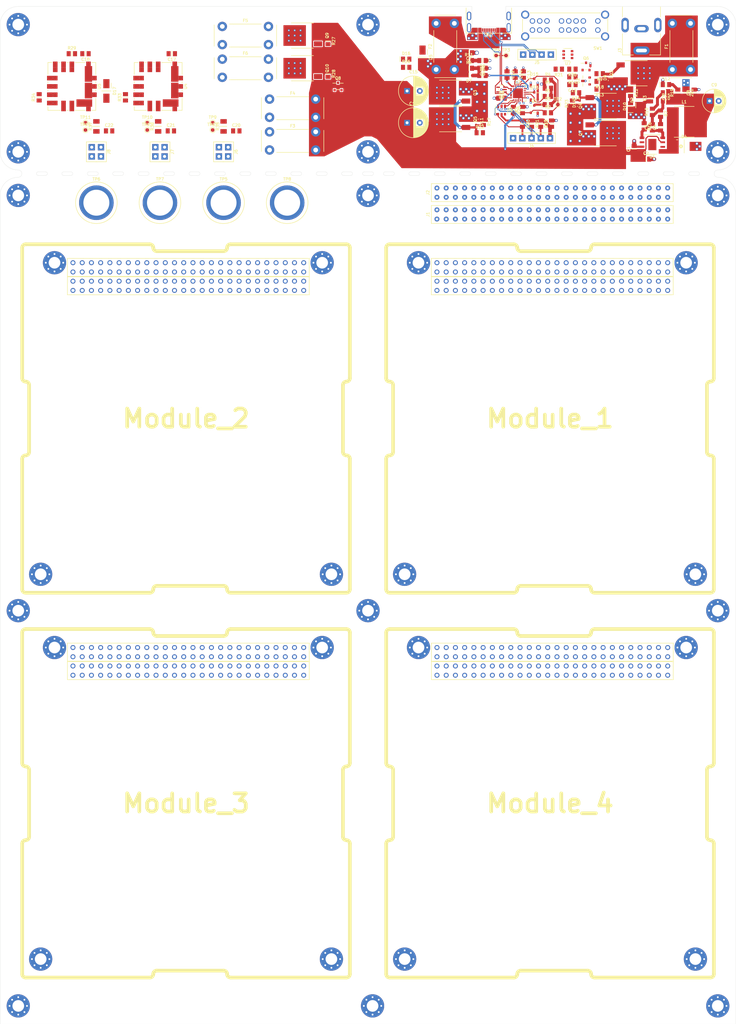
<source format=kicad_pcb>
(kicad_pcb (version 20171130) (host pcbnew "(5.1.6)-1")
  (layers (0 F.Cu signal) (1 In1.Cu power) (2 In2.Cu power hide) (31 B.Cu signal) (35 F.Paste user hide) (36 B.SilkS user hide) (37 F.SilkS user hide) (38 B.Mask user hide) (39 F.Mask user hide) (44 Edge.Cuts user))
  (net 0 "")
  (net 1 /H1-40)
  (net 2 /H1-6)
  (net 3 /H1-7)
  (net 4 /H1-11)
  (net 5 /H1-42)
  (net 6 /H1-13)
  (net 7 /H1-44)
  (net 8 /H1-14)
  (net 9 /H1-16)
  (net 10 /H1-19)
  (net 11 /H1-25)
  (net 12 /H1-38)
  (net 13 /H1-18)
  (net 14 /H1-17)
  (net 15 /H1-47)
  (net 16 /H1-35)
  (net 17 /H1-49)
  (net 18 /H1-23)
  (net 19 /H1-26)
  (net 20 /H1-32)
  (net 21 /H1-8)
  (net 22 /H1-48)
  (net 23 /H1-2)
  (net 24 /H1-46)
  (net 25 /H1-4)
  (net 26 /H1-30)
  (net 27 /H1-41)
  (net 28 /H1-29)
  (net 29 /H1-15)
  (net 30 /H1-12)
  (net 31 /H1-27)
  (net 32 /H1-21)
  (net 33 /H1-9)
  (net 34 /H1-22)
  (net 35 /H1-39)
  (net 36 /H1-5)
  (net 37 /H1-50)
  (net 38 /H1-51)
  (net 39 /H1-36)
  (net 40 /H1-45)
  (net 41 /H1-37)
  (net 42 /H1-1)
  (net 43 /H1-10)
  (net 44 /H1-28)
  (net 45 /H1-31)
  (net 46 /H1-24)
  (net 47 /H1-52)
  (net 48 /H1-43)
  (net 49 /H1-3)
  (net 50 /H1-20)
  (net 51 /H2-40)
  (net 52 /H2-6)
  (net 53 /H2-7)
  (net 54 /H2-11)
  (net 55 /H2-42)
  (net 56 /H2-13)
  (net 57 /H2-44)
  (net 58 /H2-14)
  (net 59 /H2-16)
  (net 60 /H2-19)
  (net 61 /H2-38)
  (net 62 /H2-18)
  (net 63 /H2-17)
  (net 64 /H2-47)
  (net 65 /H2-35)
  (net 66 /H2-49)
  (net 67 /H2-23)
  (net 68 /H2-8)
  (net 69 /H2-48)
  (net 70 /H2-2)
  (net 71 /H2-4)
  (net 72 /H2-41)
  (net 73 /H2-15)
  (net 74 /H2-12)
  (net 75 /H2-21)
  (net 76 /H2-9)
  (net 77 /H2-22)
  (net 78 /H2-39)
  (net 79 /H2-5)
  (net 80 /H2-50)
  (net 81 /H2-51)
  (net 82 /H2-36)
  (net 83 /H2-37)
  (net 84 /H2-1)
  (net 85 /H2-10)
  (net 86 /H2-24)
  (net 87 /H2-52)
  (net 88 /H2-43)
  (net 89 /H2-3)
  (net 90 /H2-20)
  (net 91 "Net-(Module_1-PadMH4)")
  (net 92 "Net-(Module_1-PadMH3)")
  (net 93 "Net-(Module_1-PadMH2)")
  (net 94 "Net-(Module_1-PadMH1)")
  (net 95 "Net-(Module_2-PadMH4)")
  (net 96 "Net-(Module_2-PadMH3)")
  (net 97 "Net-(Module_2-PadMH2)")
  (net 98 "Net-(Module_2-PadMH1)")
  (net 99 "Net-(Module_3-PadMH4)")
  (net 100 "Net-(Module_3-PadMH3)")
  (net 101 "Net-(Module_3-PadMH2)")
  (net 102 "Net-(Module_3-PadMH1)")
  (net 103 "Net-(Module_4-PadMH4)")
  (net 104 "Net-(Module_4-PadMH3)")
  (net 105 "Net-(Module_4-PadMH2)")
  (net 106 "Net-(Module_4-PadMH1)")
  (net 107 GND)
  (net 108 GNDA)
  (net 109 /SUP_5V)
  (net 110 /SUP_3V3)
  (net 111 /CC1)
  (net 112 /CC2)
  (net 113 /GPIO)
  (net 114 /PDO2)
  (net 115 /SUP_UNREG)
  (net 116 /SUP_BAT_1)
  (net 117 /SUP_BAT_2)
  (net 118 /VSINK)
  (net 119 VDD)
  (net 120 /ALTER)
  (net 121 /SDA)
  (net 122 /SCL)
  (net 123 /USB_P)
  (net 124 /USB_N)
  (net 125 "Net-(C20-Pad1)")
  (net 126 "Net-(C21-Pad1)")
  (net 127 "Net-(C22-Pad1)")
  (net 128 "Net-(C17-Pad1)")
  (net 129 "Net-(U4-Pad11)")
  (net 130 "Net-(U4-Pad12)")
  (net 131 "Net-(U4-Pad8)")
  (net 132 "Net-(U4-Pad9)")
  (net 133 "Net-(U4-Pad10)")
  (net 134 "Net-(U4-Pad1)")
  (net 135 "Net-(C18-Pad1)")
  (net 136 "Net-(U5-Pad11)")
  (net 137 "Net-(R33-Pad1)")
  (net 138 "Net-(U5-Pad12)")
  (net 139 "Net-(U5-Pad8)")
  (net 140 "Net-(U5-Pad9)")
  (net 141 "Net-(U5-Pad10)")
  (net 142 +5V)
  (net 143 "Net-(C4-Pad1)")
  (net 144 "Net-(C5-Pad2)")
  (net 145 "Net-(C10-Pad2)")
  (net 146 "Net-(D9-Pad2)")
  (net 147 "Net-(C12-Pad2)")
  (net 148 "Net-(D11-Pad2)")
  (net 149 "Net-(C3-Pad2)")
  (net 150 VBUS)
  (net 151 "Net-(C4-Pad2)")
  (net 152 "Net-(F1-Pad2)")
  (net 153 "Net-(F5-Pad2)")
  (net 154 "Net-(F6-Pad2)")
  (net 155 "Net-(Q10-Pad1)")
  (net 156 "Net-(C11-Pad1)")
  (net 157 "Net-(C13-Pad2)")
  (net 158 "Net-(C14-Pad2)")
  (net 159 /RST)
  (net 160 "Net-(C6-Pad2)")
  (net 161 "Net-(D8-Pad2)")
  (net 162 "Net-(D14-Pad2)")
  (net 163 "Net-(F2-Pad2)")
  (net 164 "Net-(2A1-Pad2)")
  (net 165 "Net-(P1-PadMH)")
  (net 166 "Net-(J6-Pad1)")
  (net 167 "Net-(J7-Pad1)")
  (net 168 "Net-(J8-Pad1)")
  (net 169 "Net-(D1-Pad2)")
  (net 170 "Net-(D3-Pad2)")
  (net 171 "Net-(D3-Pad1)")
  (net 172 "Net-(D4-Pad1)")
  (net 173 "Net-(D8-Pad1)")
  (net 174 "Net-(D10-Pad2)")
  (net 175 "Net-(D12-Pad2)")
  (net 176 "Net-(D13-Pad3)")
  (net 177 "Net-(D14-Pad1)")
  (net 178 "Net-(D16-Pad2)")
  (net 179 "Net-(Q1-Pad1)")
  (net 180 "Net-(Q6-Pad3)")
  (net 181 "Net-(Q6-Pad1)")
  (net 182 "Net-(Q8-Pad1)")
  (net 183 "Net-(R5-Pad2)")
  (net 184 "Net-(R18-Pad2)")
  (net 185 "Net-(R22-Pad2)")
  (net 186 "Net-(R24-Pad2)")
  (net 187 "Net-(R25-Pad1)")
  (net 188 "Net-(R29-Pad1)")
  (net 189 "Net-(R34-Pad1)")
  (net 190 "Net-(H1-Pad1)")
  (net 191 "Net-(H2-Pad1)")
  (net 192 "Net-(H3-Pad1)")
  (net 193 "Net-(H4-Pad1)")
  (net 194 "Net-(H5-Pad1)")
  (net 195 "Net-(H6-Pad1)")
  (net 196 "Net-(H7-Pad1)")
  (net 197 "Net-(H8-Pad1)")
  (net 198 "Net-(H9-Pad1)")
  (net 199 "Net-(H10-Pad1)")
  (net 200 "Net-(H11-Pad1)")
  (net 201 "Net-(H12-Pad1)")
  (net 202 "Net-(H13-Pad1)")
  (net 203 "Net-(H14-Pad1)")
  (net 204 "Net-(H15-Pad1)")
  (module VST104_footprints:TO-252AA_6.5x6.1mm (layer F.Cu) (at 112.5 74.5 90)
    (fp_text reference Q10 (at 0 2.5 90) (layer F.SilkS) (effects (font (size 0.8 0.8) (thickness 0.16))))
    (fp_text value SQD40061EL)
    (pad 3 thru_hole circle (at 1.4225 -4.82625 90) (size 0.6 0.6) (drill 0.3) (layers *.Cu) (net 154 "Net-(F6-Pad2)"))
    (pad 3 thru_hole circle (at 0 -4.82625 90) (size 0.6 0.6) (drill 0.3) (layers *.Cu) (net 154 "Net-(F6-Pad2)"))
    (pad 3 thru_hole circle (at -1.4225 -4.82625 90) (size 0.6 0.6) (drill 0.3) (layers *.Cu) (net 154 "Net-(F6-Pad2)"))
    (pad 3 thru_hole circle (at 1.4225 -6.435 90) (size 0.6 0.6) (drill 0.3) (layers *.Cu) (net 154 "Net-(F6-Pad2)"))
    (pad 3 thru_hole circle (at 0 -6.435 90) (size 0.6 0.6) (drill 0.3) (layers *.Cu) (net 154 "Net-(F6-Pad2)"))
    (pad 3 thru_hole circle (at -1.4225 -6.435 90) (size 0.6 0.6) (drill 0.3) (layers *.Cu) (net 154 "Net-(F6-Pad2)"))
    (pad 3 thru_hole circle (at 1.4225 -8.04375 90) (size 0.6 0.6) (drill 0.3) (layers *.Cu) (net 154 "Net-(F6-Pad2)"))
    (pad 3 thru_hole circle (at 0 -8.04375 90) (size 0.6 0.6) (drill 0.3) (layers *.Cu) (net 154 "Net-(F6-Pad2)"))
    (pad 3 thru_hole circle (at -1.4225 -8.04375 90) (size 0.6 0.6) (drill 0.3) (layers *.Cu) (net 154 "Net-(F6-Pad2)"))
    (pad 2 smd rect (at 2.286 0 270) (size 1.397 2.286) (layers F.Cu F.Paste F.Mask) (net 118 /VSINK))
    (pad 3 smd rect (at 0 -6.435 90) (size 5.69 6.18) (layers F.Cu F.Paste F.Mask) (net 154 "Net-(F6-Pad2)"))
    (pad 1 smd rect (at -2.286 0 90) (size 1.397 2.286) (layers F.Cu F.Paste F.Mask) (net 155 "Net-(Q10-Pad1)"))
  )
  (module VST104_footprints:TO-252AA_6.5x6.1mm (layer F.Cu) (at 112.5 65.5 90)
    (fp_text reference Q9 (at 0 2.5 90) (layer F.SilkS) (effects (font (size 0.8 0.8) (thickness 0.16))))
    (fp_text value SQD40061EL)
    (pad 3 thru_hole circle (at 1.4225 -4.82625 90) (size 0.6 0.6) (drill 0.3) (layers *.Cu) (net 153 "Net-(F5-Pad2)"))
    (pad 3 thru_hole circle (at 0 -4.82625 90) (size 0.6 0.6) (drill 0.3) (layers *.Cu) (net 153 "Net-(F5-Pad2)"))
    (pad 3 thru_hole circle (at -1.4225 -4.82625 90) (size 0.6 0.6) (drill 0.3) (layers *.Cu) (net 153 "Net-(F5-Pad2)"))
    (pad 3 thru_hole circle (at 1.4225 -6.435 90) (size 0.6 0.6) (drill 0.3) (layers *.Cu) (net 153 "Net-(F5-Pad2)"))
    (pad 3 thru_hole circle (at 0 -6.435 90) (size 0.6 0.6) (drill 0.3) (layers *.Cu) (net 153 "Net-(F5-Pad2)"))
    (pad 3 thru_hole circle (at -1.4225 -6.435 90) (size 0.6 0.6) (drill 0.3) (layers *.Cu) (net 153 "Net-(F5-Pad2)"))
    (pad 3 thru_hole circle (at 1.4225 -8.04375 90) (size 0.6 0.6) (drill 0.3) (layers *.Cu) (net 153 "Net-(F5-Pad2)"))
    (pad 3 thru_hole circle (at 0 -8.04375 90) (size 0.6 0.6) (drill 0.3) (layers *.Cu) (net 153 "Net-(F5-Pad2)"))
    (pad 3 thru_hole circle (at -1.4225 -8.04375 90) (size 0.6 0.6) (drill 0.3) (layers *.Cu) (net 153 "Net-(F5-Pad2)"))
    (pad 2 smd rect (at 2.286 0 270) (size 1.397 2.286) (layers F.Cu F.Paste F.Mask) (net 118 /VSINK))
    (pad 3 smd rect (at 0 -6.435 90) (size 5.69 6.18) (layers F.Cu F.Paste F.Mask) (net 153 "Net-(F5-Pad2)"))
    (pad 1 smd rect (at -2.286 0 90) (size 1.397 2.286) (layers F.Cu F.Paste F.Mask) (net 182 "Net-(Q8-Pad1)"))
  )
  (module VST104_footprints:TO-252AA_6.5x6.1mm (layer F.Cu) (at 187.25 92.37 270)
    (fp_text reference Q7 (at 0 2.5 90) (layer F.SilkS) (effects (font (size 0.8 0.8) (thickness 0.16))))
    (fp_text value SQD40061EL)
    (pad 3 thru_hole circle (at 1.4225 -4.82625 270) (size 0.6 0.6) (drill 0.3) (layers *.Cu) (net 118 /VSINK))
    (pad 3 thru_hole circle (at 0 -4.82625 270) (size 0.6 0.6) (drill 0.3) (layers *.Cu) (net 118 /VSINK))
    (pad 3 thru_hole circle (at -1.4225 -4.82625 270) (size 0.6 0.6) (drill 0.3) (layers *.Cu) (net 118 /VSINK))
    (pad 3 thru_hole circle (at 1.4225 -6.435 270) (size 0.6 0.6) (drill 0.3) (layers *.Cu) (net 118 /VSINK))
    (pad 3 thru_hole circle (at 0 -6.435 270) (size 0.6 0.6) (drill 0.3) (layers *.Cu) (net 118 /VSINK))
    (pad 3 thru_hole circle (at -1.4225 -6.435 270) (size 0.6 0.6) (drill 0.3) (layers *.Cu) (net 118 /VSINK))
    (pad 3 thru_hole circle (at 1.4225 -8.04375 270) (size 0.6 0.6) (drill 0.3) (layers *.Cu) (net 118 /VSINK))
    (pad 3 thru_hole circle (at 0 -8.04375 270) (size 0.6 0.6) (drill 0.3) (layers *.Cu) (net 118 /VSINK))
    (pad 3 thru_hole circle (at -1.4225 -8.04375 270) (size 0.6 0.6) (drill 0.3) (layers *.Cu) (net 118 /VSINK))
    (pad 2 smd rect (at 2.286 0 90) (size 1.397 2.286) (layers F.Cu F.Paste F.Mask) (net 177 "Net-(D14-Pad1)"))
    (pad 3 smd rect (at 0 -6.435 270) (size 5.69 6.18) (layers F.Cu F.Paste F.Mask) (net 118 /VSINK))
    (pad 1 smd rect (at -2.286 0 270) (size 1.397 2.286) (layers F.Cu F.Paste F.Mask) (net 162 "Net-(D14-Pad2)"))
  )
  (module VST104_footprints:TO-252AA_6.5x6.1mm (layer F.Cu) (at 153.25 88.5 90)
    (fp_text reference Q5 (at 0 2.5 90) (layer F.SilkS) (effects (font (size 0.8 0.8) (thickness 0.16))))
    (fp_text value SQD40061EL)
    (pad 3 thru_hole circle (at 1.4225 -4.82625 90) (size 0.6 0.6) (drill 0.3) (layers *.Cu) (net 118 /VSINK))
    (pad 3 thru_hole circle (at 0 -4.82625 90) (size 0.6 0.6) (drill 0.3) (layers *.Cu) (net 118 /VSINK))
    (pad 3 thru_hole circle (at -1.4225 -4.82625 90) (size 0.6 0.6) (drill 0.3) (layers *.Cu) (net 118 /VSINK))
    (pad 3 thru_hole circle (at 1.4225 -6.435 90) (size 0.6 0.6) (drill 0.3) (layers *.Cu) (net 118 /VSINK))
    (pad 3 thru_hole circle (at 0 -6.435 90) (size 0.6 0.6) (drill 0.3) (layers *.Cu) (net 118 /VSINK))
    (pad 3 thru_hole circle (at -1.4225 -6.435 90) (size 0.6 0.6) (drill 0.3) (layers *.Cu) (net 118 /VSINK))
    (pad 3 thru_hole circle (at 1.4225 -8.04375 90) (size 0.6 0.6) (drill 0.3) (layers *.Cu) (net 118 /VSINK))
    (pad 3 thru_hole circle (at 0 -8.04375 90) (size 0.6 0.6) (drill 0.3) (layers *.Cu) (net 118 /VSINK))
    (pad 3 thru_hole circle (at -1.4225 -8.04375 90) (size 0.6 0.6) (drill 0.3) (layers *.Cu) (net 118 /VSINK))
    (pad 2 smd rect (at 2.286 0 270) (size 1.397 2.286) (layers F.Cu F.Paste F.Mask) (net 147 "Net-(C12-Pad2)"))
    (pad 3 smd rect (at 0 -6.435 90) (size 5.69 6.18) (layers F.Cu F.Paste F.Mask) (net 118 /VSINK))
    (pad 1 smd rect (at -2.286 0 90) (size 1.397 2.286) (layers F.Cu F.Paste F.Mask) (net 148 "Net-(D11-Pad2)"))
  )
  (module VST104_footprints:TO-252AA_6.5x6.1mm (layer F.Cu) (at 187.25 84.87 270)
    (fp_text reference Q4 (at 0 2.5 90) (layer F.SilkS) (effects (font (size 0.8 0.8) (thickness 0.16))))
    (fp_text value SQD40061EL)
    (pad 3 thru_hole circle (at 1.4225 -4.82625 270) (size 0.6 0.6) (drill 0.3) (layers *.Cu) (net 173 "Net-(D8-Pad1)"))
    (pad 3 thru_hole circle (at 0 -4.82625 270) (size 0.6 0.6) (drill 0.3) (layers *.Cu) (net 173 "Net-(D8-Pad1)"))
    (pad 3 thru_hole circle (at -1.4225 -4.82625 270) (size 0.6 0.6) (drill 0.3) (layers *.Cu) (net 173 "Net-(D8-Pad1)"))
    (pad 3 thru_hole circle (at 1.4225 -6.435 270) (size 0.6 0.6) (drill 0.3) (layers *.Cu) (net 173 "Net-(D8-Pad1)"))
    (pad 3 thru_hole circle (at 0 -6.435 270) (size 0.6 0.6) (drill 0.3) (layers *.Cu) (net 173 "Net-(D8-Pad1)"))
    (pad 3 thru_hole circle (at -1.4225 -6.435 270) (size 0.6 0.6) (drill 0.3) (layers *.Cu) (net 173 "Net-(D8-Pad1)"))
    (pad 3 thru_hole circle (at 1.4225 -8.04375 270) (size 0.6 0.6) (drill 0.3) (layers *.Cu) (net 173 "Net-(D8-Pad1)"))
    (pad 3 thru_hole circle (at 0 -8.04375 270) (size 0.6 0.6) (drill 0.3) (layers *.Cu) (net 173 "Net-(D8-Pad1)"))
    (pad 3 thru_hole circle (at -1.4225 -8.04375 270) (size 0.6 0.6) (drill 0.3) (layers *.Cu) (net 173 "Net-(D8-Pad1)"))
    (pad 2 smd rect (at 2.286 0 90) (size 1.397 2.286) (layers F.Cu F.Paste F.Mask) (net 177 "Net-(D14-Pad1)"))
    (pad 3 smd rect (at 0 -6.435 270) (size 5.69 6.18) (layers F.Cu F.Paste F.Mask) (net 173 "Net-(D8-Pad1)"))
    (pad 1 smd rect (at -2.286 0 270) (size 1.397 2.286) (layers F.Cu F.Paste F.Mask) (net 162 "Net-(D14-Pad2)"))
  )
  (module VST104_footprints:TO-252AA_6.5x6.1mm (layer F.Cu) (at 153.25 81.25 90)
    (fp_text reference Q3 (at 0 2.5 90) (layer F.SilkS) (effects (font (size 0.8 0.8) (thickness 0.16))))
    (fp_text value SQD40061EL)
    (pad 3 thru_hole circle (at 1.4225 -4.82625 90) (size 0.6 0.6) (drill 0.3) (layers *.Cu) (net 150 VBUS))
    (pad 3 thru_hole circle (at 0 -4.82625 90) (size 0.6 0.6) (drill 0.3) (layers *.Cu) (net 150 VBUS))
    (pad 3 thru_hole circle (at -1.4225 -4.82625 90) (size 0.6 0.6) (drill 0.3) (layers *.Cu) (net 150 VBUS))
    (pad 3 thru_hole circle (at 1.4225 -6.435 90) (size 0.6 0.6) (drill 0.3) (layers *.Cu) (net 150 VBUS))
    (pad 3 thru_hole circle (at 0 -6.435 90) (size 0.6 0.6) (drill 0.3) (layers *.Cu) (net 150 VBUS))
    (pad 3 thru_hole circle (at -1.4225 -6.435 90) (size 0.6 0.6) (drill 0.3) (layers *.Cu) (net 150 VBUS))
    (pad 3 thru_hole circle (at 1.4225 -8.04375 90) (size 0.6 0.6) (drill 0.3) (layers *.Cu) (net 150 VBUS))
    (pad 3 thru_hole circle (at 0 -8.04375 90) (size 0.6 0.6) (drill 0.3) (layers *.Cu) (net 150 VBUS))
    (pad 3 thru_hole circle (at -1.4225 -8.04375 90) (size 0.6 0.6) (drill 0.3) (layers *.Cu) (net 150 VBUS))
    (pad 2 smd rect (at 2.286 0 270) (size 1.397 2.286) (layers F.Cu F.Paste F.Mask) (net 147 "Net-(C12-Pad2)"))
    (pad 3 smd rect (at 0 -6.435 90) (size 5.69 6.18) (layers F.Cu F.Paste F.Mask) (net 150 VBUS))
    (pad 1 smd rect (at -2.286 0 90) (size 1.397 2.286) (layers F.Cu F.Paste F.Mask) (net 148 "Net-(D11-Pad2)"))
  )
  (module VST104_footprints:TO-252AA_6.5x6.1mm (layer F.Cu) (at 195.75 75.87 270)
    (fp_text reference Q2 (at 0 2.5 90) (layer F.SilkS) (effects (font (size 0.8 0.8) (thickness 0.16))))
    (fp_text value SQD40061EL)
    (pad 3 thru_hole circle (at 1.4225 -4.82625 270) (size 0.6 0.6) (drill 0.3) (layers *.Cu) (net 149 "Net-(C3-Pad2)"))
    (pad 3 thru_hole circle (at 0 -4.82625 270) (size 0.6 0.6) (drill 0.3) (layers *.Cu) (net 149 "Net-(C3-Pad2)"))
    (pad 3 thru_hole circle (at -1.4225 -4.82625 270) (size 0.6 0.6) (drill 0.3) (layers *.Cu) (net 149 "Net-(C3-Pad2)"))
    (pad 3 thru_hole circle (at 1.4225 -6.435 270) (size 0.6 0.6) (drill 0.3) (layers *.Cu) (net 149 "Net-(C3-Pad2)"))
    (pad 3 thru_hole circle (at 0 -6.435 270) (size 0.6 0.6) (drill 0.3) (layers *.Cu) (net 149 "Net-(C3-Pad2)"))
    (pad 3 thru_hole circle (at -1.4225 -6.435 270) (size 0.6 0.6) (drill 0.3) (layers *.Cu) (net 149 "Net-(C3-Pad2)"))
    (pad 3 thru_hole circle (at 1.4225 -8.04375 270) (size 0.6 0.6) (drill 0.3) (layers *.Cu) (net 149 "Net-(C3-Pad2)"))
    (pad 3 thru_hole circle (at 0 -8.04375 270) (size 0.6 0.6) (drill 0.3) (layers *.Cu) (net 149 "Net-(C3-Pad2)"))
    (pad 3 thru_hole circle (at -1.4225 -8.04375 270) (size 0.6 0.6) (drill 0.3) (layers *.Cu) (net 149 "Net-(C3-Pad2)"))
    (pad 2 smd rect (at 2.286 0 90) (size 1.397 2.286) (layers F.Cu F.Paste F.Mask) (net 173 "Net-(D8-Pad1)"))
    (pad 3 smd rect (at 0 -6.435 270) (size 5.69 6.18) (layers F.Cu F.Paste F.Mask) (net 149 "Net-(C3-Pad2)"))
    (pad 1 smd rect (at -2.286 0 270) (size 1.397 2.286) (layers F.Cu F.Paste F.Mask) (net 161 "Net-(D8-Pad2)"))
  )
  (module VST104_footprints:EG4319 (layer F.Cu) (at 189.5 61.5 180)
    (fp_text reference SW1 (at 0 -7.5) (layer F.SilkS) (effects (font (size 0.8 0.8) (thickness 0.16))))
    (fp_text value switch_3P3T hide)
    (pad 1 thru_hole circle (at 0 0 180) (size 1.5 1.5) (drill 1) (layers *.Cu *.Mask))
    (pad 2 thru_hole circle (at 4 0 180) (size 1.5 1.5) (drill 1) (layers *.Cu *.Mask) (net 185 "Net-(R22-Pad2)"))
    (pad 3 thru_hole circle (at 6 0 180) (size 1.5 1.5) (drill 1) (layers *.Cu *.Mask))
    (pad 4 thru_hole circle (at 8 0 180) (size 1.5 1.5) (drill 1) (layers *.Cu *.Mask) (net 176 "Net-(D13-Pad3)"))
    (pad 5 thru_hole circle (at 10 0 180) (size 1.5 1.5) (drill 1) (layers *.Cu *.Mask) (net 180 "Net-(Q6-Pad3)"))
    (pad 6 thru_hole circle (at 14 0 180) (size 1.5 1.5) (drill 1) (layers *.Cu *.Mask) (net 186 "Net-(R24-Pad2)"))
    (pad 7 thru_hole circle (at 16 0 180) (size 1.5 1.5) (drill 1) (layers *.Cu *.Mask))
    (pad 8 thru_hole circle (at 18 0 180) (size 1.5 1.5) (drill 1) (layers *.Cu *.Mask))
    (pad 9 thru_hole circle (at 0 -2.5 180) (size 1.5 1.5) (drill 1) (layers *.Cu *.Mask) (net 107 GND))
    (pad 10 thru_hole circle (at 4 -2.5 180) (size 1.5 1.5) (drill 1) (layers *.Cu *.Mask) (net 182 "Net-(Q8-Pad1)"))
    (pad 11 thru_hole circle (at 6 -2.5 180) (size 1.5 1.5) (drill 1) (layers *.Cu *.Mask))
    (pad 12 thru_hole circle (at 8 -2.5 180) (size 1.5 1.5) (drill 1) (layers *.Cu *.Mask) (net 114 /PDO2))
    (pad 13 thru_hole circle (at 10 -2.5 180) (size 1.5 1.5) (drill 1) (layers *.Cu *.Mask))
    (pad 14 thru_hole circle (at 14 -2.5 180) (size 1.5 1.5) (drill 1) (layers *.Cu *.Mask))
    (pad 15 thru_hole circle (at 16 -2.5 180) (size 1.5 1.5) (drill 1) (layers *.Cu *.Mask))
    (pad 16 thru_hole circle (at 18 -2.5 180) (size 1.5 1.5) (drill 1) (layers *.Cu *.Mask))
    (pad MP thru_hole circle (at -2 -4.25 180) (size 2.25 2.25) (drill 1.5) (layers *.Cu *.Mask))
    (pad MP thru_hole circle (at -2 1.75 180) (size 2.25 2.25) (drill 1.5) (layers *.Cu *.Mask))
    (pad MP thru_hole circle (at 20 1.75 180) (size 2.25 2.25) (drill 1.5) (layers *.Cu *.Mask))
    (pad MP thru_hole circle (at 20 -4.25 180) (size 2.25 2.25) (drill 1.5) (layers *.Cu *.Mask))
  )
  (module VST104_footprints:CX90M-16P (layer F.Cu) (at 159.5 60.12 180)
    (fp_text reference P1 (at 0 -5.38) (layer F.SilkS) (effects (font (size 0.8 0.8) (thickness 0.16))))
    (fp_text value Val**)
    (pad MH thru_hole oval (at 5.45 -3.23 270) (size 2.55 1.1) (drill oval 2.05 0.65) (layers *.Cu *.Mask) (net 165 "Net-(P1-PadMH)"))
    (pad MH thru_hole oval (at -5.45 -3.23 270) (size 2.55 1.1) (drill oval 2.05 0.65) (layers *.Cu *.Mask) (net 165 "Net-(P1-PadMH)"))
    (pad MH thru_hole oval (at 5.45 0 90) (size 2.4 1.2) (drill oval 1.8 0.65) (layers *.Cu *.Mask) (net 165 "Net-(P1-PadMH)"))
    (pad MH thru_hole oval (at -5.45 0 270) (size 2.4 1.2) (drill oval 1.8 0.65) (layers *.Cu *.Mask) (net 165 "Net-(P1-PadMH)"))
    (pad MID smd rect (at -4.25 -3.85 180) (size 0.35 0.9) (layers F.Cu F.Paste F.Mask) (net 107 GND))
    (pad A1 smd rect (at -3.75 -3.85 180) (size 0.35 0.9) (layers F.Cu F.Paste F.Mask) (net 107 GND))
    (pad B12 smd rect (at -3.25 -3.85 180) (size 0.35 0.9) (layers F.Cu F.Paste F.Mask) (net 107 GND))
    (pad A4 smd rect (at -2.75 -3.85 180) (size 0.35 0.9) (layers F.Cu F.Paste F.Mask) (net 163 "Net-(F2-Pad2)"))
    (pad B9 smd rect (at -2.25 -3.85 180) (size 0.35 0.9) (layers F.Cu F.Paste F.Mask) (net 163 "Net-(F2-Pad2)"))
    (pad A5 smd rect (at -1.75 -3.85 180) (size 0.35 0.9) (layers F.Cu F.Paste F.Mask) (net 111 /CC1))
    (pad B8 smd rect (at -1.25 -3.85 180) (size 0.35 0.9) (layers F.Cu F.Paste F.Mask))
    (pad A6 smd rect (at -0.75 -3.85 180) (size 0.35 0.9) (layers F.Cu F.Paste F.Mask) (net 123 /USB_P))
    (pad B7 smd rect (at -0.25 -3.85 180) (size 0.35 0.9) (layers F.Cu F.Paste F.Mask) (net 124 /USB_N))
    (pad B6 smd rect (at 0.25 -3.85 180) (size 0.35 0.9) (layers F.Cu F.Paste F.Mask) (net 123 /USB_P))
    (pad A7 smd rect (at 0.75 -3.85 180) (size 0.35 0.9) (layers F.Cu F.Paste F.Mask) (net 124 /USB_N))
    (pad B5 smd rect (at 1.25 -3.85 180) (size 0.35 0.9) (layers F.Cu F.Paste F.Mask) (net 112 /CC2))
    (pad A8 smd rect (at 1.75 -3.85 180) (size 0.35 0.9) (layers F.Cu F.Paste F.Mask))
    (pad B4 smd rect (at 2.25 -3.85 180) (size 0.35 0.9) (layers F.Cu F.Paste F.Mask) (net 163 "Net-(F2-Pad2)"))
    (pad A9 smd rect (at 2.75 -3.85 180) (size 0.35 0.9) (layers F.Cu F.Paste F.Mask) (net 163 "Net-(F2-Pad2)"))
    (pad B1 smd rect (at 3.25 -3.85 180) (size 0.35 0.9) (layers F.Cu F.Paste F.Mask) (net 107 GND))
    (pad A12 smd rect (at 3.75 -3.85 180) (size 0.35 0.9) (layers F.Cu F.Paste F.Mask) (net 107 GND))
    (pad MID smd rect (at 4.25 -3.85 180) (size 0.35 0.9) (layers F.Cu F.Paste F.Mask) (net 107 GND))
  )
  (module VST104_footprints:MountingHole_3.2mm_M3_Pad_Via (layer F.Cu) (at 30 332.5 270)
    (fp_text reference H15 hide)
    (fp_text value MountingHole_Pad hide)
    (pad 1 thru_hole circle (at 0 0 270) (size 6.4 6.4) (drill 3.2) (layers *.Cu *.Mask) (net 204 "Net-(H15-Pad1)"))
    (pad 1 thru_hole circle (at 2.4 0 270) (size 0.8 0.8) (drill 0.5) (layers *.Cu *.Mask) (net 204 "Net-(H15-Pad1)"))
    (pad 1 thru_hole circle (at 1.697056 1.697056 270) (size 0.8 0.8) (drill 0.5) (layers *.Cu *.Mask) (net 204 "Net-(H15-Pad1)"))
    (pad 1 thru_hole circle (at 0 2.4 270) (size 0.8 0.8) (drill 0.5) (layers *.Cu *.Mask) (net 204 "Net-(H15-Pad1)"))
    (pad 1 thru_hole circle (at -1.697056 1.697056 270) (size 0.8 0.8) (drill 0.5) (layers *.Cu *.Mask) (net 204 "Net-(H15-Pad1)"))
    (pad 1 thru_hole circle (at -2.4 0 270) (size 0.8 0.8) (drill 0.5) (layers *.Cu *.Mask) (net 204 "Net-(H15-Pad1)"))
    (pad 1 thru_hole circle (at -1.697056 -1.697056 270) (size 0.8 0.8) (drill 0.5) (layers *.Cu *.Mask) (net 204 "Net-(H15-Pad1)"))
    (pad 1 thru_hole circle (at 0 -2.4 270) (size 0.8 0.8) (drill 0.5) (layers *.Cu *.Mask) (net 204 "Net-(H15-Pad1)"))
    (pad 1 thru_hole circle (at 1.697056 -1.697056 270) (size 0.8 0.8) (drill 0.5) (layers *.Cu *.Mask) (net 204 "Net-(H15-Pad1)"))
  )
  (module VST104_footprints:MountingHole_3.2mm_M3_Pad_Via (layer F.Cu) (at 127.5 332.5 270)
    (fp_text reference H14 hide)
    (fp_text value MountingHole_Pad hide)
    (pad 1 thru_hole circle (at 0 0 270) (size 6.4 6.4) (drill 3.2) (layers *.Cu *.Mask) (net 203 "Net-(H14-Pad1)"))
    (pad 1 thru_hole circle (at 2.4 0 270) (size 0.8 0.8) (drill 0.5) (layers *.Cu *.Mask) (net 203 "Net-(H14-Pad1)"))
    (pad 1 thru_hole circle (at 1.697056 1.697056 270) (size 0.8 0.8) (drill 0.5) (layers *.Cu *.Mask) (net 203 "Net-(H14-Pad1)"))
    (pad 1 thru_hole circle (at 0 2.4 270) (size 0.8 0.8) (drill 0.5) (layers *.Cu *.Mask) (net 203 "Net-(H14-Pad1)"))
    (pad 1 thru_hole circle (at -1.697056 1.697056 270) (size 0.8 0.8) (drill 0.5) (layers *.Cu *.Mask) (net 203 "Net-(H14-Pad1)"))
    (pad 1 thru_hole circle (at -2.4 0 270) (size 0.8 0.8) (drill 0.5) (layers *.Cu *.Mask) (net 203 "Net-(H14-Pad1)"))
    (pad 1 thru_hole circle (at -1.697056 -1.697056 270) (size 0.8 0.8) (drill 0.5) (layers *.Cu *.Mask) (net 203 "Net-(H14-Pad1)"))
    (pad 1 thru_hole circle (at 0 -2.4 270) (size 0.8 0.8) (drill 0.5) (layers *.Cu *.Mask) (net 203 "Net-(H14-Pad1)"))
    (pad 1 thru_hole circle (at 1.697056 -1.697056 270) (size 0.8 0.8) (drill 0.5) (layers *.Cu *.Mask) (net 203 "Net-(H14-Pad1)"))
  )
  (module VST104_footprints:MountingHole_3.2mm_M3_Pad_Via (layer F.Cu) (at 222.5 332.5 270)
    (fp_text reference H13 hide)
    (fp_text value MountingHole_Pad hide)
    (pad 1 thru_hole circle (at 0 0 270) (size 6.4 6.4) (drill 3.2) (layers *.Cu *.Mask) (net 202 "Net-(H13-Pad1)"))
    (pad 1 thru_hole circle (at 2.4 0 270) (size 0.8 0.8) (drill 0.5) (layers *.Cu *.Mask) (net 202 "Net-(H13-Pad1)"))
    (pad 1 thru_hole circle (at 1.697056 1.697056 270) (size 0.8 0.8) (drill 0.5) (layers *.Cu *.Mask) (net 202 "Net-(H13-Pad1)"))
    (pad 1 thru_hole circle (at 0 2.4 270) (size 0.8 0.8) (drill 0.5) (layers *.Cu *.Mask) (net 202 "Net-(H13-Pad1)"))
    (pad 1 thru_hole circle (at -1.697056 1.697056 270) (size 0.8 0.8) (drill 0.5) (layers *.Cu *.Mask) (net 202 "Net-(H13-Pad1)"))
    (pad 1 thru_hole circle (at -2.4 0 270) (size 0.8 0.8) (drill 0.5) (layers *.Cu *.Mask) (net 202 "Net-(H13-Pad1)"))
    (pad 1 thru_hole circle (at -1.697056 -1.697056 270) (size 0.8 0.8) (drill 0.5) (layers *.Cu *.Mask) (net 202 "Net-(H13-Pad1)"))
    (pad 1 thru_hole circle (at 0 -2.4 270) (size 0.8 0.8) (drill 0.5) (layers *.Cu *.Mask) (net 202 "Net-(H13-Pad1)"))
    (pad 1 thru_hole circle (at 1.697056 -1.697056 270) (size 0.8 0.8) (drill 0.5) (layers *.Cu *.Mask) (net 202 "Net-(H13-Pad1)"))
  )
  (module VST104_footprints:MountingHole_3.2mm_M3_Pad_Via (layer F.Cu) (at 30 223.75 270)
    (fp_text reference H12 hide)
    (fp_text value MountingHole_Pad hide)
    (pad 1 thru_hole circle (at 0 0 270) (size 6.4 6.4) (drill 3.2) (layers *.Cu *.Mask) (net 201 "Net-(H12-Pad1)"))
    (pad 1 thru_hole circle (at 2.4 0 270) (size 0.8 0.8) (drill 0.5) (layers *.Cu *.Mask) (net 201 "Net-(H12-Pad1)"))
    (pad 1 thru_hole circle (at 1.697056 1.697056 270) (size 0.8 0.8) (drill 0.5) (layers *.Cu *.Mask) (net 201 "Net-(H12-Pad1)"))
    (pad 1 thru_hole circle (at 0 2.4 270) (size 0.8 0.8) (drill 0.5) (layers *.Cu *.Mask) (net 201 "Net-(H12-Pad1)"))
    (pad 1 thru_hole circle (at -1.697056 1.697056 270) (size 0.8 0.8) (drill 0.5) (layers *.Cu *.Mask) (net 201 "Net-(H12-Pad1)"))
    (pad 1 thru_hole circle (at -2.4 0 270) (size 0.8 0.8) (drill 0.5) (layers *.Cu *.Mask) (net 201 "Net-(H12-Pad1)"))
    (pad 1 thru_hole circle (at -1.697056 -1.697056 270) (size 0.8 0.8) (drill 0.5) (layers *.Cu *.Mask) (net 201 "Net-(H12-Pad1)"))
    (pad 1 thru_hole circle (at 0 -2.4 270) (size 0.8 0.8) (drill 0.5) (layers *.Cu *.Mask) (net 201 "Net-(H12-Pad1)"))
    (pad 1 thru_hole circle (at 1.697056 -1.697056 270) (size 0.8 0.8) (drill 0.5) (layers *.Cu *.Mask) (net 201 "Net-(H12-Pad1)"))
  )
  (module VST104_footprints:MountingHole_3.2mm_M3_Pad_Via (layer F.Cu) (at 126.25 223.75 270)
    (fp_text reference H11 hide)
    (fp_text value MountingHole_Pad hide)
    (pad 1 thru_hole circle (at 0 0 270) (size 6.4 6.4) (drill 3.2) (layers *.Cu *.Mask) (net 200 "Net-(H11-Pad1)"))
    (pad 1 thru_hole circle (at 2.4 0 270) (size 0.8 0.8) (drill 0.5) (layers *.Cu *.Mask) (net 200 "Net-(H11-Pad1)"))
    (pad 1 thru_hole circle (at 1.697056 1.697056 270) (size 0.8 0.8) (drill 0.5) (layers *.Cu *.Mask) (net 200 "Net-(H11-Pad1)"))
    (pad 1 thru_hole circle (at 0 2.4 270) (size 0.8 0.8) (drill 0.5) (layers *.Cu *.Mask) (net 200 "Net-(H11-Pad1)"))
    (pad 1 thru_hole circle (at -1.697056 1.697056 270) (size 0.8 0.8) (drill 0.5) (layers *.Cu *.Mask) (net 200 "Net-(H11-Pad1)"))
    (pad 1 thru_hole circle (at -2.4 0 270) (size 0.8 0.8) (drill 0.5) (layers *.Cu *.Mask) (net 200 "Net-(H11-Pad1)"))
    (pad 1 thru_hole circle (at -1.697056 -1.697056 270) (size 0.8 0.8) (drill 0.5) (layers *.Cu *.Mask) (net 200 "Net-(H11-Pad1)"))
    (pad 1 thru_hole circle (at 0 -2.4 270) (size 0.8 0.8) (drill 0.5) (layers *.Cu *.Mask) (net 200 "Net-(H11-Pad1)"))
    (pad 1 thru_hole circle (at 1.697056 -1.697056 270) (size 0.8 0.8) (drill 0.5) (layers *.Cu *.Mask) (net 200 "Net-(H11-Pad1)"))
  )
  (module VST104_footprints:MountingHole_3.2mm_M3_Pad_Via (layer F.Cu) (at 222.5 223.75 270)
    (fp_text reference H10 hide)
    (fp_text value MountingHole_Pad hide)
    (pad 1 thru_hole circle (at 0 0 270) (size 6.4 6.4) (drill 3.2) (layers *.Cu *.Mask) (net 199 "Net-(H10-Pad1)"))
    (pad 1 thru_hole circle (at 2.4 0 270) (size 0.8 0.8) (drill 0.5) (layers *.Cu *.Mask) (net 199 "Net-(H10-Pad1)"))
    (pad 1 thru_hole circle (at 1.697056 1.697056 270) (size 0.8 0.8) (drill 0.5) (layers *.Cu *.Mask) (net 199 "Net-(H10-Pad1)"))
    (pad 1 thru_hole circle (at 0 2.4 270) (size 0.8 0.8) (drill 0.5) (layers *.Cu *.Mask) (net 199 "Net-(H10-Pad1)"))
    (pad 1 thru_hole circle (at -1.697056 1.697056 270) (size 0.8 0.8) (drill 0.5) (layers *.Cu *.Mask) (net 199 "Net-(H10-Pad1)"))
    (pad 1 thru_hole circle (at -2.4 0 270) (size 0.8 0.8) (drill 0.5) (layers *.Cu *.Mask) (net 199 "Net-(H10-Pad1)"))
    (pad 1 thru_hole circle (at -1.697056 -1.697056 270) (size 0.8 0.8) (drill 0.5) (layers *.Cu *.Mask) (net 199 "Net-(H10-Pad1)"))
    (pad 1 thru_hole circle (at 0 -2.4 270) (size 0.8 0.8) (drill 0.5) (layers *.Cu *.Mask) (net 199 "Net-(H10-Pad1)"))
    (pad 1 thru_hole circle (at 1.697056 -1.697056 270) (size 0.8 0.8) (drill 0.5) (layers *.Cu *.Mask) (net 199 "Net-(H10-Pad1)"))
  )
  (module VST104_footprints:MountingHole_3.2mm_M3_Pad_Via (layer F.Cu) (at 30 109.5 270)
    (fp_text reference H9 hide)
    (fp_text value MountingHole_Pad hide)
    (pad 1 thru_hole circle (at 0 0 270) (size 6.4 6.4) (drill 3.2) (layers *.Cu *.Mask) (net 198 "Net-(H9-Pad1)"))
    (pad 1 thru_hole circle (at 2.4 0 270) (size 0.8 0.8) (drill 0.5) (layers *.Cu *.Mask) (net 198 "Net-(H9-Pad1)"))
    (pad 1 thru_hole circle (at 1.697056 1.697056 270) (size 0.8 0.8) (drill 0.5) (layers *.Cu *.Mask) (net 198 "Net-(H9-Pad1)"))
    (pad 1 thru_hole circle (at 0 2.4 270) (size 0.8 0.8) (drill 0.5) (layers *.Cu *.Mask) (net 198 "Net-(H9-Pad1)"))
    (pad 1 thru_hole circle (at -1.697056 1.697056 270) (size 0.8 0.8) (drill 0.5) (layers *.Cu *.Mask) (net 198 "Net-(H9-Pad1)"))
    (pad 1 thru_hole circle (at -2.4 0 270) (size 0.8 0.8) (drill 0.5) (layers *.Cu *.Mask) (net 198 "Net-(H9-Pad1)"))
    (pad 1 thru_hole circle (at -1.697056 -1.697056 270) (size 0.8 0.8) (drill 0.5) (layers *.Cu *.Mask) (net 198 "Net-(H9-Pad1)"))
    (pad 1 thru_hole circle (at 0 -2.4 270) (size 0.8 0.8) (drill 0.5) (layers *.Cu *.Mask) (net 198 "Net-(H9-Pad1)"))
    (pad 1 thru_hole circle (at 1.697056 -1.697056 270) (size 0.8 0.8) (drill 0.5) (layers *.Cu *.Mask) (net 198 "Net-(H9-Pad1)"))
  )
  (module VST104_footprints:MountingHole_3.2mm_M3_Pad_Via (layer F.Cu) (at 126.25 109.5 270)
    (fp_text reference H8 hide)
    (fp_text value MountingHole_Pad hide)
    (pad 1 thru_hole circle (at 0 0 270) (size 6.4 6.4) (drill 3.2) (layers *.Cu *.Mask) (net 197 "Net-(H8-Pad1)"))
    (pad 1 thru_hole circle (at 2.4 0 270) (size 0.8 0.8) (drill 0.5) (layers *.Cu *.Mask) (net 197 "Net-(H8-Pad1)"))
    (pad 1 thru_hole circle (at 1.697056 1.697056 270) (size 0.8 0.8) (drill 0.5) (layers *.Cu *.Mask) (net 197 "Net-(H8-Pad1)"))
    (pad 1 thru_hole circle (at 0 2.4 270) (size 0.8 0.8) (drill 0.5) (layers *.Cu *.Mask) (net 197 "Net-(H8-Pad1)"))
    (pad 1 thru_hole circle (at -1.697056 1.697056 270) (size 0.8 0.8) (drill 0.5) (layers *.Cu *.Mask) (net 197 "Net-(H8-Pad1)"))
    (pad 1 thru_hole circle (at -2.4 0 270) (size 0.8 0.8) (drill 0.5) (layers *.Cu *.Mask) (net 197 "Net-(H8-Pad1)"))
    (pad 1 thru_hole circle (at -1.697056 -1.697056 270) (size 0.8 0.8) (drill 0.5) (layers *.Cu *.Mask) (net 197 "Net-(H8-Pad1)"))
    (pad 1 thru_hole circle (at 0 -2.4 270) (size 0.8 0.8) (drill 0.5) (layers *.Cu *.Mask) (net 197 "Net-(H8-Pad1)"))
    (pad 1 thru_hole circle (at 1.697056 -1.697056 270) (size 0.8 0.8) (drill 0.5) (layers *.Cu *.Mask) (net 197 "Net-(H8-Pad1)"))
  )
  (module VST104_footprints:MountingHole_3.2mm_M3_Pad_Via (layer F.Cu) (at 222.5 109.5 270)
    (fp_text reference H7 hide)
    (fp_text value MountingHole_Pad hide)
    (pad 1 thru_hole circle (at 0 0 270) (size 6.4 6.4) (drill 3.2) (layers *.Cu *.Mask) (net 196 "Net-(H7-Pad1)"))
    (pad 1 thru_hole circle (at 2.4 0 270) (size 0.8 0.8) (drill 0.5) (layers *.Cu *.Mask) (net 196 "Net-(H7-Pad1)"))
    (pad 1 thru_hole circle (at 1.697056 1.697056 270) (size 0.8 0.8) (drill 0.5) (layers *.Cu *.Mask) (net 196 "Net-(H7-Pad1)"))
    (pad 1 thru_hole circle (at 0 2.4 270) (size 0.8 0.8) (drill 0.5) (layers *.Cu *.Mask) (net 196 "Net-(H7-Pad1)"))
    (pad 1 thru_hole circle (at -1.697056 1.697056 270) (size 0.8 0.8) (drill 0.5) (layers *.Cu *.Mask) (net 196 "Net-(H7-Pad1)"))
    (pad 1 thru_hole circle (at -2.4 0 270) (size 0.8 0.8) (drill 0.5) (layers *.Cu *.Mask) (net 196 "Net-(H7-Pad1)"))
    (pad 1 thru_hole circle (at -1.697056 -1.697056 270) (size 0.8 0.8) (drill 0.5) (layers *.Cu *.Mask) (net 196 "Net-(H7-Pad1)"))
    (pad 1 thru_hole circle (at 0 -2.4 270) (size 0.8 0.8) (drill 0.5) (layers *.Cu *.Mask) (net 196 "Net-(H7-Pad1)"))
    (pad 1 thru_hole circle (at 1.697056 -1.697056 270) (size 0.8 0.8) (drill 0.5) (layers *.Cu *.Mask) (net 196 "Net-(H7-Pad1)"))
  )
  (module VST104_footprints:R_SMD_0805 (layer F.Cu) (at 166.25 86 270)
    (fp_text reference R25 (at 0 -1.56 90) (layer F.SilkS) (effects (font (size 0.8 0.8) (thickness 0.16))))
    (fp_text value 1k hide)
    (pad 2 smd rect (at 0.875 0 270) (size 1.1 1.4) (layers F.Cu F.Paste F.Mask) (net 118 /VSINK))
    (pad 1 smd rect (at -0.875 0 270) (size 1.1 1.4) (layers F.Cu F.Paste F.Mask) (net 187 "Net-(R25-Pad1)"))
  )
  (module VST104_footprints:R_SMD_0805 (layer F.Cu) (at 163 82.75)
    (fp_text reference R8 (at 0 -1.56) (layer F.SilkS) (effects (font (size 0.8 0.8) (thickness 0.16))))
    (fp_text value 100k hide)
    (pad 2 smd rect (at 0.875 0) (size 1.1 1.4) (layers F.Cu F.Paste F.Mask) (net 159 /RST))
    (pad 1 smd rect (at -0.875 0) (size 1.1 1.4) (layers F.Cu F.Paste F.Mask) (net 107 GND))
  )
  (module VST104_footprints:C_SMD_0805 (layer F.Cu) (at 166.75 76.25 270)
    (fp_text reference C14 (at 0 -1.56 90) (layer F.SilkS) (effects (font (size 0.8 0.8) (thickness 0.16))))
    (fp_text value 1u hide)
    (pad 2 smd rect (at 0.875 0 270) (size 1.1 1.4) (layers F.Cu F.Paste F.Mask) (net 158 "Net-(C14-Pad2)"))
    (pad 1 smd rect (at -0.875 0 270) (size 1.1 1.4) (layers F.Cu F.Paste F.Mask) (net 107 GND))
  )
  (module VST104_footprints:C_SMD_0805 (layer F.Cu) (at 169 76.25 270)
    (fp_text reference C13 (at 0 -1.56 90) (layer F.SilkS) (effects (font (size 0.8 0.8) (thickness 0.16))))
    (fp_text value 1u hide)
    (pad 2 smd rect (at 0.875 0 270) (size 1.1 1.4) (layers F.Cu F.Paste F.Mask) (net 157 "Net-(C13-Pad2)"))
    (pad 1 smd rect (at -0.875 0 270) (size 1.1 1.4) (layers F.Cu F.Paste F.Mask) (net 107 GND))
  )
  (module VST104_footprints:C_SMD_0805 (layer F.Cu) (at 164.5 76.25 270)
    (fp_text reference C12 (at 0 -1.56 90) (layer F.SilkS) (effects (font (size 0.8 0.8) (thickness 0.16))))
    (fp_text value 1u hide)
    (pad 2 smd rect (at 0.875 0 270) (size 1.1 1.4) (layers F.Cu F.Paste F.Mask) (net 147 "Net-(C12-Pad2)"))
    (pad 1 smd rect (at -0.875 0 270) (size 1.1 1.4) (layers F.Cu F.Paste F.Mask) (net 107 GND))
  )
  (module VST104_footprints:MountingHole_3.2mm_M3_Pad_Via (layer F.Cu) (at 30 97.5)
    (fp_text reference H6 hide)
    (fp_text value MountingHole_Pad hide)
    (pad 1 thru_hole circle (at 0 0) (size 6.4 6.4) (drill 3.2) (layers *.Cu *.Mask) (net 195 "Net-(H6-Pad1)"))
    (pad 1 thru_hole circle (at 2.4 0) (size 0.8 0.8) (drill 0.5) (layers *.Cu *.Mask) (net 195 "Net-(H6-Pad1)"))
    (pad 1 thru_hole circle (at 1.697056 1.697056) (size 0.8 0.8) (drill 0.5) (layers *.Cu *.Mask) (net 195 "Net-(H6-Pad1)"))
    (pad 1 thru_hole circle (at 0 2.4) (size 0.8 0.8) (drill 0.5) (layers *.Cu *.Mask) (net 195 "Net-(H6-Pad1)"))
    (pad 1 thru_hole circle (at -1.697056 1.697056) (size 0.8 0.8) (drill 0.5) (layers *.Cu *.Mask) (net 195 "Net-(H6-Pad1)"))
    (pad 1 thru_hole circle (at -2.4 0) (size 0.8 0.8) (drill 0.5) (layers *.Cu *.Mask) (net 195 "Net-(H6-Pad1)"))
    (pad 1 thru_hole circle (at -1.697056 -1.697056) (size 0.8 0.8) (drill 0.5) (layers *.Cu *.Mask) (net 195 "Net-(H6-Pad1)"))
    (pad 1 thru_hole circle (at 0 -2.4) (size 0.8 0.8) (drill 0.5) (layers *.Cu *.Mask) (net 195 "Net-(H6-Pad1)"))
    (pad 1 thru_hole circle (at 1.697056 -1.697056) (size 0.8 0.8) (drill 0.5) (layers *.Cu *.Mask) (net 195 "Net-(H6-Pad1)"))
  )
  (module VST104_footprints:MountingHole_3.2mm_M3_Pad_Via (layer F.Cu) (at 30 62.5)
    (fp_text reference H5 hide)
    (fp_text value MountingHole_Pad hide)
    (pad 1 thru_hole circle (at 0 0) (size 6.4 6.4) (drill 3.2) (layers *.Cu *.Mask) (net 194 "Net-(H5-Pad1)"))
    (pad 1 thru_hole circle (at 2.4 0) (size 0.8 0.8) (drill 0.5) (layers *.Cu *.Mask) (net 194 "Net-(H5-Pad1)"))
    (pad 1 thru_hole circle (at 1.697056 1.697056) (size 0.8 0.8) (drill 0.5) (layers *.Cu *.Mask) (net 194 "Net-(H5-Pad1)"))
    (pad 1 thru_hole circle (at 0 2.4) (size 0.8 0.8) (drill 0.5) (layers *.Cu *.Mask) (net 194 "Net-(H5-Pad1)"))
    (pad 1 thru_hole circle (at -1.697056 1.697056) (size 0.8 0.8) (drill 0.5) (layers *.Cu *.Mask) (net 194 "Net-(H5-Pad1)"))
    (pad 1 thru_hole circle (at -2.4 0) (size 0.8 0.8) (drill 0.5) (layers *.Cu *.Mask) (net 194 "Net-(H5-Pad1)"))
    (pad 1 thru_hole circle (at -1.697056 -1.697056) (size 0.8 0.8) (drill 0.5) (layers *.Cu *.Mask) (net 194 "Net-(H5-Pad1)"))
    (pad 1 thru_hole circle (at 0 -2.4) (size 0.8 0.8) (drill 0.5) (layers *.Cu *.Mask) (net 194 "Net-(H5-Pad1)"))
    (pad 1 thru_hole circle (at 1.697056 -1.697056) (size 0.8 0.8) (drill 0.5) (layers *.Cu *.Mask) (net 194 "Net-(H5-Pad1)"))
  )
  (module VST104_footprints:MountingHole_3.2mm_M3_Pad_Via (layer F.Cu) (at 126.25 97.5)
    (fp_text reference H4 hide)
    (fp_text value MountingHole_Pad hide)
    (pad 1 thru_hole circle (at 0 0) (size 6.4 6.4) (drill 3.2) (layers *.Cu *.Mask) (net 193 "Net-(H4-Pad1)"))
    (pad 1 thru_hole circle (at 2.4 0) (size 0.8 0.8) (drill 0.5) (layers *.Cu *.Mask) (net 193 "Net-(H4-Pad1)"))
    (pad 1 thru_hole circle (at 1.697056 1.697056) (size 0.8 0.8) (drill 0.5) (layers *.Cu *.Mask) (net 193 "Net-(H4-Pad1)"))
    (pad 1 thru_hole circle (at 0 2.4) (size 0.8 0.8) (drill 0.5) (layers *.Cu *.Mask) (net 193 "Net-(H4-Pad1)"))
    (pad 1 thru_hole circle (at -1.697056 1.697056) (size 0.8 0.8) (drill 0.5) (layers *.Cu *.Mask) (net 193 "Net-(H4-Pad1)"))
    (pad 1 thru_hole circle (at -2.4 0) (size 0.8 0.8) (drill 0.5) (layers *.Cu *.Mask) (net 193 "Net-(H4-Pad1)"))
    (pad 1 thru_hole circle (at -1.697056 -1.697056) (size 0.8 0.8) (drill 0.5) (layers *.Cu *.Mask) (net 193 "Net-(H4-Pad1)"))
    (pad 1 thru_hole circle (at 0 -2.4) (size 0.8 0.8) (drill 0.5) (layers *.Cu *.Mask) (net 193 "Net-(H4-Pad1)"))
    (pad 1 thru_hole circle (at 1.697056 -1.697056) (size 0.8 0.8) (drill 0.5) (layers *.Cu *.Mask) (net 193 "Net-(H4-Pad1)"))
  )
  (module VST104_footprints:MountingHole_3.2mm_M3_Pad_Via (layer F.Cu) (at 126.25 62.5)
    (fp_text reference H3 hide)
    (fp_text value MountingHole_Pad hide)
    (pad 1 thru_hole circle (at 0 0) (size 6.4 6.4) (drill 3.2) (layers *.Cu *.Mask) (net 192 "Net-(H3-Pad1)"))
    (pad 1 thru_hole circle (at 2.4 0) (size 0.8 0.8) (drill 0.5) (layers *.Cu *.Mask) (net 192 "Net-(H3-Pad1)"))
    (pad 1 thru_hole circle (at 1.697056 1.697056) (size 0.8 0.8) (drill 0.5) (layers *.Cu *.Mask) (net 192 "Net-(H3-Pad1)"))
    (pad 1 thru_hole circle (at 0 2.4) (size 0.8 0.8) (drill 0.5) (layers *.Cu *.Mask) (net 192 "Net-(H3-Pad1)"))
    (pad 1 thru_hole circle (at -1.697056 1.697056) (size 0.8 0.8) (drill 0.5) (layers *.Cu *.Mask) (net 192 "Net-(H3-Pad1)"))
    (pad 1 thru_hole circle (at -2.4 0) (size 0.8 0.8) (drill 0.5) (layers *.Cu *.Mask) (net 192 "Net-(H3-Pad1)"))
    (pad 1 thru_hole circle (at -1.697056 -1.697056) (size 0.8 0.8) (drill 0.5) (layers *.Cu *.Mask) (net 192 "Net-(H3-Pad1)"))
    (pad 1 thru_hole circle (at 0 -2.4) (size 0.8 0.8) (drill 0.5) (layers *.Cu *.Mask) (net 192 "Net-(H3-Pad1)"))
    (pad 1 thru_hole circle (at 1.697056 -1.697056) (size 0.8 0.8) (drill 0.5) (layers *.Cu *.Mask) (net 192 "Net-(H3-Pad1)"))
  )
  (module VST104_footprints:MountingHole_3.2mm_M3_Pad_Via (layer F.Cu) (at 222.5 97.5)
    (fp_text reference H2 hide)
    (fp_text value MountingHole_Pad hide)
    (pad 1 thru_hole circle (at 0 0) (size 6.4 6.4) (drill 3.2) (layers *.Cu *.Mask) (net 191 "Net-(H2-Pad1)"))
    (pad 1 thru_hole circle (at 2.4 0) (size 0.8 0.8) (drill 0.5) (layers *.Cu *.Mask) (net 191 "Net-(H2-Pad1)"))
    (pad 1 thru_hole circle (at 1.697056 1.697056) (size 0.8 0.8) (drill 0.5) (layers *.Cu *.Mask) (net 191 "Net-(H2-Pad1)"))
    (pad 1 thru_hole circle (at 0 2.4) (size 0.8 0.8) (drill 0.5) (layers *.Cu *.Mask) (net 191 "Net-(H2-Pad1)"))
    (pad 1 thru_hole circle (at -1.697056 1.697056) (size 0.8 0.8) (drill 0.5) (layers *.Cu *.Mask) (net 191 "Net-(H2-Pad1)"))
    (pad 1 thru_hole circle (at -2.4 0) (size 0.8 0.8) (drill 0.5) (layers *.Cu *.Mask) (net 191 "Net-(H2-Pad1)"))
    (pad 1 thru_hole circle (at -1.697056 -1.697056) (size 0.8 0.8) (drill 0.5) (layers *.Cu *.Mask) (net 191 "Net-(H2-Pad1)"))
    (pad 1 thru_hole circle (at 0 -2.4) (size 0.8 0.8) (drill 0.5) (layers *.Cu *.Mask) (net 191 "Net-(H2-Pad1)"))
    (pad 1 thru_hole circle (at 1.697056 -1.697056) (size 0.8 0.8) (drill 0.5) (layers *.Cu *.Mask) (net 191 "Net-(H2-Pad1)"))
  )
  (module VST104_footprints:MountingHole_3.2mm_M3_Pad_Via (layer F.Cu) (at 222.5 62.5)
    (fp_text reference H1 hide)
    (fp_text value MountingHole_Pad hide)
    (pad 1 thru_hole circle (at 0 0) (size 6.4 6.4) (drill 3.2) (layers *.Cu *.Mask) (net 190 "Net-(H1-Pad1)"))
    (pad 1 thru_hole circle (at 2.4 0) (size 0.8 0.8) (drill 0.5) (layers *.Cu *.Mask) (net 190 "Net-(H1-Pad1)"))
    (pad 1 thru_hole circle (at 1.697056 1.697056) (size 0.8 0.8) (drill 0.5) (layers *.Cu *.Mask) (net 190 "Net-(H1-Pad1)"))
    (pad 1 thru_hole circle (at 0 2.4) (size 0.8 0.8) (drill 0.5) (layers *.Cu *.Mask) (net 190 "Net-(H1-Pad1)"))
    (pad 1 thru_hole circle (at -1.697056 1.697056) (size 0.8 0.8) (drill 0.5) (layers *.Cu *.Mask) (net 190 "Net-(H1-Pad1)"))
    (pad 1 thru_hole circle (at -2.4 0) (size 0.8 0.8) (drill 0.5) (layers *.Cu *.Mask) (net 190 "Net-(H1-Pad1)"))
    (pad 1 thru_hole circle (at -1.697056 -1.697056) (size 0.8 0.8) (drill 0.5) (layers *.Cu *.Mask) (net 190 "Net-(H1-Pad1)"))
    (pad 1 thru_hole circle (at 0 -2.4) (size 0.8 0.8) (drill 0.5) (layers *.Cu *.Mask) (net 190 "Net-(H1-Pad1)"))
    (pad 1 thru_hole circle (at 1.697056 -1.697056) (size 0.8 0.8) (drill 0.5) (layers *.Cu *.Mask) (net 190 "Net-(H1-Pad1)"))
  )
  (module VST104_footprints:R_SMD_0805 (layer F.Cu) (at 211.5 81.25 90)
    (fp_text reference R19 (at 0 -1.56 90) (layer F.SilkS) (effects (font (size 0.8 0.8) (thickness 0.16))))
    (fp_text value 1k2 hide)
    (pad 2 smd rect (at 0.875 0 90) (size 1.1 1.4) (layers F.Cu F.Paste F.Mask) (net 175 "Net-(D12-Pad2)"))
    (pad 1 smd rect (at -0.875 0 90) (size 1.1 1.4) (layers F.Cu F.Paste F.Mask) (net 164 "Net-(2A1-Pad2)"))
  )
  (module VST104_footprints:D_SMD_0805_LED (layer F.Cu) (at 208.25 79)
    (fp_text reference D12 (at 0 -1.56) (layer F.SilkS) (effects (font (size 0.8 0.8) (thickness 0.16))))
    (fp_text value LED hide)
    (pad 2 smd rect (at 0.875 0) (size 1.1 1.4) (layers F.Cu F.Paste F.Mask) (net 175 "Net-(D12-Pad2)"))
    (pad 1 smd rect (at -0.875 0) (size 1.1 1.4) (layers F.Cu F.Paste F.Mask) (net 107 GND))
  )
  (module VST104_footprints:SOT-23-3_2.9x1.3mm (layer F.Cu) (at 186.25 78 90)
    (fp_text reference U2 (at 0 -2.25 90) (layer F.SilkS) (effects (font (size 0.8 0.8) (thickness 0.16))))
    (fp_text value TL432AIDBZR)
    (pad 3 smd rect (at 0 -1 90) (size 0.6 0.7) (layers F.Cu F.Paste F.Mask) (net 107 GND))
    (pad 2 smd rect (at 0.95 1 90) (size 0.6 0.7) (layers F.Cu F.Paste F.Mask) (net 184 "Net-(R18-Pad2)"))
    (pad 1 smd rect (at -0.95 1 90) (size 0.6 0.7) (layers F.Cu F.Paste F.Mask) (net 156 "Net-(C11-Pad1)"))
  )
  (module VST104_footprints:D_SMD_0805_LED (layer F.Cu) (at 175.75 84.5)
    (fp_text reference D3 (at 0 -1.56) (layer F.SilkS) (effects (font (size 0.8 0.8) (thickness 0.16))))
    (fp_text value LED hide)
    (pad 2 smd rect (at 0.875 0) (size 1.1 1.4) (layers F.Cu F.Paste F.Mask) (net 170 "Net-(D3-Pad2)"))
    (pad 1 smd rect (at -0.875 0) (size 1.1 1.4) (layers F.Cu F.Paste F.Mask) (net 171 "Net-(D3-Pad1)"))
  )
  (module VST104_footprints:D_SMD_0805_LED (layer F.Cu) (at 175.75 82.25)
    (fp_text reference D1 (at 0 -1.56) (layer F.SilkS) (effects (font (size 0.8 0.8) (thickness 0.16))))
    (fp_text value LED hide)
    (pad 2 smd rect (at 0.875 0) (size 1.1 1.4) (layers F.Cu F.Paste F.Mask) (net 169 "Net-(D1-Pad2)"))
    (pad 1 smd rect (at -0.875 0) (size 1.1 1.4) (layers F.Cu F.Paste F.Mask) (net 113 /GPIO))
  )
  (module VST104_footprints:D_SMD_0805_LED (layer F.Cu) (at 136.75 72)
    (fp_text reference D16 (at 0 -1.56) (layer F.SilkS) (effects (font (size 0.8 0.8) (thickness 0.16))))
    (fp_text value LED hide)
    (pad 2 smd rect (at 0.875 0) (size 1.1 1.4) (layers F.Cu F.Paste F.Mask) (net 178 "Net-(D16-Pad2)"))
    (pad 1 smd rect (at -0.875 0) (size 1.1 1.4) (layers F.Cu F.Paste F.Mask) (net 107 GND))
  )
  (module VST104_footprints:D_SMD_0805_LED (layer F.Cu) (at 198.5 85 90)
    (fp_text reference D10 (at 0 -1.56 90) (layer F.SilkS) (effects (font (size 0.8 0.8) (thickness 0.16))))
    (fp_text value LED hide)
    (pad 2 smd rect (at 0.875 0 90) (size 1.1 1.4) (layers F.Cu F.Paste F.Mask) (net 174 "Net-(D10-Pad2)"))
    (pad 1 smd rect (at -0.875 0 90) (size 1.1 1.4) (layers F.Cu F.Paste F.Mask) (net 107 GND))
  )
  (module VST104_footprints:D_SMD_0805_LED (layer F.Cu) (at 157.75 72.38 180)
    (fp_text reference D9 (at 0 -1.56) (layer F.SilkS) (effects (font (size 0.8 0.8) (thickness 0.16))))
    (fp_text value LED hide)
    (pad 2 smd rect (at 0.875 0 180) (size 1.1 1.4) (layers F.Cu F.Paste F.Mask) (net 146 "Net-(D9-Pad2)"))
    (pad 1 smd rect (at -0.875 0 180) (size 1.1 1.4) (layers F.Cu F.Paste F.Mask) (net 107 GND))
  )
  (module VST104_footprints:R_SMD_0805 (layer F.Cu) (at 35.75 82.5 90)
    (fp_text reference R34 (at 0 -1.56 90) (layer F.SilkS) (effects (font (size 0.8 0.8) (thickness 0.16))))
    (fp_text value 1k34 hide)
    (pad 2 smd rect (at 0.875 0 90) (size 1.1 1.4) (layers F.Cu F.Paste F.Mask) (net 107 GND))
    (pad 1 smd rect (at -0.875 0 90) (size 1.1 1.4) (layers F.Cu F.Paste F.Mask) (net 189 "Net-(R34-Pad1)"))
  )
  (module VST104_footprints:R_SMD_0805 (layer F.Cu) (at 59.5 82.5 90)
    (fp_text reference R33 (at 0 -1.56 90) (layer F.SilkS) (effects (font (size 0.8 0.8) (thickness 0.16))))
    (fp_text value 2k18 hide)
    (pad 2 smd rect (at 0.875 0 90) (size 1.1 1.4) (layers F.Cu F.Paste F.Mask) (net 107 GND))
    (pad 1 smd rect (at -0.875 0 90) (size 1.1 1.4) (layers F.Cu F.Paste F.Mask) (net 137 "Net-(R33-Pad1)"))
  )
  (module VST104_footprints:R_SMD_0805 (layer F.Cu) (at 173.75 89.75 270)
    (fp_text reference R32 (at 0 -1.56 90) (layer F.SilkS) (effects (font (size 0.8 0.8) (thickness 0.16))))
    (fp_text value 10k hide)
    (pad 2 smd rect (at 0.875 0 270) (size 1.1 1.4) (layers F.Cu F.Paste F.Mask) (net 121 /SDA))
    (pad 1 smd rect (at -0.875 0 270) (size 1.1 1.4) (layers F.Cu F.Paste F.Mask) (net 119 VDD))
  )
  (module VST104_footprints:R_SMD_0805 (layer F.Cu) (at 171.25 89.75 270)
    (fp_text reference R31 (at 0 -1.56 90) (layer F.SilkS) (effects (font (size 0.8 0.8) (thickness 0.16))))
    (fp_text value 10k hide)
    (pad 2 smd rect (at 0.875 0 270) (size 1.1 1.4) (layers F.Cu F.Paste F.Mask) (net 122 /SCL))
    (pad 1 smd rect (at -0.875 0 270) (size 1.1 1.4) (layers F.Cu F.Paste F.Mask) (net 119 VDD))
  )
  (module VST104_footprints:R_SMD_0805 (layer F.Cu) (at 168.75 89.75 270)
    (fp_text reference R30 (at 0 -1.56 90) (layer F.SilkS) (effects (font (size 0.8 0.8) (thickness 0.16))))
    (fp_text value 10k hide)
    (pad 2 smd rect (at 0.875 0 270) (size 1.1 1.4) (layers F.Cu F.Paste F.Mask) (net 120 /ALTER))
    (pad 1 smd rect (at -0.875 0 270) (size 1.1 1.4) (layers F.Cu F.Paste F.Mask) (net 119 VDD))
  )
  (module VST104_footprints:R_SMD_0805 (layer F.Cu) (at 44.75 70.5)
    (fp_text reference R29 (at 0 -1.56) (layer F.SilkS) (effects (font (size 0.8 0.8) (thickness 0.16))))
    (fp_text value 100 hide)
    (pad 2 smd rect (at 0.875 0) (size 1.1 1.4) (layers F.Cu F.Paste F.Mask) (net 155 "Net-(Q10-Pad1)"))
    (pad 1 smd rect (at -0.875 0) (size 1.1 1.4) (layers F.Cu F.Paste F.Mask) (net 188 "Net-(R29-Pad1)"))
  )
  (module VST104_footprints:R_SMD_0805 (layer F.Cu) (at 175.75 77.75)
    (fp_text reference R4 (at 0 -1.56) (layer F.SilkS) (effects (font (size 0.8 0.8) (thickness 0.16))))
    (fp_text value 250 hide)
    (pad 2 smd rect (at 0.875 0) (size 1.1 1.4) (layers F.Cu F.Paste F.Mask) (net 170 "Net-(D3-Pad2)"))
    (pad 1 smd rect (at -0.875 0) (size 1.1 1.4) (layers F.Cu F.Paste F.Mask) (net 142 +5V))
  )
  (module VST104_footprints:R_SMD_0805 (layer F.Cu) (at 168.75 86 90)
    (fp_text reference R3 (at 0 -1.56 90) (layer F.SilkS) (effects (font (size 0.8 0.8) (thickness 0.16))))
    (fp_text value 100k hide)
    (pad 2 smd rect (at 0.875 0 90) (size 1.1 1.4) (layers F.Cu F.Paste F.Mask) (net 107 GND))
    (pad 1 smd rect (at -0.875 0 90) (size 1.1 1.4) (layers F.Cu F.Paste F.Mask) (net 179 "Net-(Q1-Pad1)"))
  )
  (module VST104_footprints:R_SMD_0805 (layer F.Cu) (at 175.75 86.75)
    (fp_text reference R2 (at 0 -1.56) (layer F.SilkS) (effects (font (size 0.8 0.8) (thickness 0.16))))
    (fp_text value 100k hide)
    (pad 2 smd rect (at 0.875 0) (size 1.1 1.4) (layers F.Cu F.Paste F.Mask) (net 114 /PDO2))
    (pad 1 smd rect (at -0.875 0) (size 1.1 1.4) (layers F.Cu F.Paste F.Mask) (net 179 "Net-(Q1-Pad1)"))
  )
  (module VST104_footprints:R_SMD_0805 (layer F.Cu) (at 115.25 76 270)
    (fp_text reference R28 (at 0 -1.56 90) (layer F.SilkS) (effects (font (size 0.8 0.8) (thickness 0.16))))
    (fp_text value 100k hide)
    (pad 2 smd rect (at 0.875 0 270) (size 1.1 1.4) (layers F.Cu F.Paste F.Mask) (net 155 "Net-(Q10-Pad1)"))
    (pad 1 smd rect (at -0.875 0 270) (size 1.1 1.4) (layers F.Cu F.Paste F.Mask) (net 118 /VSINK))
  )
  (module VST104_footprints:R_SMD_0805 (layer F.Cu) (at 115.25 67 270)
    (fp_text reference R27 (at 0 -1.56 90) (layer F.SilkS) (effects (font (size 0.8 0.8) (thickness 0.16))))
    (fp_text value 100k hide)
    (pad 2 smd rect (at 0.875 0 270) (size 1.1 1.4) (layers F.Cu F.Paste F.Mask) (net 182 "Net-(Q8-Pad1)"))
    (pad 1 smd rect (at -0.875 0 270) (size 1.1 1.4) (layers F.Cu F.Paste F.Mask) (net 118 /VSINK))
  )
  (module VST104_footprints:R_SMD_0805 (layer F.Cu) (at 175.75 80)
    (fp_text reference R1 (at 0 -1.56) (layer F.SilkS) (effects (font (size 0.8 0.8) (thickness 0.16))))
    (fp_text value 250 hide)
    (pad 2 smd rect (at 0.875 0) (size 1.1 1.4) (layers F.Cu F.Paste F.Mask) (net 169 "Net-(D1-Pad2)"))
    (pad 1 smd rect (at -0.875 0) (size 1.1 1.4) (layers F.Cu F.Paste F.Mask) (net 142 +5V))
  )
  (module VST104_footprints:R_SMD_0805 (layer F.Cu) (at 136.75 74.25)
    (fp_text reference R26 (at 0 -1.56) (layer F.SilkS) (effects (font (size 0.8 0.8) (thickness 0.16))))
    (fp_text value 1k2 hide)
    (pad 2 smd rect (at 0.875 0) (size 1.1 1.4) (layers F.Cu F.Paste F.Mask) (net 178 "Net-(D16-Pad2)"))
    (pad 1 smd rect (at -0.875 0) (size 1.1 1.4) (layers F.Cu F.Paste F.Mask) (net 118 /VSINK))
  )
  (module VST104_footprints:R_SMD_0805 (layer F.Cu) (at 183.5 81.25 180)
    (fp_text reference R24 (at 0 -1.56) (layer F.SilkS) (effects (font (size 0.8 0.8) (thickness 0.16))))
    (fp_text value 22k hide)
    (pad 2 smd rect (at 0.875 0 180) (size 1.1 1.4) (layers F.Cu F.Paste F.Mask) (net 186 "Net-(R24-Pad2)"))
    (pad 1 smd rect (at -0.875 0 180) (size 1.1 1.4) (layers F.Cu F.Paste F.Mask) (net 162 "Net-(D14-Pad2)"))
  )
  (module VST104_footprints:R_SMD_0805 (layer F.Cu) (at 182.5 84.25 90)
    (fp_text reference R23 (at 0 -1.56 90) (layer F.SilkS) (effects (font (size 0.8 0.8) (thickness 0.16))))
    (fp_text value 100k hide)
    (pad 2 smd rect (at 0.875 0 90) (size 1.1 1.4) (layers F.Cu F.Paste F.Mask) (net 162 "Net-(D14-Pad2)"))
    (pad 1 smd rect (at -0.875 0 90) (size 1.1 1.4) (layers F.Cu F.Paste F.Mask) (net 177 "Net-(D14-Pad1)"))
  )
  (module VST104_footprints:R_SMD_0805 (layer F.Cu) (at 157 92.25)
    (fp_text reference R22 (at 0 -1.56) (layer F.SilkS) (effects (font (size 0.8 0.8) (thickness 0.16))))
    (fp_text value 22k hide)
    (pad 2 smd rect (at 0.875 0) (size 1.1 1.4) (layers F.Cu F.Paste F.Mask) (net 185 "Net-(R22-Pad2)"))
    (pad 1 smd rect (at -0.875 0) (size 1.1 1.4) (layers F.Cu F.Paste F.Mask) (net 148 "Net-(D11-Pad2)"))
  )
  (module VST104_footprints:R_SMD_0805 (layer F.Cu) (at 178.75 74.75 180)
    (fp_text reference R21 (at 0 -1.56) (layer F.SilkS) (effects (font (size 0.8 0.8) (thickness 0.16))))
    (fp_text value 100k hide)
    (pad 2 smd rect (at 0.875 0 180) (size 1.1 1.4) (layers F.Cu F.Paste F.Mask) (net 107 GND))
    (pad 1 smd rect (at -0.875 0 180) (size 1.1 1.4) (layers F.Cu F.Paste F.Mask) (net 181 "Net-(Q6-Pad1)"))
  )
  (module VST104_footprints:R_SMD_0805 (layer F.Cu) (at 182.5 74.75 180)
    (fp_text reference R20 (at 0 -1.56) (layer F.SilkS) (effects (font (size 0.8 0.8) (thickness 0.16))))
    (fp_text value 100k hide)
    (pad 2 smd rect (at 0.875 0 180) (size 1.1 1.4) (layers F.Cu F.Paste F.Mask) (net 181 "Net-(Q6-Pad1)"))
    (pad 1 smd rect (at -0.875 0 180) (size 1.1 1.4) (layers F.Cu F.Paste F.Mask) (net 184 "Net-(R18-Pad2)"))
  )
  (module VST104_footprints:R_SMD_0805 (layer F.Cu) (at 190 78.12 180)
    (fp_text reference R18 (at 0 -1.56) (layer F.SilkS) (effects (font (size 0.8 0.8) (thickness 0.16))))
    (fp_text value 20k hide)
    (pad 2 smd rect (at 0.875 0 180) (size 1.1 1.4) (layers F.Cu F.Paste F.Mask) (net 184 "Net-(R18-Pad2)"))
    (pad 1 smd rect (at -0.875 0 180) (size 1.1 1.4) (layers F.Cu F.Paste F.Mask) (net 173 "Net-(D8-Pad1)"))
  )
  (module VST104_footprints:R_SMD_0805 (layer F.Cu) (at 158 89.25 270)
    (fp_text reference R17 (at 0 -1.56 90) (layer F.SilkS) (effects (font (size 0.8 0.8) (thickness 0.16))))
    (fp_text value 100k hide)
    (pad 2 smd rect (at 0.875 0 270) (size 1.1 1.4) (layers F.Cu F.Paste F.Mask) (net 148 "Net-(D11-Pad2)"))
    (pad 1 smd rect (at -0.875 0 270) (size 1.1 1.4) (layers F.Cu F.Paste F.Mask) (net 147 "Net-(C12-Pad2)"))
  )
  (module VST104_footprints:R_SMD_0805 (layer F.Cu) (at 202.25 90.5 270)
    (fp_text reference R16 (at 0 -1.56 90) (layer F.SilkS) (effects (font (size 0.8 0.8) (thickness 0.16))))
    (fp_text value 698 hide)
    (pad 2 smd rect (at 0.875 0 270) (size 1.1 1.4) (layers F.Cu F.Paste F.Mask) (net 144 "Net-(C5-Pad2)"))
    (pad 1 smd rect (at -0.875 0 270) (size 1.1 1.4) (layers F.Cu F.Paste F.Mask) (net 107 GND))
  )
  (module VST104_footprints:R_SMD_0805 (layer F.Cu) (at 208.25 83.5)
    (fp_text reference R15 (at 0 -1.56) (layer F.SilkS) (effects (font (size 0.8 0.8) (thickness 0.16))))
    (fp_text value 5k1 hide)
    (pad 2 smd rect (at 0.875 0) (size 1.1 1.4) (layers F.Cu F.Paste F.Mask) (net 164 "Net-(2A1-Pad2)"))
    (pad 1 smd rect (at -0.875 0) (size 1.1 1.4) (layers F.Cu F.Paste F.Mask) (net 144 "Net-(C5-Pad2)"))
  )
  (module VST104_footprints:R_SMD_0805 (layer F.Cu) (at 182.5 76.87 180)
    (fp_text reference R14 (at 0 -1.56) (layer F.SilkS) (effects (font (size 0.8 0.8) (thickness 0.16))))
    (fp_text value 5k23 hide)
    (pad 2 smd rect (at 0.875 0 180) (size 1.1 1.4) (layers F.Cu F.Paste F.Mask) (net 107 GND))
    (pad 1 smd rect (at -0.875 0 180) (size 1.1 1.4) (layers F.Cu F.Paste F.Mask) (net 156 "Net-(C11-Pad1)"))
  )
  (module VST104_footprints:R_SMD_0805 (layer F.Cu) (at 190 80.25 180)
    (fp_text reference R13 (at 0 -1.56) (layer F.SilkS) (effects (font (size 0.8 0.8) (thickness 0.16))))
    (fp_text value 47k hide)
    (pad 2 smd rect (at 0.875 0 180) (size 1.1 1.4) (layers F.Cu F.Paste F.Mask) (net 156 "Net-(C11-Pad1)"))
    (pad 1 smd rect (at -0.875 0 180) (size 1.1 1.4) (layers F.Cu F.Paste F.Mask) (net 173 "Net-(D8-Pad1)"))
  )
  (module VST104_footprints:R_SMD_0805 (layer F.Cu) (at 198.5 81.25 270)
    (fp_text reference R12 (at 0 -1.56 90) (layer F.SilkS) (effects (font (size 0.8 0.8) (thickness 0.16))))
    (fp_text value 1k2 hide)
    (pad 2 smd rect (at 0.875 0 270) (size 1.1 1.4) (layers F.Cu F.Paste F.Mask) (net 174 "Net-(D10-Pad2)"))
    (pad 1 smd rect (at -0.875 0 270) (size 1.1 1.4) (layers F.Cu F.Paste F.Mask) (net 173 "Net-(D8-Pad1)"))
  )
  (module VST104_footprints:R_SMD_0805 (layer F.Cu) (at 154 72.38)
    (fp_text reference R11 (at 0 -1.56) (layer F.SilkS) (effects (font (size 0.8 0.8) (thickness 0.16))))
    (fp_text value 1k2 hide)
    (pad 2 smd rect (at 0.875 0) (size 1.1 1.4) (layers F.Cu F.Paste F.Mask) (net 146 "Net-(D9-Pad2)"))
    (pad 1 smd rect (at -0.875 0) (size 1.1 1.4) (layers F.Cu F.Paste F.Mask) (net 150 VBUS))
  )
  (module VST104_footprints:R_SMD_0805 (layer F.Cu) (at 204.5 86.5 90)
    (fp_text reference R10 (at 0 -1.56 90) (layer F.SilkS) (effects (font (size 0.8 0.8) (thickness 0.16))))
    (fp_text value 100 hide)
    (pad 2 smd rect (at 0.875 0 90) (size 1.1 1.4) (layers F.Cu F.Paste F.Mask) (net 145 "Net-(C10-Pad2)"))
    (pad 1 smd rect (at -0.875 0 90) (size 1.1 1.4) (layers F.Cu F.Paste F.Mask) (net 144 "Net-(C5-Pad2)"))
  )
  (module VST104_footprints:R_SMD_0805 (layer F.Cu) (at 190 76 180)
    (fp_text reference R9 (at 0 -1.56) (layer F.SilkS) (effects (font (size 0.8 0.8) (thickness 0.16))))
    (fp_text value 10k hide)
    (pad 2 smd rect (at 0.875 0 180) (size 1.1 1.4) (layers F.Cu F.Paste F.Mask) (net 107 GND))
    (pad 1 smd rect (at -0.875 0 180) (size 1.1 1.4) (layers F.Cu F.Paste F.Mask) (net 161 "Net-(D8-Pad2)"))
  )
  (module VST104_footprints:R_SMD_0805 (layer F.Cu) (at 206.75 87 270)
    (fp_text reference R7 (at 0 -1.56 90) (layer F.SilkS) (effects (font (size 0.8 0.8) (thickness 0.16))))
    (fp_text value 1k hide)
    (pad 2 smd rect (at 0.875 0 270) (size 1.1 1.4) (layers F.Cu F.Paste F.Mask) (net 151 "Net-(C4-Pad2)"))
    (pad 1 smd rect (at -0.875 0 270) (size 1.1 1.4) (layers F.Cu F.Paste F.Mask) (net 144 "Net-(C5-Pad2)"))
  )
  (module VST104_footprints:R_SMD_0805 (layer F.Cu) (at 154 74.5)
    (fp_text reference R6 (at 0 -1.56) (layer F.SilkS) (effects (font (size 0.8 0.8) (thickness 0.16))))
    (fp_text value 470 hide)
    (pad 2 smd rect (at 0.875 0) (size 1.1 1.4) (layers F.Cu F.Paste F.Mask) (net 160 "Net-(C6-Pad2)"))
    (pad 1 smd rect (at -0.875 0) (size 1.1 1.4) (layers F.Cu F.Paste F.Mask) (net 150 VBUS))
  )
  (module VST104_footprints:R_SMD_0805 (layer F.Cu) (at 157.75 76.5)
    (fp_text reference R5 (at 0 -1.56) (layer F.SilkS) (effects (font (size 0.8 0.8) (thickness 0.16))))
    (fp_text value 1k hide)
    (pad 2 smd rect (at 0.875 0) (size 1.1 1.4) (layers F.Cu F.Paste F.Mask) (net 183 "Net-(R5-Pad2)"))
    (pad 1 smd rect (at -0.875 0) (size 1.1 1.4) (layers F.Cu F.Paste F.Mask) (net 160 "Net-(C6-Pad2)"))
  )
  (module VST104_footprints:C_SMD_0805 (layer F.Cu) (at 176.75 89.75 90)
    (fp_text reference C19 (at 0 -1.56 90) (layer F.SilkS) (effects (font (size 0.8 0.8) (thickness 0.16))))
    (fp_text value 1u hide)
    (pad 2 smd rect (at 0.875 0 90) (size 1.1 1.4) (layers F.Cu F.Paste F.Mask) (net 107 GND))
    (pad 1 smd rect (at -0.875 0 90) (size 1.1 1.4) (layers F.Cu F.Paste F.Mask) (net 119 VDD))
  )
  (module VST104_footprints:C_SMD_0805 (layer F.Cu) (at 182.5 79 180)
    (fp_text reference C11 (at 0 -1.56) (layer F.SilkS) (effects (font (size 0.8 0.8) (thickness 0.16))))
    (fp_text value 1n hide)
    (pad 2 smd rect (at 0.875 0 180) (size 1.1 1.4) (layers F.Cu F.Paste F.Mask) (net 107 GND))
    (pad 1 smd rect (at -0.875 0 180) (size 1.1 1.4) (layers F.Cu F.Paste F.Mask) (net 156 "Net-(C11-Pad1)"))
  )
  (module VST104_footprints:C_SMD_0805 (layer F.Cu) (at 208.25 81.25 180)
    (fp_text reference C10 (at 0 -1.56) (layer F.SilkS) (effects (font (size 0.8 0.8) (thickness 0.16))))
    (fp_text value 2n2 hide)
    (pad 2 smd rect (at 0.875 0 180) (size 1.1 1.4) (layers F.Cu F.Paste F.Mask) (net 145 "Net-(C10-Pad2)"))
    (pad 1 smd rect (at -0.875 0 180) (size 1.1 1.4) (layers F.Cu F.Paste F.Mask) (net 164 "Net-(2A1-Pad2)"))
  )
  (module VST104_footprints:C_SMD_0805 (layer F.Cu) (at 157.75 74.5 180)
    (fp_text reference C6 (at 0 -1.56) (layer F.SilkS) (effects (font (size 0.8 0.8) (thickness 0.16))))
    (fp_text value 1u hide)
    (pad 2 smd rect (at 0.875 0 180) (size 1.1 1.4) (layers F.Cu F.Paste F.Mask) (net 160 "Net-(C6-Pad2)"))
    (pad 1 smd rect (at -0.875 0 180) (size 1.1 1.4) (layers F.Cu F.Paste F.Mask) (net 107 GND))
  )
  (module VST104_footprints:C_SMD_0805 (layer F.Cu) (at 204.5 90.75 90)
    (fp_text reference C5 (at 0 -1.56 90) (layer F.SilkS) (effects (font (size 0.8 0.8) (thickness 0.16))))
    (fp_text value 1n hide)
    (pad 2 smd rect (at 0.875 0 90) (size 1.1 1.4) (layers F.Cu F.Paste F.Mask) (net 144 "Net-(C5-Pad2)"))
    (pad 1 smd rect (at -0.875 0 90) (size 1.1 1.4) (layers F.Cu F.Paste F.Mask) (net 143 "Net-(C4-Pad1)"))
  )
  (module VST104_footprints:C_SMD_0805 (layer F.Cu) (at 206.75 90.75 90)
    (fp_text reference C4 (at 0 -1.56 90) (layer F.SilkS) (effects (font (size 0.8 0.8) (thickness 0.16))))
    (fp_text value 22n hide)
    (pad 2 smd rect (at 0.875 0 90) (size 1.1 1.4) (layers F.Cu F.Paste F.Mask) (net 151 "Net-(C4-Pad2)"))
    (pad 1 smd rect (at -0.875 0 90) (size 1.1 1.4) (layers F.Cu F.Paste F.Mask) (net 143 "Net-(C4-Pad1)"))
  )
  (module VST104_footprints:C_SMD_0805 (layer F.Cu) (at 204 82.75 90)
    (fp_text reference C3 (at 0 -1.56 90) (layer F.SilkS) (effects (font (size 0.8 0.8) (thickness 0.16))))
    (fp_text value 100p hide)
    (pad 2 smd rect (at 0.875 0 90) (size 1.1 1.4) (layers F.Cu F.Paste F.Mask) (net 149 "Net-(C3-Pad2)"))
    (pad 1 smd rect (at -0.875 0 90) (size 1.1 1.4) (layers F.Cu F.Paste F.Mask) (net 107 GND))
  )
  (module VST104_footprints:C_SMD_0805 (layer F.Cu) (at 202.75 99.5)
    (fp_text reference C2 (at 0 -1.56) (layer F.SilkS) (effects (font (size 0.8 0.8) (thickness 0.16))))
    (fp_text value 220n hide)
    (pad 2 smd rect (at 0.875 0) (size 1.1 1.4) (layers F.Cu F.Paste F.Mask) (net 107 GND))
    (pad 1 smd rect (at -0.875 0) (size 1.1 1.4) (layers F.Cu F.Paste F.Mask) (net 118 /VSINK))
  )
  (module VST104_footprints:C_SMD_0805 (layer F.Cu) (at 213.75 81.25 270)
    (fp_text reference 2A1 (at 0 -1.56 90) (layer F.SilkS) (effects (font (size 0.8 0.8) (thickness 0.16))))
    (fp_text value Fuse hide)
    (pad 2 smd rect (at 0.875 0 270) (size 1.1 1.4) (layers F.Cu F.Paste F.Mask) (net 164 "Net-(2A1-Pad2)"))
    (pad 1 smd rect (at -0.875 0 270) (size 1.1 1.4) (layers F.Cu F.Paste F.Mask) (net 142 +5V))
  )
  (module VST104_footprints:TSW-102-07-x-D (layer F.Cu) (at 51.495 97.5 270)
    (fp_text reference J8 (at 0 -3.429 90) (layer F.SilkS) (effects (font (size 0.8 0.8) (thickness 0.16))))
    (fp_text value TSW-102-07-T-D)
    (pad 1 thru_hole rect (at -1.27 1.27 90) (size 1.75 1.75) (drill 0.85) (layers *.Cu *.Mask) (net 168 "Net-(J8-Pad1)"))
    (pad 3 thru_hole rect (at 1.27 1.27 90) (size 1.75 1.75) (drill 0.85) (layers *.Cu *.Mask) (net 109 /SUP_5V))
    (pad 2 thru_hole rect (at -1.27 -1.27 270) (size 1.75 1.75) (drill 0.85) (layers *.Cu *.Mask) (net 168 "Net-(J8-Pad1)"))
    (pad 4 thru_hole rect (at 1.27 -1.27 270) (size 1.75 1.75) (drill 0.85) (layers *.Cu *.Mask) (net 109 /SUP_5V))
  )
  (module VST104_footprints:TSW-102-07-x-D (layer F.Cu) (at 68.995 97.5 270)
    (fp_text reference J7 (at 0 -3.429 90) (layer F.SilkS) (effects (font (size 0.8 0.8) (thickness 0.16))))
    (fp_text value TSW-102-07-T-D)
    (pad 1 thru_hole rect (at -1.27 1.27 90) (size 1.75 1.75) (drill 0.85) (layers *.Cu *.Mask) (net 167 "Net-(J7-Pad1)"))
    (pad 3 thru_hole rect (at 1.27 1.27 90) (size 1.75 1.75) (drill 0.85) (layers *.Cu *.Mask) (net 110 /SUP_3V3))
    (pad 2 thru_hole rect (at -1.27 -1.27 270) (size 1.75 1.75) (drill 0.85) (layers *.Cu *.Mask) (net 167 "Net-(J7-Pad1)"))
    (pad 4 thru_hole rect (at 1.27 -1.27 270) (size 1.75 1.75) (drill 0.85) (layers *.Cu *.Mask) (net 110 /SUP_3V3))
  )
  (module VST104_footprints:TSW-102-07-x-D (layer F.Cu) (at 86.495 97.5 270)
    (fp_text reference J6 (at 0 -3.429 90) (layer F.SilkS) (effects (font (size 0.8 0.8) (thickness 0.16))))
    (fp_text value TSW-102-07-T-D)
    (pad 1 thru_hole rect (at -1.27 1.27 90) (size 1.75 1.75) (drill 0.85) (layers *.Cu *.Mask) (net 166 "Net-(J6-Pad1)"))
    (pad 3 thru_hole rect (at 1.27 1.27 90) (size 1.75 1.75) (drill 0.85) (layers *.Cu *.Mask) (net 115 /SUP_UNREG))
    (pad 2 thru_hole rect (at -1.27 -1.27 270) (size 1.75 1.75) (drill 0.85) (layers *.Cu *.Mask) (net 166 "Net-(J6-Pad1)"))
    (pad 4 thru_hole rect (at 1.27 -1.27 270) (size 1.75 1.75) (drill 0.85) (layers *.Cu *.Mask) (net 115 /SUP_UNREG))
  )
  (module VST104_footprints:QFN-24_4.0x4.0mm_EP (layer F.Cu) (at 167.5 81.38)
    (fp_text reference U3 (at 0 -3.04) (layer F.SilkS) (effects (font (size 0.8 0.8) (thickness 0.16))))
    (fp_text value STUSB4500QTR)
    (pad 25 smd rect (at 0 0 270) (size 2.7 2.7) (layers F.Cu F.Paste F.Mask) (net 107 GND))
    (pad 19 smd rect (at 1.25 -1.9 270) (size 0.6 0.25) (layers F.Cu F.Paste F.Mask) (net 120 /ALTER))
    (pad 20 smd rect (at 0.75 -1.9 270) (size 0.6 0.25) (layers F.Cu F.Paste F.Mask) (net 114 /PDO2))
    (pad 21 smd rect (at 0.25 -1.9 270) (size 0.6 0.25) (layers F.Cu F.Paste F.Mask) (net 157 "Net-(C13-Pad2)"))
    (pad 22 smd rect (at -0.25 -1.9 270) (size 0.6 0.25) (layers F.Cu F.Paste F.Mask) (net 119 VDD))
    (pad 23 smd rect (at -0.75 -1.9 270) (size 0.6 0.25) (layers F.Cu F.Paste F.Mask) (net 158 "Net-(C14-Pad2)"))
    (pad 24 smd rect (at -1.25 -1.9 270) (size 0.6 0.25) (layers F.Cu F.Paste F.Mask) (net 147 "Net-(C12-Pad2)"))
    (pad 13 smd rect (at 1.9 1.25 180) (size 0.6 0.25) (layers F.Cu F.Paste F.Mask) (net 107 GND))
    (pad 14 smd rect (at 1.9 0.75 180) (size 0.6 0.25) (layers F.Cu F.Paste F.Mask))
    (pad 15 smd rect (at 1.9 0.25 180) (size 0.6 0.25) (layers F.Cu F.Paste F.Mask) (net 113 /GPIO))
    (pad 16 smd rect (at 1.9 -0.25 180) (size 0.6 0.25) (layers F.Cu F.Paste F.Mask) (net 176 "Net-(D13-Pad3)"))
    (pad 17 smd rect (at 1.9 -0.75 180) (size 0.6 0.25) (layers F.Cu F.Paste F.Mask))
    (pad 18 smd rect (at 1.9 -1.25 180) (size 0.6 0.25) (layers F.Cu F.Paste F.Mask) (net 183 "Net-(R5-Pad2)"))
    (pad 12 smd rect (at 1.25 1.9 90) (size 0.6 0.25) (layers F.Cu F.Paste F.Mask) (net 107 GND))
    (pad 11 smd rect (at 0.75 1.9 90) (size 0.6 0.25) (layers F.Cu F.Paste F.Mask))
    (pad 10 smd rect (at 0.25 1.9 90) (size 0.6 0.25) (layers F.Cu F.Paste F.Mask) (net 107 GND))
    (pad 9 smd rect (at -0.25 1.9 90) (size 0.6 0.25) (layers F.Cu F.Paste F.Mask) (net 187 "Net-(R25-Pad1)"))
    (pad 8 smd rect (at -0.75 1.9 90) (size 0.6 0.25) (layers F.Cu F.Paste F.Mask) (net 121 /SDA))
    (pad 7 smd rect (at -1.25 1.9 90) (size 0.6 0.25) (layers F.Cu F.Paste F.Mask) (net 122 /SCL))
    (pad 6 smd rect (at -1.9 1.25) (size 0.6 0.25) (layers F.Cu F.Paste F.Mask) (net 159 /RST))
    (pad 5 smd rect (at -1.9 0.75) (size 0.6 0.25) (layers F.Cu F.Paste F.Mask) (net 112 /CC2))
    (pad 4 smd rect (at -1.9 0.25) (size 0.6 0.25) (layers F.Cu F.Paste F.Mask) (net 112 /CC2))
    (pad 3 smd rect (at -1.9 -0.25) (size 0.6 0.25) (layers F.Cu F.Paste F.Mask))
    (pad 2 smd rect (at -1.9 -0.75) (size 0.6 0.25) (layers F.Cu F.Paste F.Mask) (net 111 /CC1))
    (pad 1 smd rect (at -1.9 -1.25) (size 0.6 0.25) (layers F.Cu F.Paste F.Mask) (net 111 /CC1))
  )
  (module VST104_footprints:D_SMB-FN_DO-214AA-FN (layer F.Cu) (at 213.25 96)
    (fp_text reference D4 (at 0 -2.66) (layer F.SilkS) (effects (font (size 0.8 0.8) (thickness 0.16))))
    (fp_text value STPS3L60UFN)
    (pad 2 smd rect (at 2.32 0) (size 1.2 2.07) (layers F.Cu F.Paste F.Mask) (net 107 GND))
    (pad 1 smd rect (at -2.32 0) (size 1.2 2.07) (layers F.Cu F.Paste F.Mask) (net 172 "Net-(D4-Pad1)"))
  )
  (module VST104_footprints:FUSE_2AG_01110501Z (layer F.Cu) (at 92.5 74.5)
    (fp_text reference F6 (at 0 -4.12) (layer F.SilkS) (effects (font (size 0.8 0.8) (thickness 0.16))))
    (fp_text value 5A)
    (pad 2 thru_hole circle (at 6.35 2.5) (size 2.6 2.6) (drill 1.3) (layers *.Cu *.Mask) (net 154 "Net-(F6-Pad2)"))
    (pad 2 thru_hole circle (at 6.35 -2.5) (size 2.6 2.6) (drill 1.3) (layers *.Cu *.Mask) (net 154 "Net-(F6-Pad2)"))
    (pad 1 thru_hole circle (at -6.35 -2.5) (size 2.6 2.6) (drill 1.3) (layers *.Cu *.Mask) (net 127 "Net-(C22-Pad1)"))
    (pad 1 thru_hole circle (at -6.35 2.5) (size 2.6 2.6) (drill 1.3) (layers *.Cu *.Mask) (net 127 "Net-(C22-Pad1)"))
  )
  (module VST104_footprints:FUSE_2AG_01110501Z (layer F.Cu) (at 92.5 65.5)
    (fp_text reference F5 (at 0 -4.12) (layer F.SilkS) (effects (font (size 0.8 0.8) (thickness 0.16))))
    (fp_text value 5A)
    (pad 2 thru_hole circle (at 6.35 2.5) (size 2.6 2.6) (drill 1.3) (layers *.Cu *.Mask) (net 153 "Net-(F5-Pad2)"))
    (pad 2 thru_hole circle (at 6.35 -2.5) (size 2.6 2.6) (drill 1.3) (layers *.Cu *.Mask) (net 153 "Net-(F5-Pad2)"))
    (pad 1 thru_hole circle (at -6.35 -2.5) (size 2.6 2.6) (drill 1.3) (layers *.Cu *.Mask) (net 135 "Net-(C18-Pad1)"))
    (pad 1 thru_hole circle (at -6.35 2.5) (size 2.6 2.6) (drill 1.3) (layers *.Cu *.Mask) (net 135 "Net-(C18-Pad1)"))
  )
  (module VST104_footprints:FUSE_2AG_01110501Z (layer F.Cu) (at 105.5 85.5)
    (fp_text reference F4 (at 0 -4.12) (layer F.SilkS) (effects (font (size 0.8 0.8) (thickness 0.16))))
    (fp_text value 5A)
    (pad 2 thru_hole circle (at 6.35 2.5) (size 2.6 2.6) (drill 1.3) (layers *.Cu *.Mask) (net 118 /VSINK))
    (pad 2 thru_hole circle (at 6.35 -2.5) (size 2.6 2.6) (drill 1.3) (layers *.Cu *.Mask) (net 118 /VSINK))
    (pad 1 thru_hole circle (at -6.35 -2.5) (size 2.6 2.6) (drill 1.3) (layers *.Cu *.Mask) (net 128 "Net-(C17-Pad1)"))
    (pad 1 thru_hole circle (at -6.35 2.5) (size 2.6 2.6) (drill 1.3) (layers *.Cu *.Mask) (net 128 "Net-(C17-Pad1)"))
  )
  (module VST104_footprints:FUSE_2AG_01110501Z (layer F.Cu) (at 105.5 94.5)
    (fp_text reference F3 (at 0 -4.12) (layer F.SilkS) (effects (font (size 0.8 0.8) (thickness 0.16))))
    (fp_text value 5A)
    (pad 2 thru_hole circle (at 6.35 2.5) (size 2.6 2.6) (drill 1.3) (layers *.Cu *.Mask) (net 118 /VSINK))
    (pad 2 thru_hole circle (at 6.35 -2.5) (size 2.6 2.6) (drill 1.3) (layers *.Cu *.Mask) (net 118 /VSINK))
    (pad 1 thru_hole circle (at -6.35 -2.5) (size 2.6 2.6) (drill 1.3) (layers *.Cu *.Mask) (net 125 "Net-(C20-Pad1)"))
    (pad 1 thru_hole circle (at -6.35 2.5) (size 2.6 2.6) (drill 1.3) (layers *.Cu *.Mask) (net 125 "Net-(C20-Pad1)"))
  )
  (module VST104_footprints:FUSE_2AG_01110501Z (layer F.Cu) (at 147.5 68.5 90)
    (fp_text reference F2 (at 0 -4.12 90) (layer F.SilkS) (effects (font (size 0.8 0.8) (thickness 0.16))))
    (fp_text value 10A)
    (pad 2 thru_hole circle (at 6.35 2.5 90) (size 2.6 2.6) (drill 1.3) (layers *.Cu *.Mask) (net 163 "Net-(F2-Pad2)"))
    (pad 2 thru_hole circle (at 6.35 -2.5 90) (size 2.6 2.6) (drill 1.3) (layers *.Cu *.Mask) (net 163 "Net-(F2-Pad2)"))
    (pad 1 thru_hole circle (at -6.35 -2.5 90) (size 2.6 2.6) (drill 1.3) (layers *.Cu *.Mask) (net 150 VBUS))
    (pad 1 thru_hole circle (at -6.35 2.5 90) (size 2.6 2.6) (drill 1.3) (layers *.Cu *.Mask) (net 150 VBUS))
  )
  (module VST104_footprints:FUSE_2AG_01110501Z (layer F.Cu) (at 212.5 68.5 90)
    (fp_text reference F1 (at 0 -4.12 90) (layer F.SilkS) (effects (font (size 0.8 0.8) (thickness 0.16))))
    (fp_text value 10A)
    (pad 2 thru_hole circle (at 6.35 2.5 90) (size 2.6 2.6) (drill 1.3) (layers *.Cu *.Mask) (net 152 "Net-(F1-Pad2)"))
    (pad 2 thru_hole circle (at 6.35 -2.5 90) (size 2.6 2.6) (drill 1.3) (layers *.Cu *.Mask) (net 152 "Net-(F1-Pad2)"))
    (pad 1 thru_hole circle (at -6.35 -2.5 90) (size 2.6 2.6) (drill 1.3) (layers *.Cu *.Mask) (net 149 "Net-(C3-Pad2)"))
    (pad 1 thru_hole circle (at -6.35 2.5 90) (size 2.6 2.6) (drill 1.3) (layers *.Cu *.Mask) (net 149 "Net-(C3-Pad2)"))
  )
  (module VST104_footprints:D_SOD-323-F_1.25x1.7mm (layer F.Cu) (at 184.5 84.245 90)
    (fp_text reference D14 (at 0 -1.5 90) (layer F.SilkS) (effects (font (size 0.8 0.8) (thickness 0.16))))
    (fp_text value DDZ15CSF)
    (pad 1 smd rect (at -0.995 0 90) (size 0.9 0.6) (layers F.Cu F.Paste F.Mask) (net 177 "Net-(D14-Pad1)"))
    (pad 2 smd rect (at 0.995 0 90) (size 0.9 0.6) (layers F.Cu F.Paste F.Mask) (net 162 "Net-(D14-Pad2)"))
  )
  (module VST104_footprints:D_SOD-323-F_1.25x1.7mm (layer F.Cu) (at 156 89.25 270)
    (fp_text reference D11 (at 0 -1.5 90) (layer F.SilkS) (effects (font (size 0.8 0.8) (thickness 0.16))))
    (fp_text value DDZ15CSF)
    (pad 1 smd rect (at -0.995 0 270) (size 0.9 0.6) (layers F.Cu F.Paste F.Mask) (net 147 "Net-(C12-Pad2)"))
    (pad 2 smd rect (at 0.995 0 270) (size 0.9 0.6) (layers F.Cu F.Paste F.Mask) (net 148 "Net-(D11-Pad2)"))
  )
  (module VST104_footprints:D_SOD-323-F_1.25x1.7mm (layer F.Cu) (at 193 77.12 90)
    (fp_text reference D8 (at 0 -1.5 90) (layer F.SilkS) (effects (font (size 0.8 0.8) (thickness 0.16))))
    (fp_text value DDZ15CSF)
    (pad 1 smd rect (at -0.995 0 90) (size 0.9 0.6) (layers F.Cu F.Paste F.Mask) (net 173 "Net-(D8-Pad1)"))
    (pad 2 smd rect (at 0.995 0 90) (size 0.9 0.6) (layers F.Cu F.Paste F.Mask) (net 161 "Net-(D8-Pad2)"))
  )
  (module VST104_footprints:L_SMD_8040_8.0x8.0x4.2mm (layer F.Cu) (at 213.25 89.25)
    (fp_text reference L1 (at 0 -5.5) (layer F.SilkS) (effects (font (size 0.8 0.8) (thickness 0.16))))
    (fp_text value 22u)
    (pad 2 smd rect (at 3.1 0) (size 2.4 7.5) (layers F.Cu F.Paste F.Mask) (net 164 "Net-(2A1-Pad2)"))
    (pad 1 smd rect (at -3.1 0) (size 2.4 7.5) (layers F.Cu F.Paste F.Mask) (net 172 "Net-(D4-Pad1)"))
  )
  (module VST104_footprints:C_SMD_0805 (layer F.Cu) (at 55 91.75)
    (fp_text reference C22 (at 0 -1.56) (layer F.SilkS) (effects (font (size 0.8 0.8) (thickness 0.16))))
    (fp_text value 10u hide)
    (pad 2 smd rect (at 0.875 0) (size 1.1 1.4) (layers F.Cu F.Paste F.Mask) (net 107 GND))
    (pad 1 smd rect (at -0.875 0) (size 1.1 1.4) (layers F.Cu F.Paste F.Mask) (net 127 "Net-(C22-Pad1)"))
  )
  (module VST104_footprints:C_SMD_0805 (layer F.Cu) (at 72 91.75)
    (fp_text reference C21 (at 0 -1.56) (layer F.SilkS) (effects (font (size 0.8 0.8) (thickness 0.16))))
    (fp_text value 10u hide)
    (pad 2 smd rect (at 0.875 0) (size 1.1 1.4) (layers F.Cu F.Paste F.Mask) (net 107 GND))
    (pad 1 smd rect (at -0.875 0) (size 1.1 1.4) (layers F.Cu F.Paste F.Mask) (net 126 "Net-(C21-Pad1)"))
  )
  (module VST104_footprints:C_SMD_0805 (layer F.Cu) (at 90 91.75)
    (fp_text reference C20 (at 0 -1.56) (layer F.SilkS) (effects (font (size 0.8 0.8) (thickness 0.16))))
    (fp_text value 10u hide)
    (pad 2 smd rect (at 0.875 0) (size 1.1 1.4) (layers F.Cu F.Paste F.Mask) (net 107 GND))
    (pad 1 smd rect (at -0.875 0) (size 1.1 1.4) (layers F.Cu F.Paste F.Mask) (net 125 "Net-(C20-Pad1)"))
  )
  (module VST104_footprints:C_SMD_0805 (layer F.Cu) (at 48.5 70.5 180)
    (fp_text reference C18 (at 0 -1.56) (layer F.SilkS) (effects (font (size 0.8 0.8) (thickness 0.16))))
    (fp_text value 22u hide)
    (pad 2 smd rect (at 0.875 0 180) (size 1.1 1.4) (layers F.Cu F.Paste F.Mask) (net 107 GND))
    (pad 1 smd rect (at -0.875 0 180) (size 1.1 1.4) (layers F.Cu F.Paste F.Mask) (net 135 "Net-(C18-Pad1)"))
  )
  (module VST104_footprints:C_SMD_0805 (layer F.Cu) (at 72.25 70.5 180)
    (fp_text reference C17 (at 0 -1.56) (layer F.SilkS) (effects (font (size 0.8 0.8) (thickness 0.16))))
    (fp_text value 22u hide)
    (pad 2 smd rect (at 0.875 0 180) (size 1.1 1.4) (layers F.Cu F.Paste F.Mask) (net 107 GND))
    (pad 1 smd rect (at -0.875 0 180) (size 1.1 1.4) (layers F.Cu F.Paste F.Mask) (net 128 "Net-(C17-Pad1)"))
  )
  (module VST104_footprints:C_SMD_0805 (layer F.Cu) (at 154 70.25 180)
    (fp_text reference C7 (at 0 -1.56) (layer F.SilkS) (effects (font (size 0.8 0.8) (thickness 0.16))))
    (fp_text value 4u7 hide)
    (pad 2 smd rect (at 0.875 0 180) (size 1.1 1.4) (layers F.Cu F.Paste F.Mask) (net 150 VBUS))
    (pad 1 smd rect (at -0.875 0 180) (size 1.1 1.4) (layers F.Cu F.Paste F.Mask) (net 107 GND))
  )
  (module VST104_footprints:D_SOD-323_1.65x1.28mm (layer F.Cu) (at 154 76.5 180)
    (fp_text reference D7 (at 0 -1.5) (layer F.SilkS) (effects (font (size 0.8 0.8) (thickness 0.16))))
    (fp_text value BAT54JFILM)
    (pad 2 smd rect (at 1.07 0 180) (size 0.86 0.54) (layers F.Cu F.Paste F.Mask) (net 150 VBUS))
    (pad 1 smd rect (at -1.07 0 180) (size 0.86 0.54) (layers F.Cu F.Paste F.Mask) (net 160 "Net-(C6-Pad2)"))
  )
  (module VST104_footprints:CP_Radial_D6.3mm_P2.50mm_L11.2mm (layer F.Cu) (at 221.5 83.5)
    (fp_text reference C9 (at 0 -4.4) (layer F.SilkS) (effects (font (size 0.8 0.8) (thickness 0.16))))
    (fp_text value 220u)
    (pad 2 thru_hole circle (at 1.25 0) (size 1.6 1.6) (drill 0.8) (layers *.Cu *.Mask) (net 107 GND))
    (pad 1 thru_hole rect (at -1.25 0) (size 1.6 1.6) (drill 0.8) (layers *.Cu *.Mask) (net 164 "Net-(2A1-Pad2)"))
  )
  (module VST104_footprints:D_SMA_DO-214AC_4.3x2.6mm (layer F.Cu) (at 54.25 80.75 270)
    (fp_text reference D17 (at 0 -2.25 90) (layer F.SilkS) (effects (font (size 0.8 0.8) (thickness 0.16))))
    (fp_text value FM4004W)
    (pad 2 smd rect (at 2 0 270) (size 2.5 1.7) (layers F.Cu F.Paste F.Mask) (net 127 "Net-(C22-Pad1)"))
    (pad 1 smd rect (at -2 0 270) (size 2.5 1.7) (layers F.Cu F.Paste F.Mask) (net 135 "Net-(C18-Pad1)"))
  )
  (module VST104_footprints:SOT-23-3_2.9x1.3mm (layer F.Cu) (at 172 78.38)
    (fp_text reference D15 (at 0 -2.25) (layer F.SilkS) (effects (font (size 0.8 0.8) (thickness 0.16))))
    (fp_text value BAV199)
    (pad 3 smd rect (at 0 -1) (size 0.6 0.7) (layers F.Cu F.Paste F.Mask) (net 114 /PDO2))
    (pad 2 smd rect (at 0.95 1) (size 0.6 0.7) (layers F.Cu F.Paste F.Mask) (net 147 "Net-(C12-Pad2)"))
    (pad 1 smd rect (at -0.95 1) (size 0.6 0.7) (layers F.Cu F.Paste F.Mask) (net 107 GND))
  )
  (module VST104_footprints:SOT-23-3_2.9x1.3mm (layer F.Cu) (at 172 82.13)
    (fp_text reference D13 (at 0 -2.25) (layer F.SilkS) (effects (font (size 0.8 0.8) (thickness 0.16))))
    (fp_text value BAV199)
    (pad 3 smd rect (at 0 -1) (size 0.6 0.7) (layers F.Cu F.Paste F.Mask) (net 176 "Net-(D13-Pad3)"))
    (pad 2 smd rect (at 0.95 1) (size 0.6 0.7) (layers F.Cu F.Paste F.Mask) (net 147 "Net-(C12-Pad2)"))
    (pad 1 smd rect (at -0.95 1) (size 0.6 0.7) (layers F.Cu F.Paste F.Mask) (net 107 GND))
  )
  (module VST104_footprints:CP_Radial_D8.0mm_P3.50mm_L11.5mm (layer F.Cu) (at 138.75 89.5)
    (fp_text reference C16 (at 0 -5.25) (layer F.SilkS) (effects (font (size 0.8 0.8) (thickness 0.16))))
    (fp_text value 470u)
    (pad 2 thru_hole circle (at 1.75 0) (size 1.6 1.6) (drill 0.8) (layers *.Cu *.Mask) (net 107 GND))
    (pad 1 thru_hole rect (at -1.75 0) (size 1.6 1.6) (drill 0.8) (layers *.Cu *.Mask) (net 118 /VSINK))
  )
  (module VST104_footprints:CP_Radial_D8.0mm_P3.50mm_L11.5mm (layer F.Cu) (at 138.75 80.75)
    (fp_text reference C15 (at 0 -5.25) (layer F.SilkS) (effects (font (size 0.8 0.8) (thickness 0.16))))
    (fp_text value 470u)
    (pad 2 thru_hole circle (at 1.75 0) (size 1.6 1.6) (drill 0.8) (layers *.Cu *.Mask) (net 107 GND))
    (pad 1 thru_hole rect (at -1.75 0) (size 1.6 1.6) (drill 0.8) (layers *.Cu *.Mask) (net 118 /VSINK))
  )
  (module VST104_footprints:SOT-23-6L_2.9x1.6mm (layer F.Cu) (at 181.25 70.75 180)
    (fp_text reference U7 (at 0 -2.45) (layer F.SilkS) (effects (font (size 0.8 0.8) (thickness 0.16))))
    (fp_text value USBLC6-2)
    (pad 6 smd rect (at 1.15 -0.95 270) (size 0.6 0.7) (layers F.Cu F.Paste F.Mask) (net 124 /USB_N))
    (pad 5 smd rect (at 1.15 0 270) (size 0.6 0.7) (layers F.Cu F.Paste F.Mask) (net 142 +5V))
    (pad 4 smd rect (at 1.15 0.95 270) (size 0.6 0.7) (layers F.Cu F.Paste F.Mask) (net 123 /USB_P))
    (pad 3 smd rect (at -1.15 0.95 270) (size 0.6 0.7) (layers F.Cu F.Paste F.Mask) (net 123 /USB_P))
    (pad 2 smd rect (at -1.15 0 270) (size 0.6 0.7) (layers F.Cu F.Paste F.Mask) (net 107 GND))
    (pad 1 smd rect (at -1.15 -0.95 270) (size 0.6 0.7) (layers F.Cu F.Paste F.Mask) (net 124 /USB_N))
  )
  (module VST104_footprints:SOT-23-6L_2.9x1.6mm (layer F.Cu) (at 163 86 270)
    (fp_text reference U6 (at 0 -2.45 90) (layer F.SilkS) (effects (font (size 0.8 0.8) (thickness 0.16))))
    (fp_text value USBLC6-4)
    (pad 6 smd rect (at 1.15 -0.95) (size 0.6 0.7) (layers F.Cu F.Paste F.Mask))
    (pad 5 smd rect (at 1.15 0) (size 0.6 0.7) (layers F.Cu F.Paste F.Mask) (net 119 VDD))
    (pad 4 smd rect (at 1.15 0.95) (size 0.6 0.7) (layers F.Cu F.Paste F.Mask) (net 120 /ALTER))
    (pad 3 smd rect (at -1.15 0.95) (size 0.6 0.7) (layers F.Cu F.Paste F.Mask) (net 122 /SCL))
    (pad 2 smd rect (at -1.15 0) (size 0.6 0.7) (layers F.Cu F.Paste F.Mask) (net 107 GND))
    (pad 1 smd rect (at -1.15 -0.95) (size 0.6 0.7) (layers F.Cu F.Paste F.Mask) (net 121 /SDA))
  )
  (module VST104_footprints:SOT-23-3_2.9x1.3mm (layer F.Cu) (at 172 85.75)
    (fp_text reference Q1 (at 0 -2.25) (layer F.SilkS) (effects (font (size 0.8 0.8) (thickness 0.16))))
    (fp_text value 2N7002BK)
    (pad 3 smd rect (at 0 -1) (size 0.6 0.7) (layers F.Cu F.Paste F.Mask) (net 171 "Net-(D3-Pad1)"))
    (pad 2 smd rect (at 0.95 1) (size 0.6 0.7) (layers F.Cu F.Paste F.Mask) (net 107 GND))
    (pad 1 smd rect (at -0.95 1) (size 0.6 0.7) (layers F.Cu F.Paste F.Mask) (net 179 "Net-(Q1-Pad1)"))
  )
  (module VST104_footprints:SOT-23-3_2.9x1.3mm (layer F.Cu) (at 118 79.5)
    (fp_text reference Q8 (at 0 -2.25) (layer F.SilkS) (effects (font (size 0.8 0.8) (thickness 0.16))))
    (fp_text value 2N7002BK)
    (pad 3 smd rect (at 0 -1) (size 0.6 0.7) (layers F.Cu F.Paste F.Mask) (net 155 "Net-(Q10-Pad1)"))
    (pad 2 smd rect (at 0.95 1) (size 0.6 0.7) (layers F.Cu F.Paste F.Mask) (net 107 GND))
    (pad 1 smd rect (at -0.95 1) (size 0.6 0.7) (layers F.Cu F.Paste F.Mask) (net 182 "Net-(Q8-Pad1)"))
  )
  (module VST104_footprints:SOT-23-3_2.9x1.3mm (layer F.Cu) (at 186.25 74)
    (fp_text reference Q6 (at 0 -2.25) (layer F.SilkS) (effects (font (size 0.8 0.8) (thickness 0.16))))
    (fp_text value 2N7002BK)
    (pad 3 smd rect (at 0 -1) (size 0.6 0.7) (layers F.Cu F.Paste F.Mask) (net 180 "Net-(Q6-Pad3)"))
    (pad 2 smd rect (at 0.95 1) (size 0.6 0.7) (layers F.Cu F.Paste F.Mask) (net 107 GND))
    (pad 1 smd rect (at -0.95 1) (size 0.6 0.7) (layers F.Cu F.Paste F.Mask) (net 181 "Net-(Q6-Pad1)"))
  )
  (module VST104_footprints:TSW-104-07-x-S (layer F.Cu) (at 172.75 70.75 180)
    (fp_text reference J5 (at 0 -2.159) (layer F.SilkS) (effects (font (size 0.8 0.8) (thickness 0.16))))
    (fp_text value USB)
    (pad 1 thru_hole rect (at -3.81 0 180) (size 1.75 1.75) (drill 0.85) (layers *.Cu *.Mask) (net 142 +5V))
    (pad 4 thru_hole rect (at 3.81 0 180) (size 1.75 1.75) (drill 0.85) (layers *.Cu *.Mask) (net 107 GND))
    (pad 2 thru_hole rect (at -1.27 0 180) (size 1.75 1.75) (drill 0.85) (layers *.Cu *.Mask) (net 123 /USB_P))
    (pad 3 thru_hole rect (at 1.27 0 180) (size 1.75 1.75) (drill 0.85) (layers *.Cu *.Mask) (net 124 /USB_N))
  )
  (module VST104_footprints:TSW-105-07-x-S (layer F.Cu) (at 171.25 93.75 180)
    (fp_text reference J4 (at 0 -2.159) (layer F.SilkS) (effects (font (size 0.8 0.8) (thickness 0.16))))
    (fp_text value Program)
    (pad 5 thru_hole rect (at 5.08 0 180) (size 1.75 1.75) (drill 0.85) (layers *.Cu *.Mask) (net 107 GND))
    (pad 4 thru_hole rect (at 2.54 0 180) (size 1.75 1.75) (drill 0.85) (layers *.Cu *.Mask) (net 120 /ALTER))
    (pad 3 thru_hole rect (at 0 0 180) (size 1.75 1.75) (drill 0.85) (layers *.Cu *.Mask) (net 122 /SCL))
    (pad 1 thru_hole rect (at -5.08 0 180) (size 1.75 1.75) (drill 0.85) (layers *.Cu *.Mask) (net 119 VDD))
    (pad 2 thru_hole rect (at -2.54 0 180) (size 1.75 1.75) (drill 0.85) (layers *.Cu *.Mask) (net 121 /SDA))
  )
  (module VST104_footprints:PJ-063AH (layer F.Cu) (at 201.5 69.62 90)
    (fp_text reference J3 (at 0 -5.95 90) (layer F.SilkS) (effects (font (size 0.8 0.8) (thickness 0.16))))
    (fp_text value Ext_Power)
    (pad 1 thru_hole oval (at 0 0 90) (size 2.25 4.5) (drill oval 1 3) (layers *.Cu *.Mask) (net 152 "Net-(F1-Pad2)"))
    (pad 2 thru_hole oval (at 6 0 90) (size 2 4) (drill oval 1 2.3) (layers *.Cu *.Mask) (net 107 GND))
    (pad MP thru_hole oval (at 7 -4.5 90) (size 4 2) (drill oval 2.5 1) (layers *.Cu *.Mask) (net 107 GND))
    (pad MP thru_hole oval (at 7 4.5 90) (size 4 2) (drill oval 2.5 1) (layers *.Cu *.Mask) (net 107 GND))
    (pad None np_thru_hole circle (at 9 0 90) (size 1.6 1.6) (drill 1.6) (layers *.Cu *.Mask))
  )
  (module VST104_footprints:CES-126-01-x-D (layer F.Cu) (at 145.215 110)
    (fp_text reference J2 (at -2.48 -1.27 90) (layer F.SilkS) (effects (font (size 0.8 0.8) (thickness 0.16))))
    (fp_text value Conn_02x26_Top_Bottom)
    (pad 1 thru_hole circle (at 0 0) (size 1.365 1.365) (drill 0.6) (layers *.Cu *.Mask) (net 84 /H2-1) (clearance 0.2))
    (pad 2 thru_hole circle (at 0 -2.54) (size 1.365 1.365) (drill 0.6) (layers *.Cu *.Mask) (net 70 /H2-2) (clearance 0.2))
    (pad 3 thru_hole circle (at 2.54 0) (size 1.365 1.365) (drill 0.6) (layers *.Cu *.Mask) (net 89 /H2-3) (clearance 0.2))
    (pad 4 thru_hole circle (at 2.54 -2.54) (size 1.365 1.365) (drill 0.6) (layers *.Cu *.Mask) (net 71 /H2-4) (clearance 0.2))
    (pad 5 thru_hole circle (at 5.08 0) (size 1.365 1.365) (drill 0.6) (layers *.Cu *.Mask) (net 79 /H2-5) (clearance 0.2))
    (pad 6 thru_hole circle (at 5.08 -2.54) (size 1.365 1.365) (drill 0.6) (layers *.Cu *.Mask) (net 52 /H2-6) (clearance 0.2))
    (pad 7 thru_hole circle (at 7.62 0) (size 1.365 1.365) (drill 0.6) (layers *.Cu *.Mask) (net 53 /H2-7) (clearance 0.2))
    (pad 8 thru_hole circle (at 7.62 -2.54) (size 1.365 1.365) (drill 0.6) (layers *.Cu *.Mask) (net 68 /H2-8) (clearance 0.2))
    (pad 9 thru_hole circle (at 10.16 0) (size 1.365 1.365) (drill 0.6) (layers *.Cu *.Mask) (net 76 /H2-9) (clearance 0.2))
    (pad 10 thru_hole circle (at 10.16 -2.54) (size 1.365 1.365) (drill 0.6) (layers *.Cu *.Mask) (net 85 /H2-10) (clearance 0.2))
    (pad 11 thru_hole circle (at 12.7 0) (size 1.365 1.365) (drill 0.6) (layers *.Cu *.Mask) (net 54 /H2-11) (clearance 0.2))
    (pad 12 thru_hole circle (at 12.7 -2.54) (size 1.365 1.365) (drill 0.6) (layers *.Cu *.Mask) (net 74 /H2-12) (clearance 0.2))
    (pad 13 thru_hole circle (at 15.24 0) (size 1.365 1.365) (drill 0.6) (layers *.Cu *.Mask) (net 56 /H2-13) (clearance 0.2))
    (pad 14 thru_hole circle (at 15.24 -2.54) (size 1.365 1.365) (drill 0.6) (layers *.Cu *.Mask) (net 58 /H2-14) (clearance 0.2))
    (pad 15 thru_hole circle (at 17.78 0) (size 1.365 1.365) (drill 0.6) (layers *.Cu *.Mask) (net 73 /H2-15) (clearance 0.2))
    (pad 16 thru_hole circle (at 17.78 -2.54) (size 1.365 1.365) (drill 0.6) (layers *.Cu *.Mask) (net 59 /H2-16) (clearance 0.2))
    (pad 17 thru_hole circle (at 20.32 0) (size 1.365 1.365) (drill 0.6) (layers *.Cu *.Mask) (net 63 /H2-17) (clearance 0.2))
    (pad 18 thru_hole circle (at 20.32 -2.54) (size 1.365 1.365) (drill 0.6) (layers *.Cu *.Mask) (net 62 /H2-18) (clearance 0.2))
    (pad 19 thru_hole circle (at 22.86 0) (size 1.365 1.365) (drill 0.6) (layers *.Cu *.Mask) (net 60 /H2-19) (clearance 0.2))
    (pad 20 thru_hole circle (at 22.86 -2.54) (size 1.365 1.365) (drill 0.6) (layers *.Cu *.Mask) (net 90 /H2-20) (clearance 0.2))
    (pad 21 thru_hole circle (at 25.4 0) (size 1.365 1.365) (drill 0.6) (layers *.Cu *.Mask) (net 75 /H2-21) (clearance 0.2))
    (pad 22 thru_hole circle (at 25.4 -2.54) (size 1.365 1.365) (drill 0.6) (layers *.Cu *.Mask) (net 77 /H2-22) (clearance 0.2))
    (pad 23 thru_hole circle (at 27.94 0) (size 1.365 1.365) (drill 0.6) (layers *.Cu *.Mask) (net 67 /H2-23) (clearance 0.2))
    (pad 24 thru_hole circle (at 27.94 -2.54) (size 1.365 1.365) (drill 0.6) (layers *.Cu *.Mask) (net 86 /H2-24) (clearance 0.2))
    (pad 25 thru_hole circle (at 30.48 0) (size 1.365 1.365) (drill 0.6) (layers *.Cu *.Mask) (net 109 /SUP_5V) (clearance 0.2))
    (pad 26 thru_hole circle (at 30.48 -2.54) (size 1.365 1.365) (drill 0.6) (layers *.Cu *.Mask) (net 109 /SUP_5V) (clearance 0.2))
    (pad 27 thru_hole circle (at 33.02 0) (size 1.365 1.365) (drill 0.6) (layers *.Cu *.Mask) (net 110 /SUP_3V3) (clearance 0.2))
    (pad 28 thru_hole circle (at 33.02 -2.54) (size 1.365 1.365) (drill 0.6) (layers *.Cu *.Mask) (net 110 /SUP_3V3) (clearance 0.2))
    (pad 29 thru_hole circle (at 35.56 0) (size 1.365 1.365) (drill 0.6) (layers *.Cu *.Mask) (net 107 GND) (clearance 0.2))
    (pad 30 thru_hole circle (at 35.56 -2.54) (size 1.365 1.365) (drill 0.6) (layers *.Cu *.Mask) (net 107 GND) (clearance 0.2))
    (pad 31 thru_hole circle (at 38.1 0) (size 1.365 1.365) (drill 0.6) (layers *.Cu *.Mask) (net 108 GNDA) (clearance 0.2))
    (pad 32 thru_hole circle (at 38.1 -2.54) (size 1.365 1.365) (drill 0.6) (layers *.Cu *.Mask) (net 107 GND) (clearance 0.2))
    (pad 33 thru_hole circle (at 40.64 0) (size 1.365 1.365) (drill 0.6) (layers *.Cu *.Mask) (net 115 /SUP_UNREG) (clearance 0.2))
    (pad 34 thru_hole circle (at 40.64 -2.54) (size 1.365 1.365) (drill 0.6) (layers *.Cu *.Mask) (net 115 /SUP_UNREG) (clearance 0.2))
    (pad 35 thru_hole circle (at 43.18 0) (size 1.365 1.365) (drill 0.6) (layers *.Cu *.Mask) (net 65 /H2-35) (clearance 0.2))
    (pad 36 thru_hole circle (at 43.18 -2.54) (size 1.365 1.365) (drill 0.6) (layers *.Cu *.Mask) (net 82 /H2-36) (clearance 0.2))
    (pad 37 thru_hole circle (at 45.72 0) (size 1.365 1.365) (drill 0.6) (layers *.Cu *.Mask) (net 83 /H2-37) (clearance 0.2))
    (pad 38 thru_hole circle (at 45.72 -2.54) (size 1.365 1.365) (drill 0.6) (layers *.Cu *.Mask) (net 61 /H2-38) (clearance 0.2))
    (pad 39 thru_hole circle (at 48.26 0) (size 1.365 1.365) (drill 0.6) (layers *.Cu *.Mask) (net 78 /H2-39) (clearance 0.2))
    (pad 40 thru_hole circle (at 48.26 -2.54) (size 1.365 1.365) (drill 0.6) (layers *.Cu *.Mask) (net 51 /H2-40) (clearance 0.2))
    (pad 41 thru_hole circle (at 50.8 0) (size 1.365 1.365) (drill 0.6) (layers *.Cu *.Mask) (net 72 /H2-41) (clearance 0.2))
    (pad 42 thru_hole circle (at 50.8 -2.54) (size 1.365 1.365) (drill 0.6) (layers *.Cu *.Mask) (net 55 /H2-42) (clearance 0.2))
    (pad 43 thru_hole circle (at 53.34 0) (size 1.365 1.365) (drill 0.6) (layers *.Cu *.Mask) (net 88 /H2-43) (clearance 0.2))
    (pad 44 thru_hole circle (at 53.34 -2.54) (size 1.365 1.365) (drill 0.6) (layers *.Cu *.Mask) (net 57 /H2-44) (clearance 0.2))
    (pad 45 thru_hole circle (at 55.88 0) (size 1.365 1.365) (drill 0.6) (layers *.Cu *.Mask) (net 116 /SUP_BAT_1) (clearance 0.2))
    (pad 46 thru_hole circle (at 55.88 -2.54) (size 1.365 1.365) (drill 0.6) (layers *.Cu *.Mask) (net 117 /SUP_BAT_2) (clearance 0.2))
    (pad 47 thru_hole circle (at 58.42 0) (size 1.365 1.365) (drill 0.6) (layers *.Cu *.Mask) (net 64 /H2-47) (clearance 0.2))
    (pad 48 thru_hole circle (at 58.42 -2.54) (size 1.365 1.365) (drill 0.6) (layers *.Cu *.Mask) (net 69 /H2-48) (clearance 0.2))
    (pad 49 thru_hole circle (at 60.96 0) (size 1.365 1.365) (drill 0.6) (layers *.Cu *.Mask) (net 66 /H2-49) (clearance 0.2))
    (pad 50 thru_hole circle (at 60.96 -2.54) (size 1.365 1.365) (drill 0.6) (layers *.Cu *.Mask) (net 80 /H2-50) (clearance 0.2))
    (pad 51 thru_hole circle (at 63.5 0) (size 1.365 1.365) (drill 0.6) (layers *.Cu *.Mask) (net 81 /H2-51) (clearance 0.2))
    (pad 52 thru_hole circle (at 63.5 -2.54) (size 1.365 1.365) (drill 0.6) (layers *.Cu *.Mask) (net 87 /H2-52) (clearance 0.2))
  )
  (module VST104_footprints:CES-126-01-x-D (layer F.Cu) (at 145.215 116)
    (fp_text reference J1 (at -2.48 -1.27 90) (layer F.SilkS) (effects (font (size 0.8 0.8) (thickness 0.16))))
    (fp_text value Conn_02x26_Top_Bottom)
    (pad 1 thru_hole circle (at 0 0) (size 1.365 1.365) (drill 0.6) (layers *.Cu *.Mask) (net 42 /H1-1) (clearance 0.2))
    (pad 2 thru_hole circle (at 0 -2.54) (size 1.365 1.365) (drill 0.6) (layers *.Cu *.Mask) (net 23 /H1-2) (clearance 0.2))
    (pad 3 thru_hole circle (at 2.54 0) (size 1.365 1.365) (drill 0.6) (layers *.Cu *.Mask) (net 49 /H1-3) (clearance 0.2))
    (pad 4 thru_hole circle (at 2.54 -2.54) (size 1.365 1.365) (drill 0.6) (layers *.Cu *.Mask) (net 25 /H1-4) (clearance 0.2))
    (pad 5 thru_hole circle (at 5.08 0) (size 1.365 1.365) (drill 0.6) (layers *.Cu *.Mask) (net 36 /H1-5) (clearance 0.2))
    (pad 6 thru_hole circle (at 5.08 -2.54) (size 1.365 1.365) (drill 0.6) (layers *.Cu *.Mask) (net 2 /H1-6) (clearance 0.2))
    (pad 7 thru_hole circle (at 7.62 0) (size 1.365 1.365) (drill 0.6) (layers *.Cu *.Mask) (net 3 /H1-7) (clearance 0.2))
    (pad 8 thru_hole circle (at 7.62 -2.54) (size 1.365 1.365) (drill 0.6) (layers *.Cu *.Mask) (net 21 /H1-8) (clearance 0.2))
    (pad 9 thru_hole circle (at 10.16 0) (size 1.365 1.365) (drill 0.6) (layers *.Cu *.Mask) (net 33 /H1-9) (clearance 0.2))
    (pad 10 thru_hole circle (at 10.16 -2.54) (size 1.365 1.365) (drill 0.6) (layers *.Cu *.Mask) (net 43 /H1-10) (clearance 0.2))
    (pad 11 thru_hole circle (at 12.7 0) (size 1.365 1.365) (drill 0.6) (layers *.Cu *.Mask) (net 4 /H1-11) (clearance 0.2))
    (pad 12 thru_hole circle (at 12.7 -2.54) (size 1.365 1.365) (drill 0.6) (layers *.Cu *.Mask) (net 30 /H1-12) (clearance 0.2))
    (pad 13 thru_hole circle (at 15.24 0) (size 1.365 1.365) (drill 0.6) (layers *.Cu *.Mask) (net 6 /H1-13) (clearance 0.2))
    (pad 14 thru_hole circle (at 15.24 -2.54) (size 1.365 1.365) (drill 0.6) (layers *.Cu *.Mask) (net 8 /H1-14) (clearance 0.2))
    (pad 15 thru_hole circle (at 17.78 0) (size 1.365 1.365) (drill 0.6) (layers *.Cu *.Mask) (net 29 /H1-15) (clearance 0.2))
    (pad 16 thru_hole circle (at 17.78 -2.54) (size 1.365 1.365) (drill 0.6) (layers *.Cu *.Mask) (net 9 /H1-16) (clearance 0.2))
    (pad 17 thru_hole circle (at 20.32 0) (size 1.365 1.365) (drill 0.6) (layers *.Cu *.Mask) (net 14 /H1-17) (clearance 0.2))
    (pad 18 thru_hole circle (at 20.32 -2.54) (size 1.365 1.365) (drill 0.6) (layers *.Cu *.Mask) (net 13 /H1-18) (clearance 0.2))
    (pad 19 thru_hole circle (at 22.86 0) (size 1.365 1.365) (drill 0.6) (layers *.Cu *.Mask) (net 10 /H1-19) (clearance 0.2))
    (pad 20 thru_hole circle (at 22.86 -2.54) (size 1.365 1.365) (drill 0.6) (layers *.Cu *.Mask) (net 50 /H1-20) (clearance 0.2))
    (pad 21 thru_hole circle (at 25.4 0) (size 1.365 1.365) (drill 0.6) (layers *.Cu *.Mask) (net 32 /H1-21) (clearance 0.2))
    (pad 22 thru_hole circle (at 25.4 -2.54) (size 1.365 1.365) (drill 0.6) (layers *.Cu *.Mask) (net 34 /H1-22) (clearance 0.2))
    (pad 23 thru_hole circle (at 27.94 0) (size 1.365 1.365) (drill 0.6) (layers *.Cu *.Mask) (net 18 /H1-23) (clearance 0.2))
    (pad 24 thru_hole circle (at 27.94 -2.54) (size 1.365 1.365) (drill 0.6) (layers *.Cu *.Mask) (net 46 /H1-24) (clearance 0.2))
    (pad 25 thru_hole circle (at 30.48 0) (size 1.365 1.365) (drill 0.6) (layers *.Cu *.Mask) (net 11 /H1-25) (clearance 0.2))
    (pad 26 thru_hole circle (at 30.48 -2.54) (size 1.365 1.365) (drill 0.6) (layers *.Cu *.Mask) (net 19 /H1-26) (clearance 0.2))
    (pad 27 thru_hole circle (at 33.02 0) (size 1.365 1.365) (drill 0.6) (layers *.Cu *.Mask) (net 31 /H1-27) (clearance 0.2))
    (pad 28 thru_hole circle (at 33.02 -2.54) (size 1.365 1.365) (drill 0.6) (layers *.Cu *.Mask) (net 44 /H1-28) (clearance 0.2))
    (pad 29 thru_hole circle (at 35.56 0) (size 1.365 1.365) (drill 0.6) (layers *.Cu *.Mask) (net 28 /H1-29) (clearance 0.2))
    (pad 30 thru_hole circle (at 35.56 -2.54) (size 1.365 1.365) (drill 0.6) (layers *.Cu *.Mask) (net 26 /H1-30) (clearance 0.2))
    (pad 31 thru_hole circle (at 38.1 0) (size 1.365 1.365) (drill 0.6) (layers *.Cu *.Mask) (net 45 /H1-31) (clearance 0.2))
    (pad 32 thru_hole circle (at 38.1 -2.54) (size 1.365 1.365) (drill 0.6) (layers *.Cu *.Mask) (net 20 /H1-32) (clearance 0.2))
    (pad 33 thru_hole circle (at 40.64 0) (size 1.365 1.365) (drill 0.6) (layers *.Cu *.Mask) (net 107 GND) (clearance 0.2))
    (pad 34 thru_hole circle (at 40.64 -2.54) (size 1.365 1.365) (drill 0.6) (layers *.Cu *.Mask) (net 107 GND) (clearance 0.2))
    (pad 35 thru_hole circle (at 43.18 0) (size 1.365 1.365) (drill 0.6) (layers *.Cu *.Mask) (net 16 /H1-35) (clearance 0.2))
    (pad 36 thru_hole circle (at 43.18 -2.54) (size 1.365 1.365) (drill 0.6) (layers *.Cu *.Mask) (net 39 /H1-36) (clearance 0.2))
    (pad 37 thru_hole circle (at 45.72 0) (size 1.365 1.365) (drill 0.6) (layers *.Cu *.Mask) (net 41 /H1-37) (clearance 0.2))
    (pad 38 thru_hole circle (at 45.72 -2.54) (size 1.365 1.365) (drill 0.6) (layers *.Cu *.Mask) (net 12 /H1-38) (clearance 0.2))
    (pad 39 thru_hole circle (at 48.26 0) (size 1.365 1.365) (drill 0.6) (layers *.Cu *.Mask) (net 35 /H1-39) (clearance 0.2))
    (pad 40 thru_hole circle (at 48.26 -2.54) (size 1.365 1.365) (drill 0.6) (layers *.Cu *.Mask) (net 1 /H1-40) (clearance 0.2))
    (pad 41 thru_hole circle (at 50.8 0) (size 1.365 1.365) (drill 0.6) (layers *.Cu *.Mask) (net 27 /H1-41) (clearance 0.2))
    (pad 42 thru_hole circle (at 50.8 -2.54) (size 1.365 1.365) (drill 0.6) (layers *.Cu *.Mask) (net 5 /H1-42) (clearance 0.2))
    (pad 43 thru_hole circle (at 53.34 0) (size 1.365 1.365) (drill 0.6) (layers *.Cu *.Mask) (net 48 /H1-43) (clearance 0.2))
    (pad 44 thru_hole circle (at 53.34 -2.54) (size 1.365 1.365) (drill 0.6) (layers *.Cu *.Mask) (net 7 /H1-44) (clearance 0.2))
    (pad 45 thru_hole circle (at 55.88 0) (size 1.365 1.365) (drill 0.6) (layers *.Cu *.Mask) (net 40 /H1-45) (clearance 0.2))
    (pad 46 thru_hole circle (at 55.88 -2.54) (size 1.365 1.365) (drill 0.6) (layers *.Cu *.Mask) (net 24 /H1-46) (clearance 0.2))
    (pad 47 thru_hole circle (at 58.42 0) (size 1.365 1.365) (drill 0.6) (layers *.Cu *.Mask) (net 15 /H1-47) (clearance 0.2))
    (pad 48 thru_hole circle (at 58.42 -2.54) (size 1.365 1.365) (drill 0.6) (layers *.Cu *.Mask) (net 22 /H1-48) (clearance 0.2))
    (pad 49 thru_hole circle (at 60.96 0) (size 1.365 1.365) (drill 0.6) (layers *.Cu *.Mask) (net 17 /H1-49) (clearance 0.2))
    (pad 50 thru_hole circle (at 60.96 -2.54) (size 1.365 1.365) (drill 0.6) (layers *.Cu *.Mask) (net 37 /H1-50) (clearance 0.2))
    (pad 51 thru_hole circle (at 63.5 0) (size 1.365 1.365) (drill 0.6) (layers *.Cu *.Mask) (net 38 /H1-51) (clearance 0.2))
    (pad 52 thru_hole circle (at 63.5 -2.54) (size 1.365 1.365) (drill 0.6) (layers *.Cu *.Mask) (net 47 /H1-52) (clearance 0.2))
  )
  (module VST104_footprints:SOT-323-5L_2.0x1.25mm (layer F.Cu) (at 163 80.38 180)
    (fp_text reference D6 (at 0 -2) (layer F.SilkS) (effects (font (size 0.8 0.8) (thickness 0.169))))
    (fp_text value ESDA25W5)
    (pad 5 smd rect (at 0.95 -0.65 180) (size 1 0.35) (layers F.Cu F.Paste F.Mask))
    (pad 4 smd rect (at 0.95 0.65 180) (size 1 0.35) (layers F.Cu F.Paste F.Mask))
    (pad 3 smd rect (at -0.95 0.65 180) (size 1 0.35) (layers F.Cu F.Paste F.Mask) (net 111 /CC1))
    (pad 2 smd rect (at -0.95 0 180) (size 1 0.35) (layers F.Cu F.Paste F.Mask) (net 107 GND))
    (pad 1 smd rect (at -0.95 -0.65 180) (size 1 0.35) (layers F.Cu F.Paste F.Mask) (net 112 /CC2))
  )
  (module VST104_footprints:D_SMA_DO-214AC_4.3x2.6mm (layer F.Cu) (at 141.25 71.5 270)
    (fp_text reference D5 (at 0 -2.25 90) (layer F.SilkS) (effects (font (size 0.8 0.8) (thickness 0.16))))
    (fp_text value SMAJ15CA)
    (pad 2 smd rect (at 2 0 270) (size 2.5 1.7) (layers F.Cu F.Paste F.Mask) (net 150 VBUS))
    (pad 1 smd rect (at -2 0 270) (size 2.5 1.7) (layers F.Cu F.Paste F.Mask) (net 107 GND))
  )
  (module VST104_footprints:D_SMA_DO-214AC_4.3x2.6mm (layer F.Cu) (at 201.25 83.25 90)
    (fp_text reference D2 (at 0 -2.25 90) (layer F.SilkS) (effects (font (size 0.8 0.8) (thickness 0.16))))
    (fp_text value SMAJ15CA)
    (pad 2 smd rect (at 2 0 90) (size 2.5 1.7) (layers F.Cu F.Paste F.Mask) (net 149 "Net-(C3-Pad2)"))
    (pad 1 smd rect (at -2 0 90) (size 2.5 1.7) (layers F.Cu F.Paste F.Mask) (net 107 GND))
  )
  (module VST104_footprints:C_SMD_0805 (layer F.Cu) (at 216 81.25 90)
    (fp_text reference C8 (at 0 -1.56 90) (layer F.SilkS) (effects (font (size 0.8 0.8) (thickness 0.16))))
    (fp_text value 10u hide)
    (pad 2 smd rect (at 0.875 0 90) (size 1.1 1.4) (layers F.Cu F.Paste F.Mask) (net 107 GND))
    (pad 1 smd rect (at -0.875 0 90) (size 1.1 1.4) (layers F.Cu F.Paste F.Mask) (net 164 "Net-(2A1-Pad2)"))
  )
  (module VST104_footprints:C_SMD_0805 (layer F.Cu) (at 199.5 96.75 90)
    (fp_text reference C1 (at 0 -1.56 90) (layer F.SilkS) (effects (font (size 0.8 0.8) (thickness 0.16))))
    (fp_text value 10u hide)
    (pad 2 smd rect (at 0.875 0 90) (size 1.1 1.4) (layers F.Cu F.Paste F.Mask) (net 107 GND))
    (pad 1 smd rect (at -0.875 0 90) (size 1.1 1.4) (layers F.Cu F.Paste F.Mask) (net 118 /VSINK))
  )
  (module VST104_footprints:OKL-T6-W12 (layer F.Cu) (at 44.75 79.5 270)
    (fp_text reference U5 (at 0 -7.52 90) (layer F.SilkS) (effects (font (size 0.8 0.8) (thickness 0.16))))
    (fp_text value Val**)
    (pad 2 smd rect (at -6.21 -4.57 270) (size 1.25 1.27) (layers F.Cu F.Paste F.Mask) (net 135 "Net-(C18-Pad1)"))
    (pad 4 smd rect (at 6.21 -4.57 270) (size 1.25 1.27) (layers F.Cu F.Paste F.Mask) (net 127 "Net-(C22-Pad1)"))
    (pad 2 smd rect (at -2.29 -6.21 180) (size 1.25 1.27) (layers F.Cu F.Paste F.Mask) (net 135 "Net-(C18-Pad1)"))
    (pad 3 smd rect (at 0 -6.21 180) (size 1.25 1.27) (layers F.Cu F.Paste F.Mask) (net 107 GND))
    (pad 3 smd rect (at 2.29 -6.21 180) (size 1.25 1.27) (layers F.Cu F.Paste F.Mask) (net 107 GND))
    (pad 5 smd rect (at 6.02 0 270) (size 1.63 1.27) (layers F.Cu F.Paste F.Mask) (net 127 "Net-(C22-Pad1)"))
    (pad 11 smd rect (at 6.02 2.29 270) (size 1.63 1.27) (layers F.Cu F.Paste F.Mask) (net 136 "Net-(U5-Pad11)"))
    (pad 6 smd rect (at 4.57 6.02 180) (size 1.63 1.27) (layers F.Cu F.Paste F.Mask) (net 189 "Net-(R34-Pad1)"))
    (pad 12 smd rect (at 2.29 6.02 180) (size 1.63 1.27) (layers F.Cu F.Paste F.Mask) (net 138 "Net-(U5-Pad12)"))
    (pad 7 smd rect (at 0 6.02 180) (size 1.63 1.27) (layers F.Cu F.Paste F.Mask) (net 107 GND))
    (pad 8 smd rect (at -2.29 6.02 180) (size 1.63 1.27) (layers F.Cu F.Paste F.Mask) (net 139 "Net-(U5-Pad8)"))
    (pad 9 smd rect (at -6.02 4.57 90) (size 1.63 1.27) (layers F.Cu F.Paste F.Mask) (net 140 "Net-(U5-Pad9)"))
    (pad 10 smd rect (at -6.02 2.29 90) (size 1.63 1.27) (layers F.Cu F.Paste F.Mask) (net 141 "Net-(U5-Pad10)"))
    (pad 1 smd rect (at -6.02 0 90) (size 1.63 1.27) (layers F.Cu F.Paste F.Mask) (net 188 "Net-(R29-Pad1)"))
    (pad 12 smd rect (at 2.29 4.57 270) (size 1.27 1.27) (layers F.Cu F.Paste F.Mask) (net 138 "Net-(U5-Pad12)"))
    (pad 11 smd rect (at 4.57 2.29 270) (size 1.27 1.27) (layers F.Cu F.Paste F.Mask) (net 136 "Net-(U5-Pad11)"))
    (pad 10 smd rect (at -4.57 2.29 270) (size 1.27 1.27) (layers F.Cu F.Paste F.Mask) (net 141 "Net-(U5-Pad10)"))
    (pad 9 smd rect (at -4.57 4.57 270) (size 1.27 1.27) (layers F.Cu F.Paste F.Mask) (net 140 "Net-(U5-Pad9)"))
    (pad 8 smd rect (at -2.29 4.57 270) (size 1.27 1.27) (layers F.Cu F.Paste F.Mask) (net 139 "Net-(U5-Pad8)"))
    (pad 7 smd rect (at 0 4.57 270) (size 1.27 1.27) (layers F.Cu F.Paste F.Mask) (net 107 GND))
    (pad 6 smd rect (at 4.57 4.57 270) (size 1.27 1.27) (layers F.Cu F.Paste F.Mask) (net 189 "Net-(R34-Pad1)"))
    (pad 5 smd rect (at 4.57 0 270) (size 1.27 1.27) (layers F.Cu F.Paste F.Mask) (net 127 "Net-(C22-Pad1)"))
    (pad 4 smd rect (at 4.57 -3.43) (size 4.32 2.03) (layers F.Cu F.Paste F.Mask) (net 127 "Net-(C22-Pad1)"))
    (pad 3 smd rect (at 1.14 -4.57 270) (size 4.32 2.03) (layers F.Cu F.Paste F.Mask) (net 107 GND))
    (pad 2 smd rect (at -3.43 -4.57 270) (size 4.32 2.03) (layers F.Cu F.Paste F.Mask) (net 135 "Net-(C18-Pad1)"))
    (pad 1 smd rect (at -4.57 0 270) (size 1.27 1.27) (layers F.Cu F.Paste F.Mask) (net 188 "Net-(R29-Pad1)"))
  )
  (module VST104_footprints:OKL-T6-W12 (layer F.Cu) (at 68.5 79.5 270)
    (fp_text reference U4 (at 0 -7.52 90) (layer F.SilkS) (effects (font (size 0.8 0.8) (thickness 0.16))))
    (fp_text value Val**)
    (pad 2 smd rect (at -6.21 -4.57 270) (size 1.25 1.27) (layers F.Cu F.Paste F.Mask) (net 128 "Net-(C17-Pad1)"))
    (pad 4 smd rect (at 6.21 -4.57 270) (size 1.25 1.27) (layers F.Cu F.Paste F.Mask) (net 126 "Net-(C21-Pad1)"))
    (pad 2 smd rect (at -2.29 -6.21 180) (size 1.25 1.27) (layers F.Cu F.Paste F.Mask) (net 128 "Net-(C17-Pad1)"))
    (pad 3 smd rect (at 0 -6.21 180) (size 1.25 1.27) (layers F.Cu F.Paste F.Mask) (net 107 GND))
    (pad 3 smd rect (at 2.29 -6.21 180) (size 1.25 1.27) (layers F.Cu F.Paste F.Mask) (net 107 GND))
    (pad 5 smd rect (at 6.02 0 270) (size 1.63 1.27) (layers F.Cu F.Paste F.Mask) (net 126 "Net-(C21-Pad1)"))
    (pad 11 smd rect (at 6.02 2.29 270) (size 1.63 1.27) (layers F.Cu F.Paste F.Mask) (net 129 "Net-(U4-Pad11)"))
    (pad 6 smd rect (at 4.57 6.02 180) (size 1.63 1.27) (layers F.Cu F.Paste F.Mask) (net 137 "Net-(R33-Pad1)"))
    (pad 12 smd rect (at 2.29 6.02 180) (size 1.63 1.27) (layers F.Cu F.Paste F.Mask) (net 130 "Net-(U4-Pad12)"))
    (pad 7 smd rect (at 0 6.02 180) (size 1.63 1.27) (layers F.Cu F.Paste F.Mask) (net 107 GND))
    (pad 8 smd rect (at -2.29 6.02 180) (size 1.63 1.27) (layers F.Cu F.Paste F.Mask) (net 131 "Net-(U4-Pad8)"))
    (pad 9 smd rect (at -6.02 4.57 90) (size 1.63 1.27) (layers F.Cu F.Paste F.Mask) (net 132 "Net-(U4-Pad9)"))
    (pad 10 smd rect (at -6.02 2.29 90) (size 1.63 1.27) (layers F.Cu F.Paste F.Mask) (net 133 "Net-(U4-Pad10)"))
    (pad 1 smd rect (at -6.02 0 90) (size 1.63 1.27) (layers F.Cu F.Paste F.Mask) (net 134 "Net-(U4-Pad1)"))
    (pad 12 smd rect (at 2.29 4.57 270) (size 1.27 1.27) (layers F.Cu F.Paste F.Mask) (net 130 "Net-(U4-Pad12)"))
    (pad 11 smd rect (at 4.57 2.29 270) (size 1.27 1.27) (layers F.Cu F.Paste F.Mask) (net 129 "Net-(U4-Pad11)"))
    (pad 10 smd rect (at -4.57 2.29 270) (size 1.27 1.27) (layers F.Cu F.Paste F.Mask) (net 133 "Net-(U4-Pad10)"))
    (pad 9 smd rect (at -4.57 4.57 270) (size 1.27 1.27) (layers F.Cu F.Paste F.Mask) (net 132 "Net-(U4-Pad9)"))
    (pad 8 smd rect (at -2.29 4.57 270) (size 1.27 1.27) (layers F.Cu F.Paste F.Mask) (net 131 "Net-(U4-Pad8)"))
    (pad 7 smd rect (at 0 4.57 270) (size 1.27 1.27) (layers F.Cu F.Paste F.Mask) (net 107 GND))
    (pad 6 smd rect (at 4.57 4.57 270) (size 1.27 1.27) (layers F.Cu F.Paste F.Mask) (net 137 "Net-(R33-Pad1)"))
    (pad 5 smd rect (at 4.57 0 270) (size 1.27 1.27) (layers F.Cu F.Paste F.Mask) (net 126 "Net-(C21-Pad1)"))
    (pad 4 smd rect (at 4.57 -3.43) (size 4.32 2.03) (layers F.Cu F.Paste F.Mask) (net 126 "Net-(C21-Pad1)"))
    (pad 3 smd rect (at 1.14 -4.57 270) (size 4.32 2.03) (layers F.Cu F.Paste F.Mask) (net 107 GND))
    (pad 2 smd rect (at -3.43 -4.57 270) (size 4.32 2.03) (layers F.Cu F.Paste F.Mask) (net 128 "Net-(C17-Pad1)"))
    (pad 1 smd rect (at -4.57 0 270) (size 1.27 1.27) (layers F.Cu F.Paste F.Mask) (net 134 "Net-(U4-Pad1)"))
  )
  (module VST104_footprints:HSOP8_3.9x4.9mm_EP (layer F.Cu) (at 204.5 95.5 180)
    (fp_text reference U1 (at 0.01 -3.38) (layer F.SilkS) (effects (font (size 0.8 0.8) (thickness 0.16))))
    (fp_text value L7985)
    (pad 25 smd rect (at 0 0 180) (size 2.2 3.1) (layers F.Cu F.Paste F.Mask))
    (pad 5 smd rect (at 2.858 1.905 180) (size 1.27 0.5) (layers F.Cu F.Paste F.Mask) (net 144 "Net-(C5-Pad2)"))
    (pad 6 smd rect (at 2.858 0.635 180) (size 1.27 0.5) (layers F.Cu F.Paste F.Mask))
    (pad 7 smd rect (at 2.858 -0.635 180) (size 1.27 0.5) (layers F.Cu F.Paste F.Mask) (net 107 GND))
    (pad 8 smd rect (at 2.858 -1.905 180) (size 1.27 0.5) (layers F.Cu F.Paste F.Mask) (net 118 /VSINK))
    (pad 4 smd rect (at -2.858 1.905 180) (size 1.27 0.5) (layers F.Cu F.Paste F.Mask) (net 143 "Net-(C4-Pad1)"))
    (pad 3 smd rect (at -2.858 0.635 180) (size 1.27 0.5) (layers F.Cu F.Paste F.Mask) (net 118 /VSINK))
    (pad 2 smd rect (at -2.858 -0.635 180) (size 1.27 0.5) (layers F.Cu F.Paste F.Mask))
    (pad 1 smd rect (at -2.858 -1.905 180) (size 1.27 0.5) (layers F.Cu F.Paste F.Mask) (net 172 "Net-(D4-Pad1)"))
  )
  (module VST104_footprints:scope_PAD (layer F.Cu) (at 48.5 91.5)
    (fp_text reference TP14 (at 0 -1.5) (layer F.SilkS) (effects (font (size 0.8 0.8) (thickness 0.16))))
    (fp_text value TestPoint_Alt)
    (pad 1 smd circle (at 0 0) (size 1 1) (layers F.Cu F.Mask) (net 168 "Net-(J8-Pad1)"))
  )
  (module VST104_footprints:scope_PAD (layer F.Cu) (at 65.5 91.5)
    (fp_text reference TP13 (at 0 -1.5) (layer F.SilkS) (effects (font (size 0.8 0.8) (thickness 0.16))))
    (fp_text value TestPoint_Alt)
    (pad 1 smd circle (at 0 0) (size 1 1) (layers F.Cu F.Mask) (net 167 "Net-(J7-Pad1)"))
  )
  (module VST104_footprints:scope_PAD (layer F.Cu) (at 83.5 91.5)
    (fp_text reference TP12 (at 0 -1.5) (layer F.SilkS) (effects (font (size 0.8 0.8) (thickness 0.16))))
    (fp_text value TestPoint_Alt)
    (pad 1 smd circle (at 0 0) (size 1 1) (layers F.Cu F.Mask) (net 166 "Net-(J6-Pad1)"))
  )
  (module VST104_footprints:scope_PAD (layer F.Cu) (at 48.5 89.5)
    (fp_text reference TP11 (at 0 -1.5) (layer F.SilkS) (effects (font (size 0.8 0.8) (thickness 0.16))))
    (fp_text value TestPoint_Alt)
    (pad 1 smd circle (at 0 0) (size 1 1) (layers F.Cu F.Mask) (net 127 "Net-(C22-Pad1)"))
  )
  (module VST104_footprints:scope_PAD (layer F.Cu) (at 65.5 89.5)
    (fp_text reference TP10 (at 0 -1.5) (layer F.SilkS) (effects (font (size 0.8 0.8) (thickness 0.16))))
    (fp_text value TestPoint_Alt)
    (pad 1 smd circle (at 0 0) (size 1 1) (layers F.Cu F.Mask) (net 126 "Net-(C21-Pad1)"))
  )
  (module VST104_footprints:scope_PAD (layer F.Cu) (at 83.5 89.5)
    (fp_text reference TP9 (at 0 -1.5) (layer F.SilkS) (effects (font (size 0.8 0.8) (thickness 0.16))))
    (fp_text value TestPoint_Alt)
    (pad 1 smd circle (at 0 0) (size 1 1) (layers F.Cu F.Mask) (net 125 "Net-(C20-Pad1)"))
  )
  (module VST104_footprints:KSE_PN6095 (layer F.Cu) (at 104 111.5)
    (fp_text reference TP8 (at 0.01 -6.49) (layer F.SilkS) (effects (font (size 0.8 0.8) (thickness 0.16))))
    (fp_text value TestPoint_Alt)
    (pad 1 thru_hole circle (at 0 0) (size 9.52 9.52) (drill 7.14) (layers *.Cu *.Mask) (net 107 GND))
  )
  (module VST104_footprints:KSE_PN6095 (layer F.Cu) (at 68.995 111.5)
    (fp_text reference TP7 (at 0.01 -6.49) (layer F.SilkS) (effects (font (size 0.8 0.8) (thickness 0.16))))
    (fp_text value TestPoint_Alt)
    (pad 1 thru_hole circle (at 0 0) (size 9.52 9.52) (drill 7.14) (layers *.Cu *.Mask) (net 110 /SUP_3V3))
  )
  (module VST104_footprints:KSE_PN6095 (layer F.Cu) (at 51.495 111.5)
    (fp_text reference TP6 (at 0.01 -6.49) (layer F.SilkS) (effects (font (size 0.8 0.8) (thickness 0.16))))
    (fp_text value TestPoint_Alt)
    (pad 1 thru_hole circle (at 0 0) (size 9.52 9.52) (drill 7.14) (layers *.Cu *.Mask) (net 109 /SUP_5V))
  )
  (module VST104_footprints:KSE_PN6095 (layer F.Cu) (at 86.495 111.5)
    (fp_text reference TP5 (at 0.01 -6.49) (layer F.SilkS) (effects (font (size 0.8 0.8) (thickness 0.16))))
    (fp_text value TestPoint_Alt)
    (pad 1 thru_hole circle (at 0 0) (size 9.52 9.52) (drill 7.14) (layers *.Cu *.Mask) (net 115 /SUP_UNREG))
  )
  (module VST104_footprints:scope_PAD (layer F.Cu) (at 178.5 84.5)
    (fp_text reference TP2 (at 0 -1.5) (layer F.SilkS) (effects (font (size 0.8 0.8) (thickness 0.16))))
    (fp_text value TestPoint)
    (pad 1 smd circle (at 0 0) (size 1 1) (layers F.Cu F.Mask) (net 114 /PDO2))
  )
  (module VST104_footprints:scope_PAD (layer F.Cu) (at 161.5 71)
    (fp_text reference TP4 (at 0 -1.5) (layer F.SilkS) (effects (font (size 0.8 0.8) (thickness 0.16))))
    (fp_text value TestPoint)
    (pad 1 smd circle (at 0 0) (size 1 1) (layers F.Cu F.Mask) (net 112 /CC2))
  )
  (module VST104_footprints:scope_PAD (layer F.Cu) (at 164.25 71)
    (fp_text reference TP3 (at 0 -1.5) (layer F.SilkS) (effects (font (size 0.8 0.8) (thickness 0.16))))
    (fp_text value TestPoint)
    (pad 1 smd circle (at 0 0) (size 1 1) (layers F.Cu F.Mask) (net 111 /CC1))
  )
  (module VST104_footprints:R_SMD_1206 (layer F.Cu) (at 51.5 90.5 90)
    (fp_text reference R37 (at 0 -1.6 90) (layer F.SilkS) (effects (font (size 0.8 0.8) (thickness 0.16))))
    (fp_text value 0 hide)
    (pad 2 smd rect (at 1.375 0 90) (size 1.25 1.75) (layers F.Cu F.Paste F.Mask) (net 127 "Net-(C22-Pad1)"))
    (pad 1 smd rect (at -1.375 0 90) (size 1.25 1.75) (layers F.Cu F.Paste F.Mask) (net 168 "Net-(J8-Pad1)"))
  )
  (module VST104_footprints:R_SMD_1206 (layer F.Cu) (at 68.5 90.5 90)
    (fp_text reference R36 (at 0 -1.6 90) (layer F.SilkS) (effects (font (size 0.8 0.8) (thickness 0.16))))
    (fp_text value 0 hide)
    (pad 2 smd rect (at 1.375 0 90) (size 1.25 1.75) (layers F.Cu F.Paste F.Mask) (net 126 "Net-(C21-Pad1)"))
    (pad 1 smd rect (at -1.375 0 90) (size 1.25 1.75) (layers F.Cu F.Paste F.Mask) (net 167 "Net-(J7-Pad1)"))
  )
  (module VST104_footprints:R_SMD_1206 (layer F.Cu) (at 86.5 90.5 90)
    (fp_text reference R35 (at 0 -1.6 90) (layer F.SilkS) (effects (font (size 0.8 0.8) (thickness 0.16))))
    (fp_text value 0 hide)
    (pad 2 smd rect (at 1.375 0 90) (size 1.25 1.75) (layers F.Cu F.Paste F.Mask) (net 125 "Net-(C20-Pad1)"))
    (pad 1 smd rect (at -1.375 0 90) (size 1.25 1.75) (layers F.Cu F.Paste F.Mask) (net 166 "Net-(J6-Pad1)"))
  )
  (module VST104_footprints:PC104_footprint (layer F.Cu) (at 131.245 218.82)
    (fp_text reference Module_1 (at 45.09 -47.94) (layer F.SilkS) (effects (font (size 5 5) (thickness 1))))
    (fp_text value PC104_module)
    (pad H1_33 thru_hole circle (at 54.61 -83.185) (size 1.365 1.365) (drill 0.8) (layers *.Cu *.Mask) (net 107 GND) (clearance 0.2))
    (pad H1_40 thru_hole circle (at 62.23 -85.725) (size 1.365 1.365) (drill 0.8) (layers *.Cu *.Mask) (net 1 /H1-40) (clearance 0.2))
    (pad H1_6 thru_hole circle (at 19.05 -85.725) (size 1.365 1.365) (drill 0.8) (layers *.Cu *.Mask) (net 2 /H1-6) (clearance 0.2))
    (pad H1_7 thru_hole circle (at 21.59 -83.185) (size 1.365 1.365) (drill 0.8) (layers *.Cu *.Mask) (net 3 /H1-7) (clearance 0.2))
    (pad H1_11 thru_hole circle (at 26.67 -83.185) (size 1.365 1.365) (drill 0.8) (layers *.Cu *.Mask) (net 4 /H1-11) (clearance 0.2))
    (pad H1_42 thru_hole circle (at 64.77 -85.725) (size 1.365 1.365) (drill 0.8) (layers *.Cu *.Mask) (net 5 /H1-42) (clearance 0.2))
    (pad H1_13 thru_hole circle (at 29.21 -83.185) (size 1.365 1.365) (drill 0.8) (layers *.Cu *.Mask) (net 6 /H1-13) (clearance 0.2))
    (pad H1_44 thru_hole circle (at 67.31 -85.725) (size 1.365 1.365) (drill 0.8) (layers *.Cu *.Mask) (net 7 /H1-44) (clearance 0.2))
    (pad H1_14 thru_hole circle (at 29.21 -85.725) (size 1.365 1.365) (drill 0.8) (layers *.Cu *.Mask) (net 8 /H1-14) (clearance 0.2))
    (pad H1_16 thru_hole circle (at 31.75 -85.725) (size 1.365 1.365) (drill 0.8) (layers *.Cu *.Mask) (net 9 /H1-16) (clearance 0.2))
    (pad H1_19 thru_hole circle (at 36.83 -83.185) (size 1.365 1.365) (drill 0.8) (layers *.Cu *.Mask) (net 10 /H1-19) (clearance 0.2))
    (pad H1_25 thru_hole circle (at 44.45 -83.185) (size 1.365 1.365) (drill 0.8) (layers *.Cu *.Mask) (net 11 /H1-25) (clearance 0.2))
    (pad H1_38 thru_hole circle (at 59.69 -85.725) (size 1.365 1.365) (drill 0.8) (layers *.Cu *.Mask) (net 12 /H1-38) (clearance 0.2))
    (pad H1_18 thru_hole circle (at 34.29 -85.725) (size 1.365 1.365) (drill 0.8) (layers *.Cu *.Mask) (net 13 /H1-18) (clearance 0.2))
    (pad H1_17 thru_hole circle (at 34.29 -83.185) (size 1.365 1.365) (drill 0.8) (layers *.Cu *.Mask) (net 14 /H1-17) (clearance 0.2))
    (pad H1_47 thru_hole circle (at 72.39 -83.185) (size 1.365 1.365) (drill 0.8) (layers *.Cu *.Mask) (net 15 /H1-47) (clearance 0.2))
    (pad H1_35 thru_hole circle (at 57.15 -83.185) (size 1.365 1.365) (drill 0.8) (layers *.Cu *.Mask) (net 16 /H1-35) (clearance 0.2))
    (pad H1_49 thru_hole circle (at 74.93 -83.185) (size 1.365 1.365) (drill 0.8) (layers *.Cu *.Mask) (net 17 /H1-49) (clearance 0.2))
    (pad H1_23 thru_hole circle (at 41.91 -83.185) (size 1.365 1.365) (drill 0.8) (layers *.Cu *.Mask) (net 18 /H1-23) (clearance 0.2))
    (pad H1_26 thru_hole circle (at 44.45 -85.725) (size 1.365 1.365) (drill 0.8) (layers *.Cu *.Mask) (net 19 /H1-26) (clearance 0.2))
    (pad H1_32 thru_hole circle (at 52.07 -85.725) (size 1.365 1.365) (drill 0.8) (layers *.Cu *.Mask) (net 20 /H1-32) (clearance 0.2))
    (pad H1_8 thru_hole circle (at 21.59 -85.725) (size 1.365 1.365) (drill 0.8) (layers *.Cu *.Mask) (net 21 /H1-8) (clearance 0.2))
    (pad H1_48 thru_hole circle (at 72.39 -85.725) (size 1.365 1.365) (drill 0.8) (layers *.Cu *.Mask) (net 22 /H1-48) (clearance 0.2))
    (pad H1_2 thru_hole circle (at 13.97 -85.725) (size 1.365 1.365) (drill 0.8) (layers *.Cu *.Mask) (net 23 /H1-2) (clearance 0.2))
    (pad H1_46 thru_hole circle (at 69.85 -85.725) (size 1.365 1.365) (drill 0.8) (layers *.Cu *.Mask) (net 24 /H1-46) (clearance 0.2))
    (pad H1_4 thru_hole circle (at 16.51 -85.725) (size 1.365 1.365) (drill 0.8) (layers *.Cu *.Mask) (net 25 /H1-4) (clearance 0.2))
    (pad H1_30 thru_hole circle (at 49.53 -85.725) (size 1.365 1.365) (drill 0.8) (layers *.Cu *.Mask) (net 26 /H1-30) (clearance 0.2))
    (pad H1_41 thru_hole circle (at 64.77 -83.185) (size 1.365 1.365) (drill 0.8) (layers *.Cu *.Mask) (net 27 /H1-41) (clearance 0.2))
    (pad H1_29 thru_hole circle (at 49.53 -83.185) (size 1.365 1.365) (drill 0.8) (layers *.Cu *.Mask) (net 28 /H1-29) (clearance 0.2))
    (pad H1_34 thru_hole circle (at 54.61 -85.725) (size 1.365 1.365) (drill 0.8) (layers *.Cu *.Mask) (net 107 GND) (clearance 0.2))
    (pad H1_15 thru_hole circle (at 31.75 -83.185) (size 1.365 1.365) (drill 0.8) (layers *.Cu *.Mask) (net 29 /H1-15) (clearance 0.2))
    (pad H1_12 thru_hole circle (at 26.67 -85.725) (size 1.365 1.365) (drill 0.8) (layers *.Cu *.Mask) (net 30 /H1-12) (clearance 0.2))
    (pad H1_27 thru_hole circle (at 46.99 -83.185) (size 1.365 1.365) (drill 0.8) (layers *.Cu *.Mask) (net 31 /H1-27) (clearance 0.2))
    (pad H1_21 thru_hole circle (at 39.37 -83.185) (size 1.365 1.365) (drill 0.8) (layers *.Cu *.Mask) (net 32 /H1-21) (clearance 0.2))
    (pad H1_9 thru_hole circle (at 24.13 -83.185) (size 1.365 1.365) (drill 0.8) (layers *.Cu *.Mask) (net 33 /H1-9) (clearance 0.2))
    (pad H1_22 thru_hole circle (at 39.37 -85.725) (size 1.365 1.365) (drill 0.8) (layers *.Cu *.Mask) (net 34 /H1-22) (clearance 0.2))
    (pad H1_39 thru_hole circle (at 62.23 -83.185) (size 1.365 1.365) (drill 0.8) (layers *.Cu *.Mask) (net 35 /H1-39) (clearance 0.2))
    (pad H1_5 thru_hole circle (at 19.05 -83.185) (size 1.365 1.365) (drill 0.8) (layers *.Cu *.Mask) (net 36 /H1-5) (clearance 0.2))
    (pad H1_50 thru_hole circle (at 74.93 -85.725) (size 1.365 1.365) (drill 0.8) (layers *.Cu *.Mask) (net 37 /H1-50) (clearance 0.2))
    (pad H1_51 thru_hole circle (at 77.47 -83.185) (size 1.365 1.365) (drill 0.8) (layers *.Cu *.Mask) (net 38 /H1-51) (clearance 0.2))
    (pad H1_36 thru_hole circle (at 57.15 -85.725) (size 1.365 1.365) (drill 0.8) (layers *.Cu *.Mask) (net 39 /H1-36) (clearance 0.2))
    (pad H1_45 thru_hole circle (at 69.85 -83.185) (size 1.365 1.365) (drill 0.8) (layers *.Cu *.Mask) (net 40 /H1-45) (clearance 0.2))
    (pad H1_37 thru_hole circle (at 59.69 -83.185) (size 1.365 1.365) (drill 0.8) (layers *.Cu *.Mask) (net 41 /H1-37) (clearance 0.2))
    (pad H1_1 thru_hole circle (at 13.97 -83.185) (size 1.365 1.365) (drill 0.8) (layers *.Cu *.Mask) (net 42 /H1-1) (clearance 0.2))
    (pad H1_10 thru_hole circle (at 24.13 -85.725) (size 1.365 1.365) (drill 0.8) (layers *.Cu *.Mask) (net 43 /H1-10) (clearance 0.2))
    (pad H1_28 thru_hole circle (at 46.99 -85.725) (size 1.365 1.365) (drill 0.8) (layers *.Cu *.Mask) (net 44 /H1-28) (clearance 0.2))
    (pad H1_31 thru_hole circle (at 52.07 -83.185) (size 1.365 1.365) (drill 0.8) (layers *.Cu *.Mask) (net 45 /H1-31) (clearance 0.2))
    (pad H1_24 thru_hole circle (at 41.91 -85.725) (size 1.365 1.365) (drill 0.8) (layers *.Cu *.Mask) (net 46 /H1-24) (clearance 0.2))
    (pad H1_52 thru_hole circle (at 77.47 -85.725) (size 1.365 1.365) (drill 0.8) (layers *.Cu *.Mask) (net 47 /H1-52) (clearance 0.2))
    (pad H1_43 thru_hole circle (at 67.31 -83.185) (size 1.365 1.365) (drill 0.8) (layers *.Cu *.Mask) (net 48 /H1-43) (clearance 0.2))
    (pad H1_3 thru_hole circle (at 16.51 -83.185) (size 1.365 1.365) (drill 0.8) (layers *.Cu *.Mask) (net 49 /H1-3) (clearance 0.2))
    (pad H1_20 thru_hole circle (at 36.83 -85.725) (size 1.365 1.365) (drill 0.8) (layers *.Cu *.Mask) (net 50 /H1-20) (clearance 0.2))
    (pad H2_33 thru_hole circle (at 54.61 -88.265) (size 1.365 1.365) (drill 0.8) (layers *.Cu *.Mask) (net 115 /SUP_UNREG) (clearance 0.2))
    (pad H2_40 thru_hole circle (at 62.23 -90.805) (size 1.365 1.365) (drill 0.8) (layers *.Cu *.Mask) (net 51 /H2-40) (clearance 0.2))
    (pad H2_6 thru_hole circle (at 19.05 -90.805) (size 1.365 1.365) (drill 0.8) (layers *.Cu *.Mask) (net 52 /H2-6) (clearance 0.2))
    (pad H2_7 thru_hole circle (at 21.59 -88.265) (size 1.365 1.365) (drill 0.8) (layers *.Cu *.Mask) (net 53 /H2-7) (clearance 0.2))
    (pad H2_11 thru_hole circle (at 26.67 -88.265) (size 1.365 1.365) (drill 0.8) (layers *.Cu *.Mask) (net 54 /H2-11) (clearance 0.2))
    (pad H2_42 thru_hole circle (at 64.77 -90.805) (size 1.365 1.365) (drill 0.8) (layers *.Cu *.Mask) (net 55 /H2-42) (clearance 0.2))
    (pad H2_13 thru_hole circle (at 29.21 -88.265) (size 1.365 1.365) (drill 0.8) (layers *.Cu *.Mask) (net 56 /H2-13) (clearance 0.2))
    (pad H2_44 thru_hole circle (at 67.31 -90.805) (size 1.365 1.365) (drill 0.8) (layers *.Cu *.Mask) (net 57 /H2-44) (clearance 0.2))
    (pad H2_14 thru_hole circle (at 29.21 -90.805) (size 1.365 1.365) (drill 0.8) (layers *.Cu *.Mask) (net 58 /H2-14) (clearance 0.2))
    (pad H2_16 thru_hole circle (at 31.75 -90.805) (size 1.365 1.365) (drill 0.8) (layers *.Cu *.Mask) (net 59 /H2-16) (clearance 0.2))
    (pad H2_19 thru_hole circle (at 36.83 -88.265) (size 1.365 1.365) (drill 0.8) (layers *.Cu *.Mask) (net 60 /H2-19) (clearance 0.2))
    (pad H2_25 thru_hole circle (at 44.45 -88.265) (size 1.365 1.365) (drill 0.8) (layers *.Cu *.Mask) (net 109 /SUP_5V) (clearance 0.2))
    (pad H2_38 thru_hole circle (at 59.69 -90.805) (size 1.365 1.365) (drill 0.8) (layers *.Cu *.Mask) (net 61 /H2-38) (clearance 0.2))
    (pad H2_18 thru_hole circle (at 34.29 -90.805) (size 1.365 1.365) (drill 0.8) (layers *.Cu *.Mask) (net 62 /H2-18) (clearance 0.2))
    (pad H2_17 thru_hole circle (at 34.29 -88.265) (size 1.365 1.365) (drill 0.8) (layers *.Cu *.Mask) (net 63 /H2-17) (clearance 0.2))
    (pad H2_47 thru_hole circle (at 72.39 -88.265) (size 1.365 1.365) (drill 0.8) (layers *.Cu *.Mask) (net 64 /H2-47) (clearance 0.2))
    (pad H2_35 thru_hole circle (at 57.15 -88.265) (size 1.365 1.365) (drill 0.8) (layers *.Cu *.Mask) (net 65 /H2-35) (clearance 0.2))
    (pad H2_49 thru_hole circle (at 74.93 -88.265) (size 1.365 1.365) (drill 0.8) (layers *.Cu *.Mask) (net 66 /H2-49) (clearance 0.2))
    (pad H2_23 thru_hole circle (at 41.91 -88.265) (size 1.365 1.365) (drill 0.8) (layers *.Cu *.Mask) (net 67 /H2-23) (clearance 0.2))
    (pad H2_26 thru_hole circle (at 44.45 -90.805) (size 1.365 1.365) (drill 0.8) (layers *.Cu *.Mask) (net 109 /SUP_5V) (clearance 0.2))
    (pad H2_32 thru_hole circle (at 52.07 -90.805) (size 1.365 1.365) (drill 0.8) (layers *.Cu *.Mask) (net 107 GND) (clearance 0.2))
    (pad H2_8 thru_hole circle (at 21.59 -90.805) (size 1.365 1.365) (drill 0.8) (layers *.Cu *.Mask) (net 68 /H2-8) (clearance 0.2))
    (pad H2_48 thru_hole circle (at 72.39 -90.805) (size 1.365 1.365) (drill 0.8) (layers *.Cu *.Mask) (net 69 /H2-48) (clearance 0.2))
    (pad H2_2 thru_hole circle (at 13.97 -90.805) (size 1.365 1.365) (drill 0.8) (layers *.Cu *.Mask) (net 70 /H2-2) (clearance 0.2))
    (pad H2_46 thru_hole circle (at 69.85 -90.805) (size 1.365 1.365) (drill 0.8) (layers *.Cu *.Mask) (net 117 /SUP_BAT_2) (clearance 0.2))
    (pad H2_4 thru_hole circle (at 16.51 -90.805) (size 1.365 1.365) (drill 0.8) (layers *.Cu *.Mask) (net 71 /H2-4) (clearance 0.2))
    (pad H2_30 thru_hole circle (at 49.53 -90.805) (size 1.365 1.365) (drill 0.8) (layers *.Cu *.Mask) (net 107 GND) (clearance 0.2))
    (pad H2_41 thru_hole circle (at 64.77 -88.265) (size 1.365 1.365) (drill 0.8) (layers *.Cu *.Mask) (net 72 /H2-41) (clearance 0.2))
    (pad H2_29 thru_hole circle (at 49.53 -88.265) (size 1.365 1.365) (drill 0.8) (layers *.Cu *.Mask) (net 107 GND) (clearance 0.2))
    (pad H2_34 thru_hole circle (at 54.61 -90.805) (size 1.365 1.365) (drill 0.8) (layers *.Cu *.Mask) (net 115 /SUP_UNREG) (clearance 0.2))
    (pad H2_15 thru_hole circle (at 31.75 -88.265) (size 1.365 1.365) (drill 0.8) (layers *.Cu *.Mask) (net 73 /H2-15) (clearance 0.2))
    (pad H2_12 thru_hole circle (at 26.67 -90.805) (size 1.365 1.365) (drill 0.8) (layers *.Cu *.Mask) (net 74 /H2-12) (clearance 0.2))
    (pad H2_27 thru_hole circle (at 46.99 -88.265) (size 1.365 1.365) (drill 0.8) (layers *.Cu *.Mask) (net 110 /SUP_3V3) (clearance 0.2))
    (pad H2_21 thru_hole circle (at 39.37 -88.265) (size 1.365 1.365) (drill 0.8) (layers *.Cu *.Mask) (net 75 /H2-21) (clearance 0.2))
    (pad H2_9 thru_hole circle (at 24.13 -88.265) (size 1.365 1.365) (drill 0.8) (layers *.Cu *.Mask) (net 76 /H2-9) (clearance 0.2))
    (pad H2_22 thru_hole circle (at 39.37 -90.805) (size 1.365 1.365) (drill 0.8) (layers *.Cu *.Mask) (net 77 /H2-22) (clearance 0.2))
    (pad H2_39 thru_hole circle (at 62.23 -88.265) (size 1.365 1.365) (drill 0.8) (layers *.Cu *.Mask) (net 78 /H2-39) (clearance 0.2))
    (pad H2_5 thru_hole circle (at 19.05 -88.265) (size 1.365 1.365) (drill 0.8) (layers *.Cu *.Mask) (net 79 /H2-5) (clearance 0.2))
    (pad H2_50 thru_hole circle (at 74.93 -90.805) (size 1.365 1.365) (drill 0.8) (layers *.Cu *.Mask) (net 80 /H2-50) (clearance 0.2))
    (pad H2_51 thru_hole circle (at 77.47 -88.265) (size 1.365 1.365) (drill 0.8) (layers *.Cu *.Mask) (net 81 /H2-51) (clearance 0.2))
    (pad H2_36 thru_hole circle (at 57.15 -90.805) (size 1.365 1.365) (drill 0.8) (layers *.Cu *.Mask) (net 82 /H2-36) (clearance 0.2))
    (pad H2_45 thru_hole circle (at 69.85 -88.265) (size 1.365 1.365) (drill 0.8) (layers *.Cu *.Mask) (net 116 /SUP_BAT_1) (clearance 0.2))
    (pad H2_37 thru_hole circle (at 59.69 -88.265) (size 1.365 1.365) (drill 0.8) (layers *.Cu *.Mask) (net 83 /H2-37) (clearance 0.2))
    (pad H2_1 thru_hole circle (at 13.97 -88.265) (size 1.365 1.365) (drill 0.8) (layers *.Cu *.Mask) (net 84 /H2-1) (clearance 0.2))
    (pad H2_10 thru_hole circle (at 24.13 -90.805) (size 1.365 1.365) (drill 0.8) (layers *.Cu *.Mask) (net 85 /H2-10) (clearance 0.2))
    (pad H2_28 thru_hole circle (at 46.99 -90.805) (size 1.365 1.365) (drill 0.8) (layers *.Cu *.Mask) (net 110 /SUP_3V3) (clearance 0.2))
    (pad H2_31 thru_hole circle (at 52.07 -88.265) (size 1.365 1.365) (drill 0.8) (layers *.Cu *.Mask) (net 108 GNDA) (clearance 0.2))
    (pad H2_24 thru_hole circle (at 41.91 -90.805) (size 1.365 1.365) (drill 0.8) (layers *.Cu *.Mask) (net 86 /H2-24) (clearance 0.2))
    (pad H2_52 thru_hole circle (at 77.47 -90.805) (size 1.365 1.365) (drill 0.8) (layers *.Cu *.Mask) (net 87 /H2-52) (clearance 0.2))
    (pad H2_43 thru_hole circle (at 67.31 -88.265) (size 1.365 1.365) (drill 0.8) (layers *.Cu *.Mask) (net 88 /H2-43) (clearance 0.2))
    (pad H2_3 thru_hole circle (at 16.51 -88.265) (size 1.365 1.365) (drill 0.8) (layers *.Cu *.Mask) (net 89 /H2-3) (clearance 0.2))
    (pad H2_20 thru_hole circle (at 36.83 -90.805) (size 1.365 1.365) (drill 0.8) (layers *.Cu *.Mask) (net 90 /H2-20) (clearance 0.2))
    (pad MH4 thru_hole circle (at 85.09 -7.48) (size 0.8 0.8) (drill 0.5) (layers *.Cu *.Mask) (net 91 "Net-(Module_1-PadMH4)"))
    (pad MH4 thru_hole circle (at 86.787056 -6.777056) (size 0.8 0.8) (drill 0.5) (layers *.Cu *.Mask) (net 91 "Net-(Module_1-PadMH4)"))
    (pad MH4 thru_hole circle (at 85.09 -2.68) (size 0.8 0.8) (drill 0.5) (layers *.Cu *.Mask) (net 91 "Net-(Module_1-PadMH4)"))
    (pad MH4 thru_hole circle (at 83.392944 -3.382944) (size 0.8 0.8) (drill 0.5) (layers *.Cu *.Mask) (net 91 "Net-(Module_1-PadMH4)"))
    (pad MH4 thru_hole circle (at 82.69 -5.08) (size 0.8 0.8) (drill 0.5) (layers *.Cu *.Mask) (net 91 "Net-(Module_1-PadMH4)"))
    (pad MH4 thru_hole circle (at 87.49 -5.08) (size 0.8 0.8) (drill 0.5) (layers *.Cu *.Mask) (net 91 "Net-(Module_1-PadMH4)"))
    (pad MH4 thru_hole circle (at 86.787056 -3.382944) (size 0.8 0.8) (drill 0.5) (layers *.Cu *.Mask) (net 91 "Net-(Module_1-PadMH4)"))
    (pad MH3 thru_hole circle (at 5.08 -7.48) (size 0.8 0.8) (drill 0.5) (layers *.Cu *.Mask) (net 92 "Net-(Module_1-PadMH3)"))
    (pad MH4 thru_hole circle (at 83.392944 -6.777056) (size 0.8 0.8) (drill 0.5) (layers *.Cu *.Mask) (net 91 "Net-(Module_1-PadMH4)"))
    (pad MH4 thru_hole circle (at 85.09 -5.08) (size 6.4 6.4) (drill 3.2) (layers *.Cu *.Mask) (net 91 "Net-(Module_1-PadMH4)"))
    (pad MH3 thru_hole circle (at 6.777056 -6.777056) (size 0.8 0.8) (drill 0.5) (layers *.Cu *.Mask) (net 92 "Net-(Module_1-PadMH3)"))
    (pad MH3 thru_hole circle (at 6.777056 -3.382944) (size 0.8 0.8) (drill 0.5) (layers *.Cu *.Mask) (net 92 "Net-(Module_1-PadMH3)"))
    (pad MH3 thru_hole circle (at 5.08 -2.68) (size 0.8 0.8) (drill 0.5) (layers *.Cu *.Mask) (net 92 "Net-(Module_1-PadMH3)"))
    (pad MH3 thru_hole circle (at 3.382944 -6.777056) (size 0.8 0.8) (drill 0.5) (layers *.Cu *.Mask) (net 92 "Net-(Module_1-PadMH3)"))
    (pad MH3 thru_hole circle (at 2.68 -5.08) (size 0.8 0.8) (drill 0.5) (layers *.Cu *.Mask) (net 92 "Net-(Module_1-PadMH3)"))
    (pad MH3 thru_hole circle (at 3.382944 -3.382944) (size 0.8 0.8) (drill 0.5) (layers *.Cu *.Mask) (net 92 "Net-(Module_1-PadMH3)"))
    (pad MH3 thru_hole circle (at 5.08 -5.08) (size 6.4 6.4) (drill 3.2) (layers *.Cu *.Mask) (net 92 "Net-(Module_1-PadMH3)"))
    (pad MH3 thru_hole circle (at 7.48 -5.08) (size 0.8 0.8) (drill 0.5) (layers *.Cu *.Mask) (net 92 "Net-(Module_1-PadMH3)"))
    (pad MH2 thru_hole circle (at 84.95 -90.805) (size 0.8 0.8) (drill 0.5) (layers *.Cu *.Mask) (net 93 "Net-(Module_1-PadMH2)"))
    (pad MH2 thru_hole circle (at 84.247056 -89.107944) (size 0.8 0.8) (drill 0.5) (layers *.Cu *.Mask) (net 93 "Net-(Module_1-PadMH2)"))
    (pad MH2 thru_hole circle (at 82.55 -93.205) (size 0.8 0.8) (drill 0.5) (layers *.Cu *.Mask) (net 93 "Net-(Module_1-PadMH2)"))
    (pad MH2 thru_hole circle (at 80.852944 -89.107944) (size 0.8 0.8) (drill 0.5) (layers *.Cu *.Mask) (net 93 "Net-(Module_1-PadMH2)"))
    (pad MH2 thru_hole circle (at 80.15 -90.805) (size 0.8 0.8) (drill 0.5) (layers *.Cu *.Mask) (net 93 "Net-(Module_1-PadMH2)"))
    (pad MH2 thru_hole circle (at 84.247056 -92.502056) (size 0.8 0.8) (drill 0.5) (layers *.Cu *.Mask) (net 93 "Net-(Module_1-PadMH2)"))
    (pad MH2 thru_hole circle (at 82.55 -88.405) (size 0.8 0.8) (drill 0.5) (layers *.Cu *.Mask) (net 93 "Net-(Module_1-PadMH2)"))
    (pad MH2 thru_hole circle (at 80.852944 -92.502056) (size 0.8 0.8) (drill 0.5) (layers *.Cu *.Mask) (net 93 "Net-(Module_1-PadMH2)"))
    (pad MH2 thru_hole circle (at 82.55 -90.805) (size 6.4 6.4) (drill 3.2) (layers *.Cu *.Mask) (net 93 "Net-(Module_1-PadMH2)"))
    (pad MH1 thru_hole circle (at 10.587056 -92.502056) (size 0.8 0.8) (drill 0.5) (layers *.Cu *.Mask) (net 94 "Net-(Module_1-PadMH1)"))
    (pad MH1 thru_hole circle (at 7.192944 -92.502056) (size 0.8 0.8) (drill 0.5) (layers *.Cu *.Mask) (net 94 "Net-(Module_1-PadMH1)"))
    (pad MH1 thru_hole circle (at 6.49 -90.805) (size 0.8 0.8) (drill 0.5) (layers *.Cu *.Mask) (net 94 "Net-(Module_1-PadMH1)"))
    (pad MH1 thru_hole circle (at 7.192944 -89.107944) (size 0.8 0.8) (drill 0.5) (layers *.Cu *.Mask) (net 94 "Net-(Module_1-PadMH1)"))
    (pad MH1 thru_hole circle (at 8.89 -90.805) (size 6.4 6.4) (drill 3.2) (layers *.Cu *.Mask) (net 94 "Net-(Module_1-PadMH1)"))
    (pad MH1 thru_hole circle (at 8.89 -88.405) (size 0.8 0.8) (drill 0.5) (layers *.Cu *.Mask) (net 94 "Net-(Module_1-PadMH1)"))
    (pad MH1 thru_hole circle (at 8.89 -93.205) (size 0.8 0.8) (drill 0.5) (layers *.Cu *.Mask) (net 94 "Net-(Module_1-PadMH1)"))
    (pad MH1 thru_hole circle (at 10.587056 -89.107944) (size 0.8 0.8) (drill 0.5) (layers *.Cu *.Mask) (net 94 "Net-(Module_1-PadMH1)"))
    (pad MH1 thru_hole circle (at 11.29 -90.805) (size 0.8 0.8) (drill 0.5) (layers *.Cu *.Mask) (net 94 "Net-(Module_1-PadMH1)"))
  )
  (module VST104_footprints:PC104_footprint (layer F.Cu) (at 31.085 324.7)
    (fp_text reference Module_3 (at 45.09 -47.94) (layer F.SilkS) (effects (font (size 5 5) (thickness 1))))
    (fp_text value PC104_module)
    (pad H1_33 thru_hole circle (at 54.61 -83.185) (size 1.365 1.365) (drill 0.8) (layers *.Cu *.Mask) (net 107 GND) (clearance 0.2))
    (pad H1_40 thru_hole circle (at 62.23 -85.725) (size 1.365 1.365) (drill 0.8) (layers *.Cu *.Mask) (net 1 /H1-40) (clearance 0.2))
    (pad H1_6 thru_hole circle (at 19.05 -85.725) (size 1.365 1.365) (drill 0.8) (layers *.Cu *.Mask) (net 2 /H1-6) (clearance 0.2))
    (pad H1_7 thru_hole circle (at 21.59 -83.185) (size 1.365 1.365) (drill 0.8) (layers *.Cu *.Mask) (net 3 /H1-7) (clearance 0.2))
    (pad H1_11 thru_hole circle (at 26.67 -83.185) (size 1.365 1.365) (drill 0.8) (layers *.Cu *.Mask) (net 4 /H1-11) (clearance 0.2))
    (pad H1_42 thru_hole circle (at 64.77 -85.725) (size 1.365 1.365) (drill 0.8) (layers *.Cu *.Mask) (net 5 /H1-42) (clearance 0.2))
    (pad H1_13 thru_hole circle (at 29.21 -83.185) (size 1.365 1.365) (drill 0.8) (layers *.Cu *.Mask) (net 6 /H1-13) (clearance 0.2))
    (pad H1_44 thru_hole circle (at 67.31 -85.725) (size 1.365 1.365) (drill 0.8) (layers *.Cu *.Mask) (net 7 /H1-44) (clearance 0.2))
    (pad H1_14 thru_hole circle (at 29.21 -85.725) (size 1.365 1.365) (drill 0.8) (layers *.Cu *.Mask) (net 8 /H1-14) (clearance 0.2))
    (pad H1_16 thru_hole circle (at 31.75 -85.725) (size 1.365 1.365) (drill 0.8) (layers *.Cu *.Mask) (net 9 /H1-16) (clearance 0.2))
    (pad H1_19 thru_hole circle (at 36.83 -83.185) (size 1.365 1.365) (drill 0.8) (layers *.Cu *.Mask) (net 10 /H1-19) (clearance 0.2))
    (pad H1_25 thru_hole circle (at 44.45 -83.185) (size 1.365 1.365) (drill 0.8) (layers *.Cu *.Mask) (net 11 /H1-25) (clearance 0.2))
    (pad H1_38 thru_hole circle (at 59.69 -85.725) (size 1.365 1.365) (drill 0.8) (layers *.Cu *.Mask) (net 12 /H1-38) (clearance 0.2))
    (pad H1_18 thru_hole circle (at 34.29 -85.725) (size 1.365 1.365) (drill 0.8) (layers *.Cu *.Mask) (net 13 /H1-18) (clearance 0.2))
    (pad H1_17 thru_hole circle (at 34.29 -83.185) (size 1.365 1.365) (drill 0.8) (layers *.Cu *.Mask) (net 14 /H1-17) (clearance 0.2))
    (pad H1_47 thru_hole circle (at 72.39 -83.185) (size 1.365 1.365) (drill 0.8) (layers *.Cu *.Mask) (net 15 /H1-47) (clearance 0.2))
    (pad H1_35 thru_hole circle (at 57.15 -83.185) (size 1.365 1.365) (drill 0.8) (layers *.Cu *.Mask) (net 16 /H1-35) (clearance 0.2))
    (pad H1_49 thru_hole circle (at 74.93 -83.185) (size 1.365 1.365) (drill 0.8) (layers *.Cu *.Mask) (net 17 /H1-49) (clearance 0.2))
    (pad H1_23 thru_hole circle (at 41.91 -83.185) (size 1.365 1.365) (drill 0.8) (layers *.Cu *.Mask) (net 18 /H1-23) (clearance 0.2))
    (pad H1_26 thru_hole circle (at 44.45 -85.725) (size 1.365 1.365) (drill 0.8) (layers *.Cu *.Mask) (net 19 /H1-26) (clearance 0.2))
    (pad H1_32 thru_hole circle (at 52.07 -85.725) (size 1.365 1.365) (drill 0.8) (layers *.Cu *.Mask) (net 20 /H1-32) (clearance 0.2))
    (pad H1_8 thru_hole circle (at 21.59 -85.725) (size 1.365 1.365) (drill 0.8) (layers *.Cu *.Mask) (net 21 /H1-8) (clearance 0.2))
    (pad H1_48 thru_hole circle (at 72.39 -85.725) (size 1.365 1.365) (drill 0.8) (layers *.Cu *.Mask) (net 22 /H1-48) (clearance 0.2))
    (pad H1_2 thru_hole circle (at 13.97 -85.725) (size 1.365 1.365) (drill 0.8) (layers *.Cu *.Mask) (net 23 /H1-2) (clearance 0.2))
    (pad H1_46 thru_hole circle (at 69.85 -85.725) (size 1.365 1.365) (drill 0.8) (layers *.Cu *.Mask) (net 24 /H1-46) (clearance 0.2))
    (pad H1_4 thru_hole circle (at 16.51 -85.725) (size 1.365 1.365) (drill 0.8) (layers *.Cu *.Mask) (net 25 /H1-4) (clearance 0.2))
    (pad H1_30 thru_hole circle (at 49.53 -85.725) (size 1.365 1.365) (drill 0.8) (layers *.Cu *.Mask) (net 26 /H1-30) (clearance 0.2))
    (pad H1_41 thru_hole circle (at 64.77 -83.185) (size 1.365 1.365) (drill 0.8) (layers *.Cu *.Mask) (net 27 /H1-41) (clearance 0.2))
    (pad H1_29 thru_hole circle (at 49.53 -83.185) (size 1.365 1.365) (drill 0.8) (layers *.Cu *.Mask) (net 28 /H1-29) (clearance 0.2))
    (pad H1_34 thru_hole circle (at 54.61 -85.725) (size 1.365 1.365) (drill 0.8) (layers *.Cu *.Mask) (net 107 GND) (clearance 0.2))
    (pad H1_15 thru_hole circle (at 31.75 -83.185) (size 1.365 1.365) (drill 0.8) (layers *.Cu *.Mask) (net 29 /H1-15) (clearance 0.2))
    (pad H1_12 thru_hole circle (at 26.67 -85.725) (size 1.365 1.365) (drill 0.8) (layers *.Cu *.Mask) (net 30 /H1-12) (clearance 0.2))
    (pad H1_27 thru_hole circle (at 46.99 -83.185) (size 1.365 1.365) (drill 0.8) (layers *.Cu *.Mask) (net 31 /H1-27) (clearance 0.2))
    (pad H1_21 thru_hole circle (at 39.37 -83.185) (size 1.365 1.365) (drill 0.8) (layers *.Cu *.Mask) (net 32 /H1-21) (clearance 0.2))
    (pad H1_9 thru_hole circle (at 24.13 -83.185) (size 1.365 1.365) (drill 0.8) (layers *.Cu *.Mask) (net 33 /H1-9) (clearance 0.2))
    (pad H1_22 thru_hole circle (at 39.37 -85.725) (size 1.365 1.365) (drill 0.8) (layers *.Cu *.Mask) (net 34 /H1-22) (clearance 0.2))
    (pad H1_39 thru_hole circle (at 62.23 -83.185) (size 1.365 1.365) (drill 0.8) (layers *.Cu *.Mask) (net 35 /H1-39) (clearance 0.2))
    (pad H1_5 thru_hole circle (at 19.05 -83.185) (size 1.365 1.365) (drill 0.8) (layers *.Cu *.Mask) (net 36 /H1-5) (clearance 0.2))
    (pad H1_50 thru_hole circle (at 74.93 -85.725) (size 1.365 1.365) (drill 0.8) (layers *.Cu *.Mask) (net 37 /H1-50) (clearance 0.2))
    (pad H1_51 thru_hole circle (at 77.47 -83.185) (size 1.365 1.365) (drill 0.8) (layers *.Cu *.Mask) (net 38 /H1-51) (clearance 0.2))
    (pad H1_36 thru_hole circle (at 57.15 -85.725) (size 1.365 1.365) (drill 0.8) (layers *.Cu *.Mask) (net 39 /H1-36) (clearance 0.2))
    (pad H1_45 thru_hole circle (at 69.85 -83.185) (size 1.365 1.365) (drill 0.8) (layers *.Cu *.Mask) (net 40 /H1-45) (clearance 0.2))
    (pad H1_37 thru_hole circle (at 59.69 -83.185) (size 1.365 1.365) (drill 0.8) (layers *.Cu *.Mask) (net 41 /H1-37) (clearance 0.2))
    (pad H1_1 thru_hole circle (at 13.97 -83.185) (size 1.365 1.365) (drill 0.8) (layers *.Cu *.Mask) (net 42 /H1-1) (clearance 0.2))
    (pad H1_10 thru_hole circle (at 24.13 -85.725) (size 1.365 1.365) (drill 0.8) (layers *.Cu *.Mask) (net 43 /H1-10) (clearance 0.2))
    (pad H1_28 thru_hole circle (at 46.99 -85.725) (size 1.365 1.365) (drill 0.8) (layers *.Cu *.Mask) (net 44 /H1-28) (clearance 0.2))
    (pad H1_31 thru_hole circle (at 52.07 -83.185) (size 1.365 1.365) (drill 0.8) (layers *.Cu *.Mask) (net 45 /H1-31) (clearance 0.2))
    (pad H1_24 thru_hole circle (at 41.91 -85.725) (size 1.365 1.365) (drill 0.8) (layers *.Cu *.Mask) (net 46 /H1-24) (clearance 0.2))
    (pad H1_52 thru_hole circle (at 77.47 -85.725) (size 1.365 1.365) (drill 0.8) (layers *.Cu *.Mask) (net 47 /H1-52) (clearance 0.2))
    (pad H1_43 thru_hole circle (at 67.31 -83.185) (size 1.365 1.365) (drill 0.8) (layers *.Cu *.Mask) (net 48 /H1-43) (clearance 0.2))
    (pad H1_3 thru_hole circle (at 16.51 -83.185) (size 1.365 1.365) (drill 0.8) (layers *.Cu *.Mask) (net 49 /H1-3) (clearance 0.2))
    (pad H1_20 thru_hole circle (at 36.83 -85.725) (size 1.365 1.365) (drill 0.8) (layers *.Cu *.Mask) (net 50 /H1-20) (clearance 0.2))
    (pad H2_33 thru_hole circle (at 54.61 -88.265) (size 1.365 1.365) (drill 0.8) (layers *.Cu *.Mask) (net 115 /SUP_UNREG) (clearance 0.2))
    (pad H2_40 thru_hole circle (at 62.23 -90.805) (size 1.365 1.365) (drill 0.8) (layers *.Cu *.Mask) (net 51 /H2-40) (clearance 0.2))
    (pad H2_6 thru_hole circle (at 19.05 -90.805) (size 1.365 1.365) (drill 0.8) (layers *.Cu *.Mask) (net 52 /H2-6) (clearance 0.2))
    (pad H2_7 thru_hole circle (at 21.59 -88.265) (size 1.365 1.365) (drill 0.8) (layers *.Cu *.Mask) (net 53 /H2-7) (clearance 0.2))
    (pad H2_11 thru_hole circle (at 26.67 -88.265) (size 1.365 1.365) (drill 0.8) (layers *.Cu *.Mask) (net 54 /H2-11) (clearance 0.2))
    (pad H2_42 thru_hole circle (at 64.77 -90.805) (size 1.365 1.365) (drill 0.8) (layers *.Cu *.Mask) (net 55 /H2-42) (clearance 0.2))
    (pad H2_13 thru_hole circle (at 29.21 -88.265) (size 1.365 1.365) (drill 0.8) (layers *.Cu *.Mask) (net 56 /H2-13) (clearance 0.2))
    (pad H2_44 thru_hole circle (at 67.31 -90.805) (size 1.365 1.365) (drill 0.8) (layers *.Cu *.Mask) (net 57 /H2-44) (clearance 0.2))
    (pad H2_14 thru_hole circle (at 29.21 -90.805) (size 1.365 1.365) (drill 0.8) (layers *.Cu *.Mask) (net 58 /H2-14) (clearance 0.2))
    (pad H2_16 thru_hole circle (at 31.75 -90.805) (size 1.365 1.365) (drill 0.8) (layers *.Cu *.Mask) (net 59 /H2-16) (clearance 0.2))
    (pad H2_19 thru_hole circle (at 36.83 -88.265) (size 1.365 1.365) (drill 0.8) (layers *.Cu *.Mask) (net 60 /H2-19) (clearance 0.2))
    (pad H2_25 thru_hole circle (at 44.45 -88.265) (size 1.365 1.365) (drill 0.8) (layers *.Cu *.Mask) (net 109 /SUP_5V) (clearance 0.2))
    (pad H2_38 thru_hole circle (at 59.69 -90.805) (size 1.365 1.365) (drill 0.8) (layers *.Cu *.Mask) (net 61 /H2-38) (clearance 0.2))
    (pad H2_18 thru_hole circle (at 34.29 -90.805) (size 1.365 1.365) (drill 0.8) (layers *.Cu *.Mask) (net 62 /H2-18) (clearance 0.2))
    (pad H2_17 thru_hole circle (at 34.29 -88.265) (size 1.365 1.365) (drill 0.8) (layers *.Cu *.Mask) (net 63 /H2-17) (clearance 0.2))
    (pad H2_47 thru_hole circle (at 72.39 -88.265) (size 1.365 1.365) (drill 0.8) (layers *.Cu *.Mask) (net 64 /H2-47) (clearance 0.2))
    (pad H2_35 thru_hole circle (at 57.15 -88.265) (size 1.365 1.365) (drill 0.8) (layers *.Cu *.Mask) (net 65 /H2-35) (clearance 0.2))
    (pad H2_49 thru_hole circle (at 74.93 -88.265) (size 1.365 1.365) (drill 0.8) (layers *.Cu *.Mask) (net 66 /H2-49) (clearance 0.2))
    (pad H2_23 thru_hole circle (at 41.91 -88.265) (size 1.365 1.365) (drill 0.8) (layers *.Cu *.Mask) (net 67 /H2-23) (clearance 0.2))
    (pad H2_26 thru_hole circle (at 44.45 -90.805) (size 1.365 1.365) (drill 0.8) (layers *.Cu *.Mask) (net 109 /SUP_5V) (clearance 0.2))
    (pad H2_32 thru_hole circle (at 52.07 -90.805) (size 1.365 1.365) (drill 0.8) (layers *.Cu *.Mask) (net 107 GND) (clearance 0.2))
    (pad H2_8 thru_hole circle (at 21.59 -90.805) (size 1.365 1.365) (drill 0.8) (layers *.Cu *.Mask) (net 68 /H2-8) (clearance 0.2))
    (pad H2_48 thru_hole circle (at 72.39 -90.805) (size 1.365 1.365) (drill 0.8) (layers *.Cu *.Mask) (net 69 /H2-48) (clearance 0.2))
    (pad H2_2 thru_hole circle (at 13.97 -90.805) (size 1.365 1.365) (drill 0.8) (layers *.Cu *.Mask) (net 70 /H2-2) (clearance 0.2))
    (pad H2_46 thru_hole circle (at 69.85 -90.805) (size 1.365 1.365) (drill 0.8) (layers *.Cu *.Mask) (net 117 /SUP_BAT_2) (clearance 0.2))
    (pad H2_4 thru_hole circle (at 16.51 -90.805) (size 1.365 1.365) (drill 0.8) (layers *.Cu *.Mask) (net 71 /H2-4) (clearance 0.2))
    (pad H2_30 thru_hole circle (at 49.53 -90.805) (size 1.365 1.365) (drill 0.8) (layers *.Cu *.Mask) (net 107 GND) (clearance 0.2))
    (pad H2_41 thru_hole circle (at 64.77 -88.265) (size 1.365 1.365) (drill 0.8) (layers *.Cu *.Mask) (net 72 /H2-41) (clearance 0.2))
    (pad H2_29 thru_hole circle (at 49.53 -88.265) (size 1.365 1.365) (drill 0.8) (layers *.Cu *.Mask) (net 107 GND) (clearance 0.2))
    (pad H2_34 thru_hole circle (at 54.61 -90.805) (size 1.365 1.365) (drill 0.8) (layers *.Cu *.Mask) (net 115 /SUP_UNREG) (clearance 0.2))
    (pad H2_15 thru_hole circle (at 31.75 -88.265) (size 1.365 1.365) (drill 0.8) (layers *.Cu *.Mask) (net 73 /H2-15) (clearance 0.2))
    (pad H2_12 thru_hole circle (at 26.67 -90.805) (size 1.365 1.365) (drill 0.8) (layers *.Cu *.Mask) (net 74 /H2-12) (clearance 0.2))
    (pad H2_27 thru_hole circle (at 46.99 -88.265) (size 1.365 1.365) (drill 0.8) (layers *.Cu *.Mask) (net 110 /SUP_3V3) (clearance 0.2))
    (pad H2_21 thru_hole circle (at 39.37 -88.265) (size 1.365 1.365) (drill 0.8) (layers *.Cu *.Mask) (net 75 /H2-21) (clearance 0.2))
    (pad H2_9 thru_hole circle (at 24.13 -88.265) (size 1.365 1.365) (drill 0.8) (layers *.Cu *.Mask) (net 76 /H2-9) (clearance 0.2))
    (pad H2_22 thru_hole circle (at 39.37 -90.805) (size 1.365 1.365) (drill 0.8) (layers *.Cu *.Mask) (net 77 /H2-22) (clearance 0.2))
    (pad H2_39 thru_hole circle (at 62.23 -88.265) (size 1.365 1.365) (drill 0.8) (layers *.Cu *.Mask) (net 78 /H2-39) (clearance 0.2))
    (pad H2_5 thru_hole circle (at 19.05 -88.265) (size 1.365 1.365) (drill 0.8) (layers *.Cu *.Mask) (net 79 /H2-5) (clearance 0.2))
    (pad H2_50 thru_hole circle (at 74.93 -90.805) (size 1.365 1.365) (drill 0.8) (layers *.Cu *.Mask) (net 80 /H2-50) (clearance 0.2))
    (pad H2_51 thru_hole circle (at 77.47 -88.265) (size 1.365 1.365) (drill 0.8) (layers *.Cu *.Mask) (net 81 /H2-51) (clearance 0.2))
    (pad H2_36 thru_hole circle (at 57.15 -90.805) (size 1.365 1.365) (drill 0.8) (layers *.Cu *.Mask) (net 82 /H2-36) (clearance 0.2))
    (pad H2_45 thru_hole circle (at 69.85 -88.265) (size 1.365 1.365) (drill 0.8) (layers *.Cu *.Mask) (net 116 /SUP_BAT_1) (clearance 0.2))
    (pad H2_37 thru_hole circle (at 59.69 -88.265) (size 1.365 1.365) (drill 0.8) (layers *.Cu *.Mask) (net 83 /H2-37) (clearance 0.2))
    (pad H2_1 thru_hole circle (at 13.97 -88.265) (size 1.365 1.365) (drill 0.8) (layers *.Cu *.Mask) (net 84 /H2-1) (clearance 0.2))
    (pad H2_10 thru_hole circle (at 24.13 -90.805) (size 1.365 1.365) (drill 0.8) (layers *.Cu *.Mask) (net 85 /H2-10) (clearance 0.2))
    (pad H2_28 thru_hole circle (at 46.99 -90.805) (size 1.365 1.365) (drill 0.8) (layers *.Cu *.Mask) (net 110 /SUP_3V3) (clearance 0.2))
    (pad H2_31 thru_hole circle (at 52.07 -88.265) (size 1.365 1.365) (drill 0.8) (layers *.Cu *.Mask) (net 108 GNDA) (clearance 0.2))
    (pad H2_24 thru_hole circle (at 41.91 -90.805) (size 1.365 1.365) (drill 0.8) (layers *.Cu *.Mask) (net 86 /H2-24) (clearance 0.2))
    (pad H2_52 thru_hole circle (at 77.47 -90.805) (size 1.365 1.365) (drill 0.8) (layers *.Cu *.Mask) (net 87 /H2-52) (clearance 0.2))
    (pad H2_43 thru_hole circle (at 67.31 -88.265) (size 1.365 1.365) (drill 0.8) (layers *.Cu *.Mask) (net 88 /H2-43) (clearance 0.2))
    (pad H2_3 thru_hole circle (at 16.51 -88.265) (size 1.365 1.365) (drill 0.8) (layers *.Cu *.Mask) (net 89 /H2-3) (clearance 0.2))
    (pad H2_20 thru_hole circle (at 36.83 -90.805) (size 1.365 1.365) (drill 0.8) (layers *.Cu *.Mask) (net 90 /H2-20) (clearance 0.2))
    (pad MH4 thru_hole circle (at 85.09 -7.48) (size 0.8 0.8) (drill 0.5) (layers *.Cu *.Mask) (net 99 "Net-(Module_3-PadMH4)"))
    (pad MH4 thru_hole circle (at 86.787056 -6.777056) (size 0.8 0.8) (drill 0.5) (layers *.Cu *.Mask) (net 99 "Net-(Module_3-PadMH4)"))
    (pad MH4 thru_hole circle (at 85.09 -2.68) (size 0.8 0.8) (drill 0.5) (layers *.Cu *.Mask) (net 99 "Net-(Module_3-PadMH4)"))
    (pad MH4 thru_hole circle (at 83.392944 -3.382944) (size 0.8 0.8) (drill 0.5) (layers *.Cu *.Mask) (net 99 "Net-(Module_3-PadMH4)"))
    (pad MH4 thru_hole circle (at 82.69 -5.08) (size 0.8 0.8) (drill 0.5) (layers *.Cu *.Mask) (net 99 "Net-(Module_3-PadMH4)"))
    (pad MH4 thru_hole circle (at 87.49 -5.08) (size 0.8 0.8) (drill 0.5) (layers *.Cu *.Mask) (net 99 "Net-(Module_3-PadMH4)"))
    (pad MH4 thru_hole circle (at 86.787056 -3.382944) (size 0.8 0.8) (drill 0.5) (layers *.Cu *.Mask) (net 99 "Net-(Module_3-PadMH4)"))
    (pad MH3 thru_hole circle (at 5.08 -7.48) (size 0.8 0.8) (drill 0.5) (layers *.Cu *.Mask) (net 100 "Net-(Module_3-PadMH3)"))
    (pad MH4 thru_hole circle (at 83.392944 -6.777056) (size 0.8 0.8) (drill 0.5) (layers *.Cu *.Mask) (net 99 "Net-(Module_3-PadMH4)"))
    (pad MH4 thru_hole circle (at 85.09 -5.08) (size 6.4 6.4) (drill 3.2) (layers *.Cu *.Mask) (net 99 "Net-(Module_3-PadMH4)"))
    (pad MH3 thru_hole circle (at 6.777056 -6.777056) (size 0.8 0.8) (drill 0.5) (layers *.Cu *.Mask) (net 100 "Net-(Module_3-PadMH3)"))
    (pad MH3 thru_hole circle (at 6.777056 -3.382944) (size 0.8 0.8) (drill 0.5) (layers *.Cu *.Mask) (net 100 "Net-(Module_3-PadMH3)"))
    (pad MH3 thru_hole circle (at 5.08 -2.68) (size 0.8 0.8) (drill 0.5) (layers *.Cu *.Mask) (net 100 "Net-(Module_3-PadMH3)"))
    (pad MH3 thru_hole circle (at 3.382944 -6.777056) (size 0.8 0.8) (drill 0.5) (layers *.Cu *.Mask) (net 100 "Net-(Module_3-PadMH3)"))
    (pad MH3 thru_hole circle (at 2.68 -5.08) (size 0.8 0.8) (drill 0.5) (layers *.Cu *.Mask) (net 100 "Net-(Module_3-PadMH3)"))
    (pad MH3 thru_hole circle (at 3.382944 -3.382944) (size 0.8 0.8) (drill 0.5) (layers *.Cu *.Mask) (net 100 "Net-(Module_3-PadMH3)"))
    (pad MH3 thru_hole circle (at 5.08 -5.08) (size 6.4 6.4) (drill 3.2) (layers *.Cu *.Mask) (net 100 "Net-(Module_3-PadMH3)"))
    (pad MH3 thru_hole circle (at 7.48 -5.08) (size 0.8 0.8) (drill 0.5) (layers *.Cu *.Mask) (net 100 "Net-(Module_3-PadMH3)"))
    (pad MH2 thru_hole circle (at 84.95 -90.805) (size 0.8 0.8) (drill 0.5) (layers *.Cu *.Mask) (net 101 "Net-(Module_3-PadMH2)"))
    (pad MH2 thru_hole circle (at 84.247056 -89.107944) (size 0.8 0.8) (drill 0.5) (layers *.Cu *.Mask) (net 101 "Net-(Module_3-PadMH2)"))
    (pad MH2 thru_hole circle (at 82.55 -93.205) (size 0.8 0.8) (drill 0.5) (layers *.Cu *.Mask) (net 101 "Net-(Module_3-PadMH2)"))
    (pad MH2 thru_hole circle (at 80.852944 -89.107944) (size 0.8 0.8) (drill 0.5) (layers *.Cu *.Mask) (net 101 "Net-(Module_3-PadMH2)"))
    (pad MH2 thru_hole circle (at 80.15 -90.805) (size 0.8 0.8) (drill 0.5) (layers *.Cu *.Mask) (net 101 "Net-(Module_3-PadMH2)"))
    (pad MH2 thru_hole circle (at 84.247056 -92.502056) (size 0.8 0.8) (drill 0.5) (layers *.Cu *.Mask) (net 101 "Net-(Module_3-PadMH2)"))
    (pad MH2 thru_hole circle (at 82.55 -88.405) (size 0.8 0.8) (drill 0.5) (layers *.Cu *.Mask) (net 101 "Net-(Module_3-PadMH2)"))
    (pad MH2 thru_hole circle (at 80.852944 -92.502056) (size 0.8 0.8) (drill 0.5) (layers *.Cu *.Mask) (net 101 "Net-(Module_3-PadMH2)"))
    (pad MH2 thru_hole circle (at 82.55 -90.805) (size 6.4 6.4) (drill 3.2) (layers *.Cu *.Mask) (net 101 "Net-(Module_3-PadMH2)"))
    (pad MH1 thru_hole circle (at 10.587056 -92.502056) (size 0.8 0.8) (drill 0.5) (layers *.Cu *.Mask) (net 102 "Net-(Module_3-PadMH1)"))
    (pad MH1 thru_hole circle (at 7.192944 -92.502056) (size 0.8 0.8) (drill 0.5) (layers *.Cu *.Mask) (net 102 "Net-(Module_3-PadMH1)"))
    (pad MH1 thru_hole circle (at 6.49 -90.805) (size 0.8 0.8) (drill 0.5) (layers *.Cu *.Mask) (net 102 "Net-(Module_3-PadMH1)"))
    (pad MH1 thru_hole circle (at 7.192944 -89.107944) (size 0.8 0.8) (drill 0.5) (layers *.Cu *.Mask) (net 102 "Net-(Module_3-PadMH1)"))
    (pad MH1 thru_hole circle (at 8.89 -90.805) (size 6.4 6.4) (drill 3.2) (layers *.Cu *.Mask) (net 102 "Net-(Module_3-PadMH1)"))
    (pad MH1 thru_hole circle (at 8.89 -88.405) (size 0.8 0.8) (drill 0.5) (layers *.Cu *.Mask) (net 102 "Net-(Module_3-PadMH1)"))
    (pad MH1 thru_hole circle (at 8.89 -93.205) (size 0.8 0.8) (drill 0.5) (layers *.Cu *.Mask) (net 102 "Net-(Module_3-PadMH1)"))
    (pad MH1 thru_hole circle (at 10.587056 -89.107944) (size 0.8 0.8) (drill 0.5) (layers *.Cu *.Mask) (net 102 "Net-(Module_3-PadMH1)"))
    (pad MH1 thru_hole circle (at 11.29 -90.805) (size 0.8 0.8) (drill 0.5) (layers *.Cu *.Mask) (net 102 "Net-(Module_3-PadMH1)"))
  )
  (module VST104_footprints:PC104_footprint (layer F.Cu) (at 31.085 218.82)
    (fp_text reference Module_2 (at 45.09 -47.94) (layer F.SilkS) (effects (font (size 5 5) (thickness 1))))
    (fp_text value PC104_module)
    (pad H1_33 thru_hole circle (at 54.61 -83.185) (size 1.365 1.365) (drill 0.8) (layers *.Cu *.Mask) (net 107 GND) (clearance 0.2))
    (pad H1_40 thru_hole circle (at 62.23 -85.725) (size 1.365 1.365) (drill 0.8) (layers *.Cu *.Mask) (net 1 /H1-40) (clearance 0.2))
    (pad H1_6 thru_hole circle (at 19.05 -85.725) (size 1.365 1.365) (drill 0.8) (layers *.Cu *.Mask) (net 2 /H1-6) (clearance 0.2))
    (pad H1_7 thru_hole circle (at 21.59 -83.185) (size 1.365 1.365) (drill 0.8) (layers *.Cu *.Mask) (net 3 /H1-7) (clearance 0.2))
    (pad H1_11 thru_hole circle (at 26.67 -83.185) (size 1.365 1.365) (drill 0.8) (layers *.Cu *.Mask) (net 4 /H1-11) (clearance 0.2))
    (pad H1_42 thru_hole circle (at 64.77 -85.725) (size 1.365 1.365) (drill 0.8) (layers *.Cu *.Mask) (net 5 /H1-42) (clearance 0.2))
    (pad H1_13 thru_hole circle (at 29.21 -83.185) (size 1.365 1.365) (drill 0.8) (layers *.Cu *.Mask) (net 6 /H1-13) (clearance 0.2))
    (pad H1_44 thru_hole circle (at 67.31 -85.725) (size 1.365 1.365) (drill 0.8) (layers *.Cu *.Mask) (net 7 /H1-44) (clearance 0.2))
    (pad H1_14 thru_hole circle (at 29.21 -85.725) (size 1.365 1.365) (drill 0.8) (layers *.Cu *.Mask) (net 8 /H1-14) (clearance 0.2))
    (pad H1_16 thru_hole circle (at 31.75 -85.725) (size 1.365 1.365) (drill 0.8) (layers *.Cu *.Mask) (net 9 /H1-16) (clearance 0.2))
    (pad H1_19 thru_hole circle (at 36.83 -83.185) (size 1.365 1.365) (drill 0.8) (layers *.Cu *.Mask) (net 10 /H1-19) (clearance 0.2))
    (pad H1_25 thru_hole circle (at 44.45 -83.185) (size 1.365 1.365) (drill 0.8) (layers *.Cu *.Mask) (net 11 /H1-25) (clearance 0.2))
    (pad H1_38 thru_hole circle (at 59.69 -85.725) (size 1.365 1.365) (drill 0.8) (layers *.Cu *.Mask) (net 12 /H1-38) (clearance 0.2))
    (pad H1_18 thru_hole circle (at 34.29 -85.725) (size 1.365 1.365) (drill 0.8) (layers *.Cu *.Mask) (net 13 /H1-18) (clearance 0.2))
    (pad H1_17 thru_hole circle (at 34.29 -83.185) (size 1.365 1.365) (drill 0.8) (layers *.Cu *.Mask) (net 14 /H1-17) (clearance 0.2))
    (pad H1_47 thru_hole circle (at 72.39 -83.185) (size 1.365 1.365) (drill 0.8) (layers *.Cu *.Mask) (net 15 /H1-47) (clearance 0.2))
    (pad H1_35 thru_hole circle (at 57.15 -83.185) (size 1.365 1.365) (drill 0.8) (layers *.Cu *.Mask) (net 16 /H1-35) (clearance 0.2))
    (pad H1_49 thru_hole circle (at 74.93 -83.185) (size 1.365 1.365) (drill 0.8) (layers *.Cu *.Mask) (net 17 /H1-49) (clearance 0.2))
    (pad H1_23 thru_hole circle (at 41.91 -83.185) (size 1.365 1.365) (drill 0.8) (layers *.Cu *.Mask) (net 18 /H1-23) (clearance 0.2))
    (pad H1_26 thru_hole circle (at 44.45 -85.725) (size 1.365 1.365) (drill 0.8) (layers *.Cu *.Mask) (net 19 /H1-26) (clearance 0.2))
    (pad H1_32 thru_hole circle (at 52.07 -85.725) (size 1.365 1.365) (drill 0.8) (layers *.Cu *.Mask) (net 20 /H1-32) (clearance 0.2))
    (pad H1_8 thru_hole circle (at 21.59 -85.725) (size 1.365 1.365) (drill 0.8) (layers *.Cu *.Mask) (net 21 /H1-8) (clearance 0.2))
    (pad H1_48 thru_hole circle (at 72.39 -85.725) (size 1.365 1.365) (drill 0.8) (layers *.Cu *.Mask) (net 22 /H1-48) (clearance 0.2))
    (pad H1_2 thru_hole circle (at 13.97 -85.725) (size 1.365 1.365) (drill 0.8) (layers *.Cu *.Mask) (net 23 /H1-2) (clearance 0.2))
    (pad H1_46 thru_hole circle (at 69.85 -85.725) (size 1.365 1.365) (drill 0.8) (layers *.Cu *.Mask) (net 24 /H1-46) (clearance 0.2))
    (pad H1_4 thru_hole circle (at 16.51 -85.725) (size 1.365 1.365) (drill 0.8) (layers *.Cu *.Mask) (net 25 /H1-4) (clearance 0.2))
    (pad H1_30 thru_hole circle (at 49.53 -85.725) (size 1.365 1.365) (drill 0.8) (layers *.Cu *.Mask) (net 26 /H1-30) (clearance 0.2))
    (pad H1_41 thru_hole circle (at 64.77 -83.185) (size 1.365 1.365) (drill 0.8) (layers *.Cu *.Mask) (net 27 /H1-41) (clearance 0.2))
    (pad H1_29 thru_hole circle (at 49.53 -83.185) (size 1.365 1.365) (drill 0.8) (layers *.Cu *.Mask) (net 28 /H1-29) (clearance 0.2))
    (pad H1_34 thru_hole circle (at 54.61 -85.725) (size 1.365 1.365) (drill 0.8) (layers *.Cu *.Mask) (net 107 GND) (clearance 0.2))
    (pad H1_15 thru_hole circle (at 31.75 -83.185) (size 1.365 1.365) (drill 0.8) (layers *.Cu *.Mask) (net 29 /H1-15) (clearance 0.2))
    (pad H1_12 thru_hole circle (at 26.67 -85.725) (size 1.365 1.365) (drill 0.8) (layers *.Cu *.Mask) (net 30 /H1-12) (clearance 0.2))
    (pad H1_27 thru_hole circle (at 46.99 -83.185) (size 1.365 1.365) (drill 0.8) (layers *.Cu *.Mask) (net 31 /H1-27) (clearance 0.2))
    (pad H1_21 thru_hole circle (at 39.37 -83.185) (size 1.365 1.365) (drill 0.8) (layers *.Cu *.Mask) (net 32 /H1-21) (clearance 0.2))
    (pad H1_9 thru_hole circle (at 24.13 -83.185) (size 1.365 1.365) (drill 0.8) (layers *.Cu *.Mask) (net 33 /H1-9) (clearance 0.2))
    (pad H1_22 thru_hole circle (at 39.37 -85.725) (size 1.365 1.365) (drill 0.8) (layers *.Cu *.Mask) (net 34 /H1-22) (clearance 0.2))
    (pad H1_39 thru_hole circle (at 62.23 -83.185) (size 1.365 1.365) (drill 0.8) (layers *.Cu *.Mask) (net 35 /H1-39) (clearance 0.2))
    (pad H1_5 thru_hole circle (at 19.05 -83.185) (size 1.365 1.365) (drill 0.8) (layers *.Cu *.Mask) (net 36 /H1-5) (clearance 0.2))
    (pad H1_50 thru_hole circle (at 74.93 -85.725) (size 1.365 1.365) (drill 0.8) (layers *.Cu *.Mask) (net 37 /H1-50) (clearance 0.2))
    (pad H1_51 thru_hole circle (at 77.47 -83.185) (size 1.365 1.365) (drill 0.8) (layers *.Cu *.Mask) (net 38 /H1-51) (clearance 0.2))
    (pad H1_36 thru_hole circle (at 57.15 -85.725) (size 1.365 1.365) (drill 0.8) (layers *.Cu *.Mask) (net 39 /H1-36) (clearance 0.2))
    (pad H1_45 thru_hole circle (at 69.85 -83.185) (size 1.365 1.365) (drill 0.8) (layers *.Cu *.Mask) (net 40 /H1-45) (clearance 0.2))
    (pad H1_37 thru_hole circle (at 59.69 -83.185) (size 1.365 1.365) (drill 0.8) (layers *.Cu *.Mask) (net 41 /H1-37) (clearance 0.2))
    (pad H1_1 thru_hole circle (at 13.97 -83.185) (size 1.365 1.365) (drill 0.8) (layers *.Cu *.Mask) (net 42 /H1-1) (clearance 0.2))
    (pad H1_10 thru_hole circle (at 24.13 -85.725) (size 1.365 1.365) (drill 0.8) (layers *.Cu *.Mask) (net 43 /H1-10) (clearance 0.2))
    (pad H1_28 thru_hole circle (at 46.99 -85.725) (size 1.365 1.365) (drill 0.8) (layers *.Cu *.Mask) (net 44 /H1-28) (clearance 0.2))
    (pad H1_31 thru_hole circle (at 52.07 -83.185) (size 1.365 1.365) (drill 0.8) (layers *.Cu *.Mask) (net 45 /H1-31) (clearance 0.2))
    (pad H1_24 thru_hole circle (at 41.91 -85.725) (size 1.365 1.365) (drill 0.8) (layers *.Cu *.Mask) (net 46 /H1-24) (clearance 0.2))
    (pad H1_52 thru_hole circle (at 77.47 -85.725) (size 1.365 1.365) (drill 0.8) (layers *.Cu *.Mask) (net 47 /H1-52) (clearance 0.2))
    (pad H1_43 thru_hole circle (at 67.31 -83.185) (size 1.365 1.365) (drill 0.8) (layers *.Cu *.Mask) (net 48 /H1-43) (clearance 0.2))
    (pad H1_3 thru_hole circle (at 16.51 -83.185) (size 1.365 1.365) (drill 0.8) (layers *.Cu *.Mask) (net 49 /H1-3) (clearance 0.2))
    (pad H1_20 thru_hole circle (at 36.83 -85.725) (size 1.365 1.365) (drill 0.8) (layers *.Cu *.Mask) (net 50 /H1-20) (clearance 0.2))
    (pad H2_33 thru_hole circle (at 54.61 -88.265) (size 1.365 1.365) (drill 0.8) (layers *.Cu *.Mask) (net 115 /SUP_UNREG) (clearance 0.2))
    (pad H2_40 thru_hole circle (at 62.23 -90.805) (size 1.365 1.365) (drill 0.8) (layers *.Cu *.Mask) (net 51 /H2-40) (clearance 0.2))
    (pad H2_6 thru_hole circle (at 19.05 -90.805) (size 1.365 1.365) (drill 0.8) (layers *.Cu *.Mask) (net 52 /H2-6) (clearance 0.2))
    (pad H2_7 thru_hole circle (at 21.59 -88.265) (size 1.365 1.365) (drill 0.8) (layers *.Cu *.Mask) (net 53 /H2-7) (clearance 0.2))
    (pad H2_11 thru_hole circle (at 26.67 -88.265) (size 1.365 1.365) (drill 0.8) (layers *.Cu *.Mask) (net 54 /H2-11) (clearance 0.2))
    (pad H2_42 thru_hole circle (at 64.77 -90.805) (size 1.365 1.365) (drill 0.8) (layers *.Cu *.Mask) (net 55 /H2-42) (clearance 0.2))
    (pad H2_13 thru_hole circle (at 29.21 -88.265) (size 1.365 1.365) (drill 0.8) (layers *.Cu *.Mask) (net 56 /H2-13) (clearance 0.2))
    (pad H2_44 thru_hole circle (at 67.31 -90.805) (size 1.365 1.365) (drill 0.8) (layers *.Cu *.Mask) (net 57 /H2-44) (clearance 0.2))
    (pad H2_14 thru_hole circle (at 29.21 -90.805) (size 1.365 1.365) (drill 0.8) (layers *.Cu *.Mask) (net 58 /H2-14) (clearance 0.2))
    (pad H2_16 thru_hole circle (at 31.75 -90.805) (size 1.365 1.365) (drill 0.8) (layers *.Cu *.Mask) (net 59 /H2-16) (clearance 0.2))
    (pad H2_19 thru_hole circle (at 36.83 -88.265) (size 1.365 1.365) (drill 0.8) (layers *.Cu *.Mask) (net 60 /H2-19) (clearance 0.2))
    (pad H2_25 thru_hole circle (at 44.45 -88.265) (size 1.365 1.365) (drill 0.8) (layers *.Cu *.Mask) (net 109 /SUP_5V) (clearance 0.2))
    (pad H2_38 thru_hole circle (at 59.69 -90.805) (size 1.365 1.365) (drill 0.8) (layers *.Cu *.Mask) (net 61 /H2-38) (clearance 0.2))
    (pad H2_18 thru_hole circle (at 34.29 -90.805) (size 1.365 1.365) (drill 0.8) (layers *.Cu *.Mask) (net 62 /H2-18) (clearance 0.2))
    (pad H2_17 thru_hole circle (at 34.29 -88.265) (size 1.365 1.365) (drill 0.8) (layers *.Cu *.Mask) (net 63 /H2-17) (clearance 0.2))
    (pad H2_47 thru_hole circle (at 72.39 -88.265) (size 1.365 1.365) (drill 0.8) (layers *.Cu *.Mask) (net 64 /H2-47) (clearance 0.2))
    (pad H2_35 thru_hole circle (at 57.15 -88.265) (size 1.365 1.365) (drill 0.8) (layers *.Cu *.Mask) (net 65 /H2-35) (clearance 0.2))
    (pad H2_49 thru_hole circle (at 74.93 -88.265) (size 1.365 1.365) (drill 0.8) (layers *.Cu *.Mask) (net 66 /H2-49) (clearance 0.2))
    (pad H2_23 thru_hole circle (at 41.91 -88.265) (size 1.365 1.365) (drill 0.8) (layers *.Cu *.Mask) (net 67 /H2-23) (clearance 0.2))
    (pad H2_26 thru_hole circle (at 44.45 -90.805) (size 1.365 1.365) (drill 0.8) (layers *.Cu *.Mask) (net 109 /SUP_5V) (clearance 0.2))
    (pad H2_32 thru_hole circle (at 52.07 -90.805) (size 1.365 1.365) (drill 0.8) (layers *.Cu *.Mask) (net 107 GND) (clearance 0.2))
    (pad H2_8 thru_hole circle (at 21.59 -90.805) (size 1.365 1.365) (drill 0.8) (layers *.Cu *.Mask) (net 68 /H2-8) (clearance 0.2))
    (pad H2_48 thru_hole circle (at 72.39 -90.805) (size 1.365 1.365) (drill 0.8) (layers *.Cu *.Mask) (net 69 /H2-48) (clearance 0.2))
    (pad H2_2 thru_hole circle (at 13.97 -90.805) (size 1.365 1.365) (drill 0.8) (layers *.Cu *.Mask) (net 70 /H2-2) (clearance 0.2))
    (pad H2_46 thru_hole circle (at 69.85 -90.805) (size 1.365 1.365) (drill 0.8) (layers *.Cu *.Mask) (net 117 /SUP_BAT_2) (clearance 0.2))
    (pad H2_4 thru_hole circle (at 16.51 -90.805) (size 1.365 1.365) (drill 0.8) (layers *.Cu *.Mask) (net 71 /H2-4) (clearance 0.2))
    (pad H2_30 thru_hole circle (at 49.53 -90.805) (size 1.365 1.365) (drill 0.8) (layers *.Cu *.Mask) (net 107 GND) (clearance 0.2))
    (pad H2_41 thru_hole circle (at 64.77 -88.265) (size 1.365 1.365) (drill 0.8) (layers *.Cu *.Mask) (net 72 /H2-41) (clearance 0.2))
    (pad H2_29 thru_hole circle (at 49.53 -88.265) (size 1.365 1.365) (drill 0.8) (layers *.Cu *.Mask) (net 107 GND) (clearance 0.2))
    (pad H2_34 thru_hole circle (at 54.61 -90.805) (size 1.365 1.365) (drill 0.8) (layers *.Cu *.Mask) (net 115 /SUP_UNREG) (clearance 0.2))
    (pad H2_15 thru_hole circle (at 31.75 -88.265) (size 1.365 1.365) (drill 0.8) (layers *.Cu *.Mask) (net 73 /H2-15) (clearance 0.2))
    (pad H2_12 thru_hole circle (at 26.67 -90.805) (size 1.365 1.365) (drill 0.8) (layers *.Cu *.Mask) (net 74 /H2-12) (clearance 0.2))
    (pad H2_27 thru_hole circle (at 46.99 -88.265) (size 1.365 1.365) (drill 0.8) (layers *.Cu *.Mask) (net 110 /SUP_3V3) (clearance 0.2))
    (pad H2_21 thru_hole circle (at 39.37 -88.265) (size 1.365 1.365) (drill 0.8) (layers *.Cu *.Mask) (net 75 /H2-21) (clearance 0.2))
    (pad H2_9 thru_hole circle (at 24.13 -88.265) (size 1.365 1.365) (drill 0.8) (layers *.Cu *.Mask) (net 76 /H2-9) (clearance 0.2))
    (pad H2_22 thru_hole circle (at 39.37 -90.805) (size 1.365 1.365) (drill 0.8) (layers *.Cu *.Mask) (net 77 /H2-22) (clearance 0.2))
    (pad H2_39 thru_hole circle (at 62.23 -88.265) (size 1.365 1.365) (drill 0.8) (layers *.Cu *.Mask) (net 78 /H2-39) (clearance 0.2))
    (pad H2_5 thru_hole circle (at 19.05 -88.265) (size 1.365 1.365) (drill 0.8) (layers *.Cu *.Mask) (net 79 /H2-5) (clearance 0.2))
    (pad H2_50 thru_hole circle (at 74.93 -90.805) (size 1.365 1.365) (drill 0.8) (layers *.Cu *.Mask) (net 80 /H2-50) (clearance 0.2))
    (pad H2_51 thru_hole circle (at 77.47 -88.265) (size 1.365 1.365) (drill 0.8) (layers *.Cu *.Mask) (net 81 /H2-51) (clearance 0.2))
    (pad H2_36 thru_hole circle (at 57.15 -90.805) (size 1.365 1.365) (drill 0.8) (layers *.Cu *.Mask) (net 82 /H2-36) (clearance 0.2))
    (pad H2_45 thru_hole circle (at 69.85 -88.265) (size 1.365 1.365) (drill 0.8) (layers *.Cu *.Mask) (net 116 /SUP_BAT_1) (clearance 0.2))
    (pad H2_37 thru_hole circle (at 59.69 -88.265) (size 1.365 1.365) (drill 0.8) (layers *.Cu *.Mask) (net 83 /H2-37) (clearance 0.2))
    (pad H2_1 thru_hole circle (at 13.97 -88.265) (size 1.365 1.365) (drill 0.8) (layers *.Cu *.Mask) (net 84 /H2-1) (clearance 0.2))
    (pad H2_10 thru_hole circle (at 24.13 -90.805) (size 1.365 1.365) (drill 0.8) (layers *.Cu *.Mask) (net 85 /H2-10) (clearance 0.2))
    (pad H2_28 thru_hole circle (at 46.99 -90.805) (size 1.365 1.365) (drill 0.8) (layers *.Cu *.Mask) (net 110 /SUP_3V3) (clearance 0.2))
    (pad H2_31 thru_hole circle (at 52.07 -88.265) (size 1.365 1.365) (drill 0.8) (layers *.Cu *.Mask) (net 108 GNDA) (clearance 0.2))
    (pad H2_24 thru_hole circle (at 41.91 -90.805) (size 1.365 1.365) (drill 0.8) (layers *.Cu *.Mask) (net 86 /H2-24) (clearance 0.2))
    (pad H2_52 thru_hole circle (at 77.47 -90.805) (size 1.365 1.365) (drill 0.8) (layers *.Cu *.Mask) (net 87 /H2-52) (clearance 0.2))
    (pad H2_43 thru_hole circle (at 67.31 -88.265) (size 1.365 1.365) (drill 0.8) (layers *.Cu *.Mask) (net 88 /H2-43) (clearance 0.2))
    (pad H2_3 thru_hole circle (at 16.51 -88.265) (size 1.365 1.365) (drill 0.8) (layers *.Cu *.Mask) (net 89 /H2-3) (clearance 0.2))
    (pad H2_20 thru_hole circle (at 36.83 -90.805) (size 1.365 1.365) (drill 0.8) (layers *.Cu *.Mask) (net 90 /H2-20) (clearance 0.2))
    (pad MH4 thru_hole circle (at 85.09 -7.48) (size 0.8 0.8) (drill 0.5) (layers *.Cu *.Mask) (net 95 "Net-(Module_2-PadMH4)"))
    (pad MH4 thru_hole circle (at 86.787056 -6.777056) (size 0.8 0.8) (drill 0.5) (layers *.Cu *.Mask) (net 95 "Net-(Module_2-PadMH4)"))
    (pad MH4 thru_hole circle (at 85.09 -2.68) (size 0.8 0.8) (drill 0.5) (layers *.Cu *.Mask) (net 95 "Net-(Module_2-PadMH4)"))
    (pad MH4 thru_hole circle (at 83.392944 -3.382944) (size 0.8 0.8) (drill 0.5) (layers *.Cu *.Mask) (net 95 "Net-(Module_2-PadMH4)"))
    (pad MH4 thru_hole circle (at 82.69 -5.08) (size 0.8 0.8) (drill 0.5) (layers *.Cu *.Mask) (net 95 "Net-(Module_2-PadMH4)"))
    (pad MH4 thru_hole circle (at 87.49 -5.08) (size 0.8 0.8) (drill 0.5) (layers *.Cu *.Mask) (net 95 "Net-(Module_2-PadMH4)"))
    (pad MH4 thru_hole circle (at 86.787056 -3.382944) (size 0.8 0.8) (drill 0.5) (layers *.Cu *.Mask) (net 95 "Net-(Module_2-PadMH4)"))
    (pad MH3 thru_hole circle (at 5.08 -7.48) (size 0.8 0.8) (drill 0.5) (layers *.Cu *.Mask) (net 96 "Net-(Module_2-PadMH3)"))
    (pad MH4 thru_hole circle (at 83.392944 -6.777056) (size 0.8 0.8) (drill 0.5) (layers *.Cu *.Mask) (net 95 "Net-(Module_2-PadMH4)"))
    (pad MH4 thru_hole circle (at 85.09 -5.08) (size 6.4 6.4) (drill 3.2) (layers *.Cu *.Mask) (net 95 "Net-(Module_2-PadMH4)"))
    (pad MH3 thru_hole circle (at 6.777056 -6.777056) (size 0.8 0.8) (drill 0.5) (layers *.Cu *.Mask) (net 96 "Net-(Module_2-PadMH3)"))
    (pad MH3 thru_hole circle (at 6.777056 -3.382944) (size 0.8 0.8) (drill 0.5) (layers *.Cu *.Mask) (net 96 "Net-(Module_2-PadMH3)"))
    (pad MH3 thru_hole circle (at 5.08 -2.68) (size 0.8 0.8) (drill 0.5) (layers *.Cu *.Mask) (net 96 "Net-(Module_2-PadMH3)"))
    (pad MH3 thru_hole circle (at 3.382944 -6.777056) (size 0.8 0.8) (drill 0.5) (layers *.Cu *.Mask) (net 96 "Net-(Module_2-PadMH3)"))
    (pad MH3 thru_hole circle (at 2.68 -5.08) (size 0.8 0.8) (drill 0.5) (layers *.Cu *.Mask) (net 96 "Net-(Module_2-PadMH3)"))
    (pad MH3 thru_hole circle (at 3.382944 -3.382944) (size 0.8 0.8) (drill 0.5) (layers *.Cu *.Mask) (net 96 "Net-(Module_2-PadMH3)"))
    (pad MH3 thru_hole circle (at 5.08 -5.08) (size 6.4 6.4) (drill 3.2) (layers *.Cu *.Mask) (net 96 "Net-(Module_2-PadMH3)"))
    (pad MH3 thru_hole circle (at 7.48 -5.08) (size 0.8 0.8) (drill 0.5) (layers *.Cu *.Mask) (net 96 "Net-(Module_2-PadMH3)"))
    (pad MH2 thru_hole circle (at 84.95 -90.805) (size 0.8 0.8) (drill 0.5) (layers *.Cu *.Mask) (net 97 "Net-(Module_2-PadMH2)"))
    (pad MH2 thru_hole circle (at 84.247056 -89.107944) (size 0.8 0.8) (drill 0.5) (layers *.Cu *.Mask) (net 97 "Net-(Module_2-PadMH2)"))
    (pad MH2 thru_hole circle (at 82.55 -93.205) (size 0.8 0.8) (drill 0.5) (layers *.Cu *.Mask) (net 97 "Net-(Module_2-PadMH2)"))
    (pad MH2 thru_hole circle (at 80.852944 -89.107944) (size 0.8 0.8) (drill 0.5) (layers *.Cu *.Mask) (net 97 "Net-(Module_2-PadMH2)"))
    (pad MH2 thru_hole circle (at 80.15 -90.805) (size 0.8 0.8) (drill 0.5) (layers *.Cu *.Mask) (net 97 "Net-(Module_2-PadMH2)"))
    (pad MH2 thru_hole circle (at 84.247056 -92.502056) (size 0.8 0.8) (drill 0.5) (layers *.Cu *.Mask) (net 97 "Net-(Module_2-PadMH2)"))
    (pad MH2 thru_hole circle (at 82.55 -88.405) (size 0.8 0.8) (drill 0.5) (layers *.Cu *.Mask) (net 97 "Net-(Module_2-PadMH2)"))
    (pad MH2 thru_hole circle (at 80.852944 -92.502056) (size 0.8 0.8) (drill 0.5) (layers *.Cu *.Mask) (net 97 "Net-(Module_2-PadMH2)"))
    (pad MH2 thru_hole circle (at 82.55 -90.805) (size 6.4 6.4) (drill 3.2) (layers *.Cu *.Mask) (net 97 "Net-(Module_2-PadMH2)"))
    (pad MH1 thru_hole circle (at 10.587056 -92.502056) (size 0.8 0.8) (drill 0.5) (layers *.Cu *.Mask) (net 98 "Net-(Module_2-PadMH1)"))
    (pad MH1 thru_hole circle (at 7.192944 -92.502056) (size 0.8 0.8) (drill 0.5) (layers *.Cu *.Mask) (net 98 "Net-(Module_2-PadMH1)"))
    (pad MH1 thru_hole circle (at 6.49 -90.805) (size 0.8 0.8) (drill 0.5) (layers *.Cu *.Mask) (net 98 "Net-(Module_2-PadMH1)"))
    (pad MH1 thru_hole circle (at 7.192944 -89.107944) (size 0.8 0.8) (drill 0.5) (layers *.Cu *.Mask) (net 98 "Net-(Module_2-PadMH1)"))
    (pad MH1 thru_hole circle (at 8.89 -90.805) (size 6.4 6.4) (drill 3.2) (layers *.Cu *.Mask) (net 98 "Net-(Module_2-PadMH1)"))
    (pad MH1 thru_hole circle (at 8.89 -88.405) (size 0.8 0.8) (drill 0.5) (layers *.Cu *.Mask) (net 98 "Net-(Module_2-PadMH1)"))
    (pad MH1 thru_hole circle (at 8.89 -93.205) (size 0.8 0.8) (drill 0.5) (layers *.Cu *.Mask) (net 98 "Net-(Module_2-PadMH1)"))
    (pad MH1 thru_hole circle (at 10.587056 -89.107944) (size 0.8 0.8) (drill 0.5) (layers *.Cu *.Mask) (net 98 "Net-(Module_2-PadMH1)"))
    (pad MH1 thru_hole circle (at 11.29 -90.805) (size 0.8 0.8) (drill 0.5) (layers *.Cu *.Mask) (net 98 "Net-(Module_2-PadMH1)"))
  )
  (module VST104_footprints:PC104_footprint (layer F.Cu) (at 131.255 324.7)
    (fp_text reference Module_4 (at 45.09 -47.94) (layer F.SilkS) (effects (font (size 5 5) (thickness 1))))
    (fp_text value PC104_module)
    (pad H1_33 thru_hole circle (at 54.61 -83.185) (size 1.365 1.365) (drill 0.8) (layers *.Cu *.Mask) (net 107 GND) (clearance 0.2))
    (pad H1_40 thru_hole circle (at 62.23 -85.725) (size 1.365 1.365) (drill 0.8) (layers *.Cu *.Mask) (net 1 /H1-40) (clearance 0.2))
    (pad H1_6 thru_hole circle (at 19.05 -85.725) (size 1.365 1.365) (drill 0.8) (layers *.Cu *.Mask) (net 2 /H1-6) (clearance 0.2))
    (pad H1_7 thru_hole circle (at 21.59 -83.185) (size 1.365 1.365) (drill 0.8) (layers *.Cu *.Mask) (net 3 /H1-7) (clearance 0.2))
    (pad H1_11 thru_hole circle (at 26.67 -83.185) (size 1.365 1.365) (drill 0.8) (layers *.Cu *.Mask) (net 4 /H1-11) (clearance 0.2))
    (pad H1_42 thru_hole circle (at 64.77 -85.725) (size 1.365 1.365) (drill 0.8) (layers *.Cu *.Mask) (net 5 /H1-42) (clearance 0.2))
    (pad H1_13 thru_hole circle (at 29.21 -83.185) (size 1.365 1.365) (drill 0.8) (layers *.Cu *.Mask) (net 6 /H1-13) (clearance 0.2))
    (pad H1_44 thru_hole circle (at 67.31 -85.725) (size 1.365 1.365) (drill 0.8) (layers *.Cu *.Mask) (net 7 /H1-44) (clearance 0.2))
    (pad H1_14 thru_hole circle (at 29.21 -85.725) (size 1.365 1.365) (drill 0.8) (layers *.Cu *.Mask) (net 8 /H1-14) (clearance 0.2))
    (pad H1_16 thru_hole circle (at 31.75 -85.725) (size 1.365 1.365) (drill 0.8) (layers *.Cu *.Mask) (net 9 /H1-16) (clearance 0.2))
    (pad H1_19 thru_hole circle (at 36.83 -83.185) (size 1.365 1.365) (drill 0.8) (layers *.Cu *.Mask) (net 10 /H1-19) (clearance 0.2))
    (pad H1_25 thru_hole circle (at 44.45 -83.185) (size 1.365 1.365) (drill 0.8) (layers *.Cu *.Mask) (net 11 /H1-25) (clearance 0.2))
    (pad H1_38 thru_hole circle (at 59.69 -85.725) (size 1.365 1.365) (drill 0.8) (layers *.Cu *.Mask) (net 12 /H1-38) (clearance 0.2))
    (pad H1_18 thru_hole circle (at 34.29 -85.725) (size 1.365 1.365) (drill 0.8) (layers *.Cu *.Mask) (net 13 /H1-18) (clearance 0.2))
    (pad H1_17 thru_hole circle (at 34.29 -83.185) (size 1.365 1.365) (drill 0.8) (layers *.Cu *.Mask) (net 14 /H1-17) (clearance 0.2))
    (pad H1_47 thru_hole circle (at 72.39 -83.185) (size 1.365 1.365) (drill 0.8) (layers *.Cu *.Mask) (net 15 /H1-47) (clearance 0.2))
    (pad H1_35 thru_hole circle (at 57.15 -83.185) (size 1.365 1.365) (drill 0.8) (layers *.Cu *.Mask) (net 16 /H1-35) (clearance 0.2))
    (pad H1_49 thru_hole circle (at 74.93 -83.185) (size 1.365 1.365) (drill 0.8) (layers *.Cu *.Mask) (net 17 /H1-49) (clearance 0.2))
    (pad H1_23 thru_hole circle (at 41.91 -83.185) (size 1.365 1.365) (drill 0.8) (layers *.Cu *.Mask) (net 18 /H1-23) (clearance 0.2))
    (pad H1_26 thru_hole circle (at 44.45 -85.725) (size 1.365 1.365) (drill 0.8) (layers *.Cu *.Mask) (net 19 /H1-26) (clearance 0.2))
    (pad H1_32 thru_hole circle (at 52.07 -85.725) (size 1.365 1.365) (drill 0.8) (layers *.Cu *.Mask) (net 20 /H1-32) (clearance 0.2))
    (pad H1_8 thru_hole circle (at 21.59 -85.725) (size 1.365 1.365) (drill 0.8) (layers *.Cu *.Mask) (net 21 /H1-8) (clearance 0.2))
    (pad H1_48 thru_hole circle (at 72.39 -85.725) (size 1.365 1.365) (drill 0.8) (layers *.Cu *.Mask) (net 22 /H1-48) (clearance 0.2))
    (pad H1_2 thru_hole circle (at 13.97 -85.725) (size 1.365 1.365) (drill 0.8) (layers *.Cu *.Mask) (net 23 /H1-2) (clearance 0.2))
    (pad H1_46 thru_hole circle (at 69.85 -85.725) (size 1.365 1.365) (drill 0.8) (layers *.Cu *.Mask) (net 24 /H1-46) (clearance 0.2))
    (pad H1_4 thru_hole circle (at 16.51 -85.725) (size 1.365 1.365) (drill 0.8) (layers *.Cu *.Mask) (net 25 /H1-4) (clearance 0.2))
    (pad H1_30 thru_hole circle (at 49.53 -85.725) (size 1.365 1.365) (drill 0.8) (layers *.Cu *.Mask) (net 26 /H1-30) (clearance 0.2))
    (pad H1_41 thru_hole circle (at 64.77 -83.185) (size 1.365 1.365) (drill 0.8) (layers *.Cu *.Mask) (net 27 /H1-41) (clearance 0.2))
    (pad H1_29 thru_hole circle (at 49.53 -83.185) (size 1.365 1.365) (drill 0.8) (layers *.Cu *.Mask) (net 28 /H1-29) (clearance 0.2))
    (pad H1_34 thru_hole circle (at 54.61 -85.725) (size 1.365 1.365) (drill 0.8) (layers *.Cu *.Mask) (net 107 GND) (clearance 0.2))
    (pad H1_15 thru_hole circle (at 31.75 -83.185) (size 1.365 1.365) (drill 0.8) (layers *.Cu *.Mask) (net 29 /H1-15) (clearance 0.2))
    (pad H1_12 thru_hole circle (at 26.67 -85.725) (size 1.365 1.365) (drill 0.8) (layers *.Cu *.Mask) (net 30 /H1-12) (clearance 0.2))
    (pad H1_27 thru_hole circle (at 46.99 -83.185) (size 1.365 1.365) (drill 0.8) (layers *.Cu *.Mask) (net 31 /H1-27) (clearance 0.2))
    (pad H1_21 thru_hole circle (at 39.37 -83.185) (size 1.365 1.365) (drill 0.8) (layers *.Cu *.Mask) (net 32 /H1-21) (clearance 0.2))
    (pad H1_9 thru_hole circle (at 24.13 -83.185) (size 1.365 1.365) (drill 0.8) (layers *.Cu *.Mask) (net 33 /H1-9) (clearance 0.2))
    (pad H1_22 thru_hole circle (at 39.37 -85.725) (size 1.365 1.365) (drill 0.8) (layers *.Cu *.Mask) (net 34 /H1-22) (clearance 0.2))
    (pad H1_39 thru_hole circle (at 62.23 -83.185) (size 1.365 1.365) (drill 0.8) (layers *.Cu *.Mask) (net 35 /H1-39) (clearance 0.2))
    (pad H1_5 thru_hole circle (at 19.05 -83.185) (size 1.365 1.365) (drill 0.8) (layers *.Cu *.Mask) (net 36 /H1-5) (clearance 0.2))
    (pad H1_50 thru_hole circle (at 74.93 -85.725) (size 1.365 1.365) (drill 0.8) (layers *.Cu *.Mask) (net 37 /H1-50) (clearance 0.2))
    (pad H1_51 thru_hole circle (at 77.47 -83.185) (size 1.365 1.365) (drill 0.8) (layers *.Cu *.Mask) (net 38 /H1-51) (clearance 0.2))
    (pad H1_36 thru_hole circle (at 57.15 -85.725) (size 1.365 1.365) (drill 0.8) (layers *.Cu *.Mask) (net 39 /H1-36) (clearance 0.2))
    (pad H1_45 thru_hole circle (at 69.85 -83.185) (size 1.365 1.365) (drill 0.8) (layers *.Cu *.Mask) (net 40 /H1-45) (clearance 0.2))
    (pad H1_37 thru_hole circle (at 59.69 -83.185) (size 1.365 1.365) (drill 0.8) (layers *.Cu *.Mask) (net 41 /H1-37) (clearance 0.2))
    (pad H1_1 thru_hole circle (at 13.97 -83.185) (size 1.365 1.365) (drill 0.8) (layers *.Cu *.Mask) (net 42 /H1-1) (clearance 0.2))
    (pad H1_10 thru_hole circle (at 24.13 -85.725) (size 1.365 1.365) (drill 0.8) (layers *.Cu *.Mask) (net 43 /H1-10) (clearance 0.2))
    (pad H1_28 thru_hole circle (at 46.99 -85.725) (size 1.365 1.365) (drill 0.8) (layers *.Cu *.Mask) (net 44 /H1-28) (clearance 0.2))
    (pad H1_31 thru_hole circle (at 52.07 -83.185) (size 1.365 1.365) (drill 0.8) (layers *.Cu *.Mask) (net 45 /H1-31) (clearance 0.2))
    (pad H1_24 thru_hole circle (at 41.91 -85.725) (size 1.365 1.365) (drill 0.8) (layers *.Cu *.Mask) (net 46 /H1-24) (clearance 0.2))
    (pad H1_52 thru_hole circle (at 77.47 -85.725) (size 1.365 1.365) (drill 0.8) (layers *.Cu *.Mask) (net 47 /H1-52) (clearance 0.2))
    (pad H1_43 thru_hole circle (at 67.31 -83.185) (size 1.365 1.365) (drill 0.8) (layers *.Cu *.Mask) (net 48 /H1-43) (clearance 0.2))
    (pad H1_3 thru_hole circle (at 16.51 -83.185) (size 1.365 1.365) (drill 0.8) (layers *.Cu *.Mask) (net 49 /H1-3) (clearance 0.2))
    (pad H1_20 thru_hole circle (at 36.83 -85.725) (size 1.365 1.365) (drill 0.8) (layers *.Cu *.Mask) (net 50 /H1-20) (clearance 0.2))
    (pad H2_33 thru_hole circle (at 54.61 -88.265) (size 1.365 1.365) (drill 0.8) (layers *.Cu *.Mask) (net 115 /SUP_UNREG) (clearance 0.2))
    (pad H2_40 thru_hole circle (at 62.23 -90.805) (size 1.365 1.365) (drill 0.8) (layers *.Cu *.Mask) (net 51 /H2-40) (clearance 0.2))
    (pad H2_6 thru_hole circle (at 19.05 -90.805) (size 1.365 1.365) (drill 0.8) (layers *.Cu *.Mask) (net 52 /H2-6) (clearance 0.2))
    (pad H2_7 thru_hole circle (at 21.59 -88.265) (size 1.365 1.365) (drill 0.8) (layers *.Cu *.Mask) (net 53 /H2-7) (clearance 0.2))
    (pad H2_11 thru_hole circle (at 26.67 -88.265) (size 1.365 1.365) (drill 0.8) (layers *.Cu *.Mask) (net 54 /H2-11) (clearance 0.2))
    (pad H2_42 thru_hole circle (at 64.77 -90.805) (size 1.365 1.365) (drill 0.8) (layers *.Cu *.Mask) (net 55 /H2-42) (clearance 0.2))
    (pad H2_13 thru_hole circle (at 29.21 -88.265) (size 1.365 1.365) (drill 0.8) (layers *.Cu *.Mask) (net 56 /H2-13) (clearance 0.2))
    (pad H2_44 thru_hole circle (at 67.31 -90.805) (size 1.365 1.365) (drill 0.8) (layers *.Cu *.Mask) (net 57 /H2-44) (clearance 0.2))
    (pad H2_14 thru_hole circle (at 29.21 -90.805) (size 1.365 1.365) (drill 0.8) (layers *.Cu *.Mask) (net 58 /H2-14) (clearance 0.2))
    (pad H2_16 thru_hole circle (at 31.75 -90.805) (size 1.365 1.365) (drill 0.8) (layers *.Cu *.Mask) (net 59 /H2-16) (clearance 0.2))
    (pad H2_19 thru_hole circle (at 36.83 -88.265) (size 1.365 1.365) (drill 0.8) (layers *.Cu *.Mask) (net 60 /H2-19) (clearance 0.2))
    (pad H2_25 thru_hole circle (at 44.45 -88.265) (size 1.365 1.365) (drill 0.8) (layers *.Cu *.Mask) (net 109 /SUP_5V) (clearance 0.2))
    (pad H2_38 thru_hole circle (at 59.69 -90.805) (size 1.365 1.365) (drill 0.8) (layers *.Cu *.Mask) (net 61 /H2-38) (clearance 0.2))
    (pad H2_18 thru_hole circle (at 34.29 -90.805) (size 1.365 1.365) (drill 0.8) (layers *.Cu *.Mask) (net 62 /H2-18) (clearance 0.2))
    (pad H2_17 thru_hole circle (at 34.29 -88.265) (size 1.365 1.365) (drill 0.8) (layers *.Cu *.Mask) (net 63 /H2-17) (clearance 0.2))
    (pad H2_47 thru_hole circle (at 72.39 -88.265) (size 1.365 1.365) (drill 0.8) (layers *.Cu *.Mask) (net 64 /H2-47) (clearance 0.2))
    (pad H2_35 thru_hole circle (at 57.15 -88.265) (size 1.365 1.365) (drill 0.8) (layers *.Cu *.Mask) (net 65 /H2-35) (clearance 0.2))
    (pad H2_49 thru_hole circle (at 74.93 -88.265) (size 1.365 1.365) (drill 0.8) (layers *.Cu *.Mask) (net 66 /H2-49) (clearance 0.2))
    (pad H2_23 thru_hole circle (at 41.91 -88.265) (size 1.365 1.365) (drill 0.8) (layers *.Cu *.Mask) (net 67 /H2-23) (clearance 0.2))
    (pad H2_26 thru_hole circle (at 44.45 -90.805) (size 1.365 1.365) (drill 0.8) (layers *.Cu *.Mask) (net 109 /SUP_5V) (clearance 0.2))
    (pad H2_32 thru_hole circle (at 52.07 -90.805) (size 1.365 1.365) (drill 0.8) (layers *.Cu *.Mask) (net 107 GND) (clearance 0.2))
    (pad H2_8 thru_hole circle (at 21.59 -90.805) (size 1.365 1.365) (drill 0.8) (layers *.Cu *.Mask) (net 68 /H2-8) (clearance 0.2))
    (pad H2_48 thru_hole circle (at 72.39 -90.805) (size 1.365 1.365) (drill 0.8) (layers *.Cu *.Mask) (net 69 /H2-48) (clearance 0.2))
    (pad H2_2 thru_hole circle (at 13.97 -90.805) (size 1.365 1.365) (drill 0.8) (layers *.Cu *.Mask) (net 70 /H2-2) (clearance 0.2))
    (pad H2_46 thru_hole circle (at 69.85 -90.805) (size 1.365 1.365) (drill 0.8) (layers *.Cu *.Mask) (net 117 /SUP_BAT_2) (clearance 0.2))
    (pad H2_4 thru_hole circle (at 16.51 -90.805) (size 1.365 1.365) (drill 0.8) (layers *.Cu *.Mask) (net 71 /H2-4) (clearance 0.2))
    (pad H2_30 thru_hole circle (at 49.53 -90.805) (size 1.365 1.365) (drill 0.8) (layers *.Cu *.Mask) (net 107 GND) (clearance 0.2))
    (pad H2_41 thru_hole circle (at 64.77 -88.265) (size 1.365 1.365) (drill 0.8) (layers *.Cu *.Mask) (net 72 /H2-41) (clearance 0.2))
    (pad H2_29 thru_hole circle (at 49.53 -88.265) (size 1.365 1.365) (drill 0.8) (layers *.Cu *.Mask) (net 107 GND) (clearance 0.2))
    (pad H2_34 thru_hole circle (at 54.61 -90.805) (size 1.365 1.365) (drill 0.8) (layers *.Cu *.Mask) (net 115 /SUP_UNREG) (clearance 0.2))
    (pad H2_15 thru_hole circle (at 31.75 -88.265) (size 1.365 1.365) (drill 0.8) (layers *.Cu *.Mask) (net 73 /H2-15) (clearance 0.2))
    (pad H2_12 thru_hole circle (at 26.67 -90.805) (size 1.365 1.365) (drill 0.8) (layers *.Cu *.Mask) (net 74 /H2-12) (clearance 0.2))
    (pad H2_27 thru_hole circle (at 46.99 -88.265) (size 1.365 1.365) (drill 0.8) (layers *.Cu *.Mask) (net 110 /SUP_3V3) (clearance 0.2))
    (pad H2_21 thru_hole circle (at 39.37 -88.265) (size 1.365 1.365) (drill 0.8) (layers *.Cu *.Mask) (net 75 /H2-21) (clearance 0.2))
    (pad H2_9 thru_hole circle (at 24.13 -88.265) (size 1.365 1.365) (drill 0.8) (layers *.Cu *.Mask) (net 76 /H2-9) (clearance 0.2))
    (pad H2_22 thru_hole circle (at 39.37 -90.805) (size 1.365 1.365) (drill 0.8) (layers *.Cu *.Mask) (net 77 /H2-22) (clearance 0.2))
    (pad H2_39 thru_hole circle (at 62.23 -88.265) (size 1.365 1.365) (drill 0.8) (layers *.Cu *.Mask) (net 78 /H2-39) (clearance 0.2))
    (pad H2_5 thru_hole circle (at 19.05 -88.265) (size 1.365 1.365) (drill 0.8) (layers *.Cu *.Mask) (net 79 /H2-5) (clearance 0.2))
    (pad H2_50 thru_hole circle (at 74.93 -90.805) (size 1.365 1.365) (drill 0.8) (layers *.Cu *.Mask) (net 80 /H2-50) (clearance 0.2))
    (pad H2_51 thru_hole circle (at 77.47 -88.265) (size 1.365 1.365) (drill 0.8) (layers *.Cu *.Mask) (net 81 /H2-51) (clearance 0.2))
    (pad H2_36 thru_hole circle (at 57.15 -90.805) (size 1.365 1.365) (drill 0.8) (layers *.Cu *.Mask) (net 82 /H2-36) (clearance 0.2))
    (pad H2_45 thru_hole circle (at 69.85 -88.265) (size 1.365 1.365) (drill 0.8) (layers *.Cu *.Mask) (net 116 /SUP_BAT_1) (clearance 0.2))
    (pad H2_37 thru_hole circle (at 59.69 -88.265) (size 1.365 1.365) (drill 0.8) (layers *.Cu *.Mask) (net 83 /H2-37) (clearance 0.2))
    (pad H2_1 thru_hole circle (at 13.97 -88.265) (size 1.365 1.365) (drill 0.8) (layers *.Cu *.Mask) (net 84 /H2-1) (clearance 0.2))
    (pad H2_10 thru_hole circle (at 24.13 -90.805) (size 1.365 1.365) (drill 0.8) (layers *.Cu *.Mask) (net 85 /H2-10) (clearance 0.2))
    (pad H2_28 thru_hole circle (at 46.99 -90.805) (size 1.365 1.365) (drill 0.8) (layers *.Cu *.Mask) (net 110 /SUP_3V3) (clearance 0.2))
    (pad H2_31 thru_hole circle (at 52.07 -88.265) (size 1.365 1.365) (drill 0.8) (layers *.Cu *.Mask) (net 108 GNDA) (clearance 0.2))
    (pad H2_24 thru_hole circle (at 41.91 -90.805) (size 1.365 1.365) (drill 0.8) (layers *.Cu *.Mask) (net 86 /H2-24) (clearance 0.2))
    (pad H2_52 thru_hole circle (at 77.47 -90.805) (size 1.365 1.365) (drill 0.8) (layers *.Cu *.Mask) (net 87 /H2-52) (clearance 0.2))
    (pad H2_43 thru_hole circle (at 67.31 -88.265) (size 1.365 1.365) (drill 0.8) (layers *.Cu *.Mask) (net 88 /H2-43) (clearance 0.2))
    (pad H2_3 thru_hole circle (at 16.51 -88.265) (size 1.365 1.365) (drill 0.8) (layers *.Cu *.Mask) (net 89 /H2-3) (clearance 0.2))
    (pad H2_20 thru_hole circle (at 36.83 -90.805) (size 1.365 1.365) (drill 0.8) (layers *.Cu *.Mask) (net 90 /H2-20) (clearance 0.2))
    (pad MH4 thru_hole circle (at 85.09 -7.48) (size 0.8 0.8) (drill 0.5) (layers *.Cu *.Mask) (net 103 "Net-(Module_4-PadMH4)"))
    (pad MH4 thru_hole circle (at 86.787056 -6.777056) (size 0.8 0.8) (drill 0.5) (layers *.Cu *.Mask) (net 103 "Net-(Module_4-PadMH4)"))
    (pad MH4 thru_hole circle (at 85.09 -2.68) (size 0.8 0.8) (drill 0.5) (layers *.Cu *.Mask) (net 103 "Net-(Module_4-PadMH4)"))
    (pad MH4 thru_hole circle (at 83.392944 -3.382944) (size 0.8 0.8) (drill 0.5) (layers *.Cu *.Mask) (net 103 "Net-(Module_4-PadMH4)"))
    (pad MH4 thru_hole circle (at 82.69 -5.08) (size 0.8 0.8) (drill 0.5) (layers *.Cu *.Mask) (net 103 "Net-(Module_4-PadMH4)"))
    (pad MH4 thru_hole circle (at 87.49 -5.08) (size 0.8 0.8) (drill 0.5) (layers *.Cu *.Mask) (net 103 "Net-(Module_4-PadMH4)"))
    (pad MH4 thru_hole circle (at 86.787056 -3.382944) (size 0.8 0.8) (drill 0.5) (layers *.Cu *.Mask) (net 103 "Net-(Module_4-PadMH4)"))
    (pad MH3 thru_hole circle (at 5.08 -7.48) (size 0.8 0.8) (drill 0.5) (layers *.Cu *.Mask) (net 104 "Net-(Module_4-PadMH3)"))
    (pad MH4 thru_hole circle (at 83.392944 -6.777056) (size 0.8 0.8) (drill 0.5) (layers *.Cu *.Mask) (net 103 "Net-(Module_4-PadMH4)"))
    (pad MH4 thru_hole circle (at 85.09 -5.08) (size 6.4 6.4) (drill 3.2) (layers *.Cu *.Mask) (net 103 "Net-(Module_4-PadMH4)"))
    (pad MH3 thru_hole circle (at 6.777056 -6.777056) (size 0.8 0.8) (drill 0.5) (layers *.Cu *.Mask) (net 104 "Net-(Module_4-PadMH3)"))
    (pad MH3 thru_hole circle (at 6.777056 -3.382944) (size 0.8 0.8) (drill 0.5) (layers *.Cu *.Mask) (net 104 "Net-(Module_4-PadMH3)"))
    (pad MH3 thru_hole circle (at 5.08 -2.68) (size 0.8 0.8) (drill 0.5) (layers *.Cu *.Mask) (net 104 "Net-(Module_4-PadMH3)"))
    (pad MH3 thru_hole circle (at 3.382944 -6.777056) (size 0.8 0.8) (drill 0.5) (layers *.Cu *.Mask) (net 104 "Net-(Module_4-PadMH3)"))
    (pad MH3 thru_hole circle (at 2.68 -5.08) (size 0.8 0.8) (drill 0.5) (layers *.Cu *.Mask) (net 104 "Net-(Module_4-PadMH3)"))
    (pad MH3 thru_hole circle (at 3.382944 -3.382944) (size 0.8 0.8) (drill 0.5) (layers *.Cu *.Mask) (net 104 "Net-(Module_4-PadMH3)"))
    (pad MH3 thru_hole circle (at 5.08 -5.08) (size 6.4 6.4) (drill 3.2) (layers *.Cu *.Mask) (net 104 "Net-(Module_4-PadMH3)"))
    (pad MH3 thru_hole circle (at 7.48 -5.08) (size 0.8 0.8) (drill 0.5) (layers *.Cu *.Mask) (net 104 "Net-(Module_4-PadMH3)"))
    (pad MH2 thru_hole circle (at 84.95 -90.805) (size 0.8 0.8) (drill 0.5) (layers *.Cu *.Mask) (net 105 "Net-(Module_4-PadMH2)"))
    (pad MH2 thru_hole circle (at 84.247056 -89.107944) (size 0.8 0.8) (drill 0.5) (layers *.Cu *.Mask) (net 105 "Net-(Module_4-PadMH2)"))
    (pad MH2 thru_hole circle (at 82.55 -93.205) (size 0.8 0.8) (drill 0.5) (layers *.Cu *.Mask) (net 105 "Net-(Module_4-PadMH2)"))
    (pad MH2 thru_hole circle (at 80.852944 -89.107944) (size 0.8 0.8) (drill 0.5) (layers *.Cu *.Mask) (net 105 "Net-(Module_4-PadMH2)"))
    (pad MH2 thru_hole circle (at 80.15 -90.805) (size 0.8 0.8) (drill 0.5) (layers *.Cu *.Mask) (net 105 "Net-(Module_4-PadMH2)"))
    (pad MH2 thru_hole circle (at 84.247056 -92.502056) (size 0.8 0.8) (drill 0.5) (layers *.Cu *.Mask) (net 105 "Net-(Module_4-PadMH2)"))
    (pad MH2 thru_hole circle (at 82.55 -88.405) (size 0.8 0.8) (drill 0.5) (layers *.Cu *.Mask) (net 105 "Net-(Module_4-PadMH2)"))
    (pad MH2 thru_hole circle (at 80.852944 -92.502056) (size 0.8 0.8) (drill 0.5) (layers *.Cu *.Mask) (net 105 "Net-(Module_4-PadMH2)"))
    (pad MH2 thru_hole circle (at 82.55 -90.805) (size 6.4 6.4) (drill 3.2) (layers *.Cu *.Mask) (net 105 "Net-(Module_4-PadMH2)"))
    (pad MH1 thru_hole circle (at 10.587056 -92.502056) (size 0.8 0.8) (drill 0.5) (layers *.Cu *.Mask) (net 106 "Net-(Module_4-PadMH1)"))
    (pad MH1 thru_hole circle (at 7.192944 -92.502056) (size 0.8 0.8) (drill 0.5) (layers *.Cu *.Mask) (net 106 "Net-(Module_4-PadMH1)"))
    (pad MH1 thru_hole circle (at 6.49 -90.805) (size 0.8 0.8) (drill 0.5) (layers *.Cu *.Mask) (net 106 "Net-(Module_4-PadMH1)"))
    (pad MH1 thru_hole circle (at 7.192944 -89.107944) (size 0.8 0.8) (drill 0.5) (layers *.Cu *.Mask) (net 106 "Net-(Module_4-PadMH1)"))
    (pad MH1 thru_hole circle (at 8.89 -90.805) (size 6.4 6.4) (drill 3.2) (layers *.Cu *.Mask) (net 106 "Net-(Module_4-PadMH1)"))
    (pad MH1 thru_hole circle (at 8.89 -88.405) (size 0.8 0.8) (drill 0.5) (layers *.Cu *.Mask) (net 106 "Net-(Module_4-PadMH1)"))
    (pad MH1 thru_hole circle (at 8.89 -93.205) (size 0.8 0.8) (drill 0.5) (layers *.Cu *.Mask) (net 106 "Net-(Module_4-PadMH1)"))
    (pad MH1 thru_hole circle (at 10.587056 -89.107944) (size 0.8 0.8) (drill 0.5) (layers *.Cu *.Mask) (net 106 "Net-(Module_4-PadMH1)"))
    (pad MH1 thru_hole circle (at 11.29 -90.805) (size 0.8 0.8) (drill 0.5) (layers *.Cu *.Mask) (net 106 "Net-(Module_4-PadMH1)"))
  )
  (gr_line (start 49.5 104) (end 51.5 104) (layer Edge.Cuts) (width 0.05))
  (gr_line (start 72.5 103) (end 70.5 103) (layer Edge.Cuts) (width 0.05))
  (gr_line (start 63.5 104) (end 65.5 104) (layer Edge.Cuts) (width 0.05))
  (gr_line (start 70.5 104) (end 72.5 104) (layer Edge.Cuts) (width 0.05))
  (gr_arc (start 44.5 103.5) (end 44.5 104) (angle -180) (layer Edge.Cuts) (width 0.05))
  (gr_line (start 58.5 103) (end 56.5 103) (layer Edge.Cuts) (width 0.05))
  (gr_line (start 37.5 103) (end 35.5 103) (layer Edge.Cuts) (width 0.05))
  (gr_arc (start 77.5 103.5) (end 77.5 103) (angle -180) (layer Edge.Cuts) (width 0.05))
  (gr_arc (start 79.5 103.5) (end 79.5 104) (angle -180) (layer Edge.Cuts) (width 0.05))
  (gr_arc (start 58.5 103.5) (end 58.5 104) (angle -180) (layer Edge.Cuts) (width 0.05))
  (gr_arc (start 63.5 103.5) (end 63.5 103) (angle -180) (layer Edge.Cuts) (width 0.05))
  (gr_arc (start 72.5 103.5) (end 72.5 104) (angle -180) (layer Edge.Cuts) (width 0.05))
  (gr_line (start 35.5 104) (end 37.5 104) (layer Edge.Cuts) (width 0.05))
  (gr_line (start 79.5 103) (end 77.5 103) (layer Edge.Cuts) (width 0.05))
  (gr_line (start 51.5 103) (end 49.5 103) (layer Edge.Cuts) (width 0.05))
  (gr_arc (start 37.5 103.5) (end 37.5 104) (angle -180) (layer Edge.Cuts) (width 0.05))
  (gr_line (start 84.5 104) (end 86.5 104) (layer Edge.Cuts) (width 0.05))
  (gr_arc (start 49.5 103.5) (end 49.5 103) (angle -180) (layer Edge.Cuts) (width 0.05))
  (gr_line (start 86.5 103) (end 84.5 103) (layer Edge.Cuts) (width 0.05))
  (gr_arc (start 70.5 103.5) (end 70.5 103) (angle -180) (layer Edge.Cuts) (width 0.05))
  (gr_line (start 44.5 103) (end 42.5 103) (layer Edge.Cuts) (width 0.05))
  (gr_arc (start 65.5 103.5) (end 65.5 104) (angle -180) (layer Edge.Cuts) (width 0.05))
  (gr_arc (start 35.5 103.5) (end 35.5 103) (angle -180) (layer Edge.Cuts) (width 0.05))
  (gr_arc (start 42.5 103.5) (end 42.5 103) (angle -180) (layer Edge.Cuts) (width 0.05))
  (gr_line (start 77.5 104) (end 79.5 104) (layer Edge.Cuts) (width 0.05))
  (gr_arc (start 56.5 103.5) (end 56.5 103) (angle -180) (layer Edge.Cuts) (width 0.05))
  (gr_line (start 65.5 103) (end 63.5 103) (layer Edge.Cuts) (width 0.05))
  (gr_line (start 42.5 104) (end 44.5 104) (layer Edge.Cuts) (width 0.05))
  (gr_arc (start 112.5 103.5) (end 112.5 103) (angle -180) (layer Edge.Cuts) (width 0.05))
  (gr_arc (start 105.5 103.5) (end 105.5 103) (angle -180) (layer Edge.Cuts) (width 0.05))
  (gr_line (start 114.5 103) (end 112.5 103) (layer Edge.Cuts) (width 0.05))
  (gr_line (start 93.5 103) (end 91.5 103) (layer Edge.Cuts) (width 0.05))
  (gr_arc (start 91.5 103.5) (end 91.5 103) (angle -180) (layer Edge.Cuts) (width 0.05))
  (gr_arc (start 98.5 103.5) (end 98.5 103) (angle -180) (layer Edge.Cuts) (width 0.05))
  (gr_line (start 105.5 104) (end 107.5 104) (layer Edge.Cuts) (width 0.05))
  (gr_line (start 91.5 104) (end 93.5 104) (layer Edge.Cuts) (width 0.05))
  (gr_arc (start 119.5 103.5) (end 119.5 103) (angle -180) (layer Edge.Cuts) (width 0.05))
  (gr_arc (start 100.5 103.5) (end 100.5 104) (angle -180) (layer Edge.Cuts) (width 0.05))
  (gr_line (start 107.5 103) (end 105.5 103) (layer Edge.Cuts) (width 0.05))
  (gr_arc (start 93.5 103.5) (end 93.5 104) (angle -180) (layer Edge.Cuts) (width 0.05))
  (gr_arc (start 114.5 103.5) (end 114.5 104) (angle -180) (layer Edge.Cuts) (width 0.05))
  (gr_arc (start 121.5 103.5) (end 121.5 104) (angle -180) (layer Edge.Cuts) (width 0.05))
  (gr_line (start 56.5 104) (end 58.5 104) (layer Edge.Cuts) (width 0.05))
  (gr_line (start 100.5 103) (end 98.5 103) (layer Edge.Cuts) (width 0.05))
  (gr_line (start 121.5 103) (end 119.5 103) (layer Edge.Cuts) (width 0.05))
  (gr_line (start 119.5 104) (end 121.5 104) (layer Edge.Cuts) (width 0.05))
  (gr_line (start 98.5 104) (end 100.5 104) (layer Edge.Cuts) (width 0.05))
  (gr_arc (start 51.5 103.5) (end 51.5 104) (angle -180) (layer Edge.Cuts) (width 0.05))
  (gr_arc (start 86.5 103.5) (end 86.5 104) (angle -180) (layer Edge.Cuts) (width 0.05))
  (gr_arc (start 84.5 103.5) (end 84.5 103) (angle -180) (layer Edge.Cuts) (width 0.05))
  (gr_line (start 112.5 104) (end 114.5 104) (layer Edge.Cuts) (width 0.05))
  (gr_arc (start 107.5 103.5) (end 107.5 104) (angle -180) (layer Edge.Cuts) (width 0.05))
  (gr_arc (start 131 103.5) (end 131 103) (angle -180) (layer Edge.Cuts) (width 0.05))
  (gr_line (start 159 104) (end 161 104) (layer Edge.Cuts) (width 0.05))
  (gr_arc (start 125.25 103.5) (end 125.25 103) (angle -180) (layer Edge.Cuts) (width 0.05))
  (gr_line (start 133 103) (end 131 103) (layer Edge.Cuts) (width 0.05))
  (gr_line (start 145 104) (end 147 104) (layer Edge.Cuts) (width 0.05))
  (gr_arc (start 152 103.5) (end 152 103) (angle -180) (layer Edge.Cuts) (width 0.05))
  (gr_line (start 125.25 104) (end 127.25 104) (layer Edge.Cuts) (width 0.05))
  (gr_arc (start 154 103.5) (end 154 104) (angle -180) (layer Edge.Cuts) (width 0.05))
  (gr_line (start 161 103) (end 159 103) (layer Edge.Cuts) (width 0.05))
  (gr_line (start 154 103) (end 152 103) (layer Edge.Cuts) (width 0.05))
  (gr_arc (start 138 103.5) (end 138 103) (angle -180) (layer Edge.Cuts) (width 0.05))
  (gr_arc (start 145 103.5) (end 145 103) (angle -180) (layer Edge.Cuts) (width 0.05))
  (gr_line (start 127.25 103) (end 125.25 103) (layer Edge.Cuts) (width 0.05))
  (gr_arc (start 147 103.5) (end 147 104) (angle -180) (layer Edge.Cuts) (width 0.05))
  (gr_line (start 147 103) (end 145 103) (layer Edge.Cuts) (width 0.05))
  (gr_arc (start 133 103.5) (end 133 104) (angle -180) (layer Edge.Cuts) (width 0.05))
  (gr_arc (start 140 103.5) (end 140 104) (angle -180) (layer Edge.Cuts) (width 0.05))
  (gr_line (start 152 104) (end 154 104) (layer Edge.Cuts) (width 0.05))
  (gr_line (start 140 103) (end 138 103) (layer Edge.Cuts) (width 0.05))
  (gr_line (start 138 104) (end 140 104) (layer Edge.Cuts) (width 0.05))
  (gr_line (start 131 104) (end 133 104) (layer Edge.Cuts) (width 0.05))
  (gr_arc (start 127.25 103.5) (end 127.25 104) (angle -180) (layer Edge.Cuts) (width 0.05))
  (gr_arc (start 161 103.5) (end 161 104) (angle -180) (layer Edge.Cuts) (width 0.05))
  (gr_arc (start 159 103.5) (end 159 103) (angle -180) (layer Edge.Cuts) (width 0.05))
  (gr_line (start 187 104) (end 189 104) (layer Edge.Cuts) (width 0.05))
  (gr_line (start 173 104) (end 175 104) (layer Edge.Cuts) (width 0.05))
  (gr_arc (start 180 103.5) (end 180 103) (angle -180) (layer Edge.Cuts) (width 0.05))
  (gr_arc (start 182 103.5) (end 182 104) (angle -180) (layer Edge.Cuts) (width 0.05))
  (gr_line (start 189 103) (end 187 103) (layer Edge.Cuts) (width 0.05))
  (gr_line (start 182 103) (end 180 103) (layer Edge.Cuts) (width 0.05))
  (gr_arc (start 166 103.5) (end 166 103) (angle -180) (layer Edge.Cuts) (width 0.05))
  (gr_arc (start 173 103.5) (end 173 103) (angle -180) (layer Edge.Cuts) (width 0.05))
  (gr_arc (start 175 103.5) (end 175 104) (angle -180) (layer Edge.Cuts) (width 0.05))
  (gr_line (start 175 103) (end 173 103) (layer Edge.Cuts) (width 0.05))
  (gr_arc (start 168 103.5) (end 168 104) (angle -180) (layer Edge.Cuts) (width 0.05))
  (gr_line (start 180 104) (end 182 104) (layer Edge.Cuts) (width 0.05))
  (gr_line (start 168 103) (end 166 103) (layer Edge.Cuts) (width 0.05))
  (gr_line (start 166 104) (end 168 104) (layer Edge.Cuts) (width 0.05))
  (gr_arc (start 189 103.5) (end 189 104) (angle -180) (layer Edge.Cuts) (width 0.05))
  (gr_arc (start 187 103.5) (end 187 103) (angle -180) (layer Edge.Cuts) (width 0.05))
  (gr_line (start 201 104) (end 203 104) (layer Edge.Cuts) (width 0.05))
  (gr_arc (start 194 103.5) (end 194 103) (angle -180) (layer Edge.Cuts) (width 0.05))
  (gr_arc (start 196 103.5) (end 196 104) (angle -180) (layer Edge.Cuts) (width 0.05))
  (gr_line (start 203 103) (end 201 103) (layer Edge.Cuts) (width 0.05))
  (gr_line (start 196 103) (end 194 103) (layer Edge.Cuts) (width 0.05))
  (gr_line (start 194 104) (end 196 104) (layer Edge.Cuts) (width 0.05))
  (gr_arc (start 203 103.5) (end 203 104) (angle -180) (layer Edge.Cuts) (width 0.05))
  (gr_arc (start 201 103.5) (end 201 103) (angle -180) (layer Edge.Cuts) (width 0.05))
  (gr_line (start 208 104) (end 210 104) (layer Edge.Cuts) (width 0.05))
  (gr_line (start 210 103) (end 208 103) (layer Edge.Cuts) (width 0.05))
  (gr_arc (start 210 103.5) (end 210 104) (angle -180) (layer Edge.Cuts) (width 0.05))
  (gr_arc (start 208 103.5) (end 208 103) (angle -180) (layer Edge.Cuts) (width 0.05))
  (gr_line (start 215 104) (end 217 104) (layer Edge.Cuts) (width 0.05))
  (gr_line (start 217 103) (end 215 103) (layer Edge.Cuts) (width 0.05))
  (gr_arc (start 217 103.5) (end 217 104) (angle -180) (layer Edge.Cuts) (width 0.05))
  (gr_arc (start 215 103.5) (end 215 103) (angle -180) (layer Edge.Cuts) (width 0.05))
  (gr_arc (start 222.5 103.5) (end 222.5 102.5) (angle -180) (layer Edge.Cuts) (width 0.05))
  (gr_arc (start 30 103.5) (end 30 104.5) (angle -180) (layer Edge.Cuts) (width 0.05))
  (gr_line (start 25 97.5) (end 25 62.5) (layer Edge.Cuts) (width 0.05))
  (gr_arc (start 30 109.5) (end 30 104.5) (angle -90) (layer Edge.Cuts) (width 0.05))
  (gr_arc (start 30 97.5) (end 25 97.5) (angle -90) (layer Edge.Cuts) (width 0.05))
  (gr_arc (start 30 62.5) (end 30 57.5) (angle -90) (layer Edge.Cuts) (width 0.05))
  (gr_line (start 227.5 109.5) (end 227.5 337.5) (layer Edge.Cuts) (width 0.05))
  (gr_arc (start 222.5 109.5) (end 227.5 109.5) (angle -90) (layer Edge.Cuts) (width 0.05))
  (gr_arc (start 222.5 97.5) (end 222.5 102.5) (angle -90) (layer Edge.Cuts) (width 0.05))
  (gr_arc (start 222.5 62.5) (end 227.5 62.5) (angle -90) (layer Edge.Cuts) (width 0.05))
  (gr_line (start 154.83 63.22) (end 154.83 57.5) (layer Edge.Cuts) (width 0.05))
  (gr_line (start 164.18 63.22) (end 154.83 63.22) (layer Edge.Cuts) (width 0.05))
  (gr_line (start 164.18 57.5) (end 164.18 63.22) (layer Edge.Cuts) (width 0.05))
  (gr_line (start 164.18 57.5) (end 222.5 57.5) (layer Edge.Cuts) (width 0.05))
  (gr_line (start 30 57.5) (end 154.83 57.5) (layer Edge.Cuts) (width 0.05))
  (gr_line (start 25 337.5) (end 25 109.5) (layer Edge.Cuts) (width 0.05))
  (gr_line (start 227.5 337.5) (end 25 337.5) (layer Edge.Cuts) (width 0.05))
  (gr_line (start 227.5 62.5) (end 227.5 97.5) (layer Edge.Cuts) (width 0.05))
  (via (at 216.75 95.25) (size 0.8) (drill 0.5) (layers F.Cu B.Cu) (net 107))
  (via (at 216.75 96.75) (size 0.8) (drill 0.5) (layers F.Cu B.Cu) (net 107))
  (via (at 217.5 96) (size 0.8) (drill 0.5) (layers F.Cu B.Cu) (net 107))
  (via (at 217.31 80.37) (size 0.8) (drill 0.5) (layers F.Cu B.Cu) (net 107))
  (segment (start 216 80.375) (end 217.305 80.375) (width 0.8) (layer F.Cu) (net 107))
  (segment (start 217.305 80.375) (end 217.31 80.37) (width 0.8) (layer F.Cu) (net 107))
  (via (at 207.38 77.69) (size 0.8) (drill 0.5) (layers F.Cu B.Cu) (net 107))
  (segment (start 207.375 79) (end 207.375 77.695) (width 0.8) (layer F.Cu) (net 107))
  (segment (start 207.375 77.695) (end 207.38 77.69) (width 0.8) (layer F.Cu) (net 107))
  (segment (start 202.875 83.625) (end 202 84.25) (width 1.1) (layer F.Cu) (net 107))
  (segment (start 204 83.625) (end 202.875 83.625) (width 1.1) (layer F.Cu) (net 107))
  (via (at 198.5 87.25) (size 0.8) (drill 0.5) (layers F.Cu B.Cu) (net 107))
  (via (at 199.25 88) (size 0.8) (drill 0.5) (layers F.Cu B.Cu) (net 107))
  (via (at 200 87.25) (size 0.8) (drill 0.5) (layers F.Cu B.Cu) (net 107))
  (via (at 200.75 88) (size 0.8) (drill 0.5) (layers F.Cu B.Cu) (net 107))
  (via (at 201.5 87.25) (size 0.8) (drill 0.5) (layers F.Cu B.Cu) (net 107))
  (via (at 202.25 88) (size 0.8) (drill 0.5) (layers F.Cu B.Cu) (net 107))
  (segment (start 202.25 89.625) (end 202.25 88) (width 0.8) (layer F.Cu) (net 107))
  (via (at 205 99.5) (size 0.8) (drill 0.5) (layers F.Cu B.Cu) (net 107))
  (segment (start 203.625 99.5) (end 205 99.5) (width 1.1) (layer F.Cu) (net 107))
  (via (at 199.5 94.5) (size 0.8) (drill 0.5) (layers F.Cu B.Cu) (net 107))
  (segment (start 199.5 95.875) (end 199.5 94.5) (width 1.1) (layer F.Cu) (net 107))
  (via (at 163 85.71) (size 0.6) (drill 0.3) (layers F.Cu B.Cu) (net 107))
  (segment (start 163 84.85) (end 163 85.71) (width 0.5) (layer F.Cu) (net 107))
  (via (at 172.95 87.61) (size 0.6) (drill 0.3) (layers F.Cu B.Cu) (net 107))
  (segment (start 172.95 86.75) (end 172.95 87.61) (width 0.6) (layer F.Cu) (net 107))
  (via (at 178.06 88.87) (size 0.8) (drill 0.5) (layers F.Cu B.Cu) (net 107))
  (segment (start 176.755 88.87) (end 176.75 88.875) (width 0.8) (layer F.Cu) (net 107))
  (segment (start 178.06 88.87) (end 176.755 88.87) (width 0.8) (layer F.Cu) (net 107))
  (segment (start 167.75 81.63) (end 167.5 81.38) (width 0.25) (layer F.Cu) (net 107))
  (segment (start 167.75 83.28) (end 167.75 81.63) (width 0.25) (layer F.Cu) (net 107))
  (segment (start 168.75 83.28) (end 168.75 82.63) (width 0.25) (layer F.Cu) (net 107))
  (segment (start 168.75 82.63) (end 167.5 81.38) (width 0.25) (layer F.Cu) (net 107))
  (segment (start 169.4 82.63) (end 168.75 82.63) (width 0.25) (layer F.Cu) (net 107))
  (via (at 170.06 85.12) (size 0.8) (drill 0.5) (layers F.Cu B.Cu) (net 107))
  (segment (start 168.755 85.12) (end 168.75 85.125) (width 0.8) (layer F.Cu) (net 107))
  (segment (start 170.06 85.12) (end 168.755 85.12) (width 0.8) (layer F.Cu) (net 107))
  (via (at 171.05 83.99) (size 0.6) (drill 0.3) (layers F.Cu B.Cu) (net 107))
  (segment (start 171.05 83.13) (end 171.05 83.99) (width 0.6) (layer F.Cu) (net 107))
  (via (at 168 84.07) (size 0.6) (drill 0.3) (layers F.Cu B.Cu) (net 107))
  (segment (start 167.75 83.28) (end 167.75 83.82) (width 0.25) (layer F.Cu) (net 107))
  (segment (start 167.75 83.82) (end 168 84.07) (width 0.25) (layer F.Cu) (net 107))
  (via (at 169.07 84.07) (size 0.6) (drill 0.3) (layers F.Cu B.Cu) (net 107))
  (segment (start 168.75 83.28) (end 168.75 83.75) (width 0.25) (layer F.Cu) (net 107))
  (segment (start 168.75 83.75) (end 169.07 84.07) (width 0.25) (layer F.Cu) (net 107))
  (via (at 170.21 82.63) (size 0.6) (drill 0.3) (layers F.Cu B.Cu) (net 107))
  (segment (start 169.4 82.63) (end 170.21 82.63) (width 0.25) (layer F.Cu) (net 107))
  (via (at 169 74.32) (size 0.6) (drill 0.3) (layers F.Cu B.Cu) (net 107))
  (segment (start 169 75.375) (end 169 74.32) (width 0.6) (layer F.Cu) (net 107))
  (via (at 166.75 74.32) (size 0.6) (drill 0.3) (layers F.Cu B.Cu) (net 107))
  (segment (start 166.75 75.375) (end 166.75 74.32) (width 0.6) (layer F.Cu) (net 107))
  (via (at 164.5 74.31) (size 0.6) (drill 0.3) (layers F.Cu B.Cu) (net 107))
  (segment (start 164.5 75.375) (end 164.5 74.31) (width 0.6) (layer F.Cu) (net 107))
  (via (at 156.19 70.25) (size 1.1) (drill 0.8) (layers F.Cu B.Cu) (net 107))
  (segment (start 154.875 70.25) (end 156.19 70.25) (width 1.1) (layer F.Cu) (net 107))
  (via (at 159.78 74.5) (size 0.8) (drill 0.5) (layers F.Cu B.Cu) (net 107))
  (segment (start 158.625 74.5) (end 159.78 74.5) (width 0.8) (layer F.Cu) (net 107))
  (via (at 159.78 72.38) (size 0.8) (drill 0.5) (layers F.Cu B.Cu) (net 107))
  (segment (start 158.625 72.38) (end 159.78 72.38) (width 0.8) (layer F.Cu) (net 107))
  (via (at 171.05 78.52) (size 0.6) (drill 0.3) (layers F.Cu B.Cu) (net 107))
  (segment (start 171.05 79.38) (end 171.05 78.52) (width 0.6) (layer F.Cu) (net 107))
  (via (at 187.45 73.14) (size 0.6) (drill 0.3) (layers F.Cu B.Cu) (net 161))
  (segment (start 187.45 74) (end 187.45 73.14) (width 0.6) (layer F.Cu) (net 161))
  (via (at 186.11 78) (size 0.6) (drill 0.3) (layers F.Cu B.Cu) (net 107))
  (segment (start 185.25 78) (end 186.11 78) (width 0.6) (layer F.Cu) (net 107))
  (via (at 160.96 82.74) (size 0.8) (drill 0.5) (layers F.Cu B.Cu) (net 107))
  (segment (start 162.115 82.74) (end 162.125 82.75) (width 0.8) (layer F.Cu) (net 107))
  (segment (start 160.96 82.74) (end 162.115 82.74) (width 0.8) (layer F.Cu) (net 107))
  (segment (start 163.95 80.38) (end 162.95 80.38) (width 0.3) (layer F.Cu) (net 107))
  (via (at 162.94 80.37) (size 0.6) (drill 0.3) (layers F.Cu B.Cu) (net 107))
  (segment (start 162.95 80.38) (end 162.94 80.37) (width 0.3) (layer F.Cu) (net 107))
  (via (at 156 66.25) (size 0.8) (drill 0.5) (layers F.Cu B.Cu) (net 107))
  (via (at 155 65.5) (size 0.8) (drill 0.5) (layers F.Cu B.Cu) (net 107))
  (via (at 154 66.25) (size 0.8) (drill 0.5) (layers F.Cu B.Cu) (net 107))
  (via (at 156 65) (size 0.8) (drill 0.5) (layers F.Cu B.Cu) (net 107))
  (via (at 163 66.25) (size 0.8) (drill 0.5) (layers F.Cu B.Cu) (net 107))
  (via (at 163 65) (size 0.8) (drill 0.5) (layers F.Cu B.Cu) (net 107))
  (via (at 165 66.25) (size 0.8) (drill 0.5) (layers F.Cu B.Cu) (net 107))
  (via (at 164 65.5) (size 0.8) (drill 0.5) (layers F.Cu B.Cu) (net 107))
  (segment (start 165.6 80.63) (end 165.6 80.13) (width 0.25) (layer F.Cu) (net 111))
  (segment (start 165.6 80.13) (end 164.99 80.13) (width 0.25) (layer F.Cu) (net 111))
  (segment (start 164.59 79.73) (end 164.99 80.13) (width 0.25) (layer F.Cu) (net 111))
  (segment (start 163.95 79.73) (end 164.59 79.73) (width 0.25) (layer F.Cu) (net 111))
  (via (at 160.78 64.85) (size 0.6) (drill 0.3) (layers F.Cu B.Cu) (net 111))
  (segment (start 161.02 64.85) (end 160.78 64.85) (width 0.2) (layer F.Cu) (net 111))
  (segment (start 161.25 63.97) (end 161.25 64.62) (width 0.2) (layer F.Cu) (net 111))
  (segment (start 161.25 64.62) (end 161.02 64.85) (width 0.2) (layer F.Cu) (net 111))
  (via (at 163 67.366414) (size 0.6) (drill 0.3) (layers F.Cu B.Cu) (net 111))
  (segment (start 160.78 65.146414) (end 163 67.366414) (width 0.25) (layer B.Cu) (net 111))
  (segment (start 160.78 64.85) (end 160.78 65.146414) (width 0.25) (layer B.Cu) (net 111))
  (segment (start 163 78.78) (end 163.95 79.73) (width 0.25) (layer F.Cu) (net 111))
  (segment (start 164.25 71) (end 163 71) (width 0.25) (layer F.Cu) (net 111))
  (segment (start 163 67.366414) (end 163 71) (width 0.25) (layer F.Cu) (net 111))
  (segment (start 163 71) (end 163 78.78) (width 0.25) (layer F.Cu) (net 111))
  (segment (start 164.55 81.63) (end 165.6 81.63) (width 0.25) (layer F.Cu) (net 112))
  (segment (start 163.95 81.03) (end 164.55 81.63) (width 0.25) (layer F.Cu) (net 112))
  (segment (start 165.6 82.13) (end 165.6 81.63) (width 0.25) (layer F.Cu) (net 112))
  (via (at 158.07 64.85) (size 0.6) (drill 0.3) (layers F.Cu B.Cu) (net 112))
  (segment (start 158.25 63.97) (end 158.25 64.67) (width 0.2) (layer F.Cu) (net 112))
  (segment (start 158.25 64.67) (end 158.07 64.85) (width 0.2) (layer F.Cu) (net 112))
  (segment (start 161.5 71) (end 162.5 71) (width 0.25) (layer F.Cu) (net 112))
  (via (at 162.448 70) (size 0.6) (drill 0.3) (layers F.Cu B.Cu) (net 112))
  (segment (start 162.62299 70.17499) (end 162.448 70) (width 0.25) (layer F.Cu) (net 112))
  (segment (start 162.62299 78.028408) (end 162.62299 70.17499) (width 0.25) (layer F.Cu) (net 112))
  (segment (start 163.95 81.03) (end 163.522999 81.457001) (width 0.25) (layer F.Cu) (net 112))
  (segment (start 161.348399 81.457001) (end 161.297999 81.406601) (width 0.25) (layer F.Cu) (net 112))
  (segment (start 163.522999 81.457001) (end 161.348399 81.457001) (width 0.25) (layer F.Cu) (net 112))
  (segment (start 161.297999 81.406601) (end 161.297999 79.353399) (width 0.25) (layer F.Cu) (net 112))
  (segment (start 161.297999 79.353399) (end 162.62299 78.028408) (width 0.25) (layer F.Cu) (net 112))
  (segment (start 158.07 66.94) (end 158.07 64.85) (width 0.25) (layer B.Cu) (net 112))
  (segment (start 162.448 70) (end 161.13 70) (width 0.25) (layer B.Cu) (net 112))
  (segment (start 161.13 70) (end 158.07 66.94) (width 0.25) (layer B.Cu) (net 112))
  (segment (start 172.405001 83.805001) (end 171.96 83.36) (width 0.25) (layer F.Cu) (net 113))
  (segment (start 173.510001 83.805001) (end 172.405001 83.805001) (width 0.25) (layer F.Cu) (net 113))
  (segment (start 174.875 82.440002) (end 173.510001 83.805001) (width 0.25) (layer F.Cu) (net 113))
  (segment (start 171.96 83.36) (end 171.96 82.55) (width 0.25) (layer F.Cu) (net 113))
  (segment (start 174.875 82.25) (end 174.875 82.440002) (width 0.25) (layer F.Cu) (net 113))
  (segment (start 171.04 81.63) (end 171.96 82.55) (width 0.25) (layer F.Cu) (net 113))
  (segment (start 169.4 81.63) (end 171.04 81.63) (width 0.25) (layer F.Cu) (net 113))
  (segment (start 172 77.38) (end 171.85 77.38) (width 0.25) (layer F.Cu) (net 114))
  (segment (start 168.25 78.969998) (end 168.25 79.48) (width 0.25) (layer F.Cu) (net 114))
  (segment (start 168.514999 78.704999) (end 168.25 78.969998) (width 0.25) (layer F.Cu) (net 114))
  (segment (start 172.655001 76.724999) (end 172 77.38) (width 0.25) (layer F.Cu) (net 114))
  (segment (start 177.435001 76.724999) (end 172.655001 76.724999) (width 0.25) (layer F.Cu) (net 114))
  (segment (start 178.500011 77.790009) (end 177.435001 76.724999) (width 0.25) (layer F.Cu) (net 114))
  (segment (start 178.500011 84.874989) (end 178.500011 77.790009) (width 0.25) (layer F.Cu) (net 114))
  (segment (start 176.625 86.75) (end 178.500011 84.874989) (width 0.25) (layer F.Cu) (net 114))
  (segment (start 172 77.38) (end 170.639998 77.38) (width 0.25) (layer F.Cu) (net 114))
  (segment (start 170.639998 77.38) (end 169.314999 78.704999) (width 0.25) (layer F.Cu) (net 114))
  (segment (start 169.314999 78.704999) (end 168.514999 78.704999) (width 0.25) (layer F.Cu) (net 114))
  (segment (start 206.932998 94.865) (end 206.25 94.182002) (width 0.3) (layer F.Cu) (net 118))
  (segment (start 207.358 94.865) (end 206.932998 94.865) (width 0.3) (layer F.Cu) (net 118))
  (segment (start 206.25 94.182002) (end 206.25 93.789998) (width 0.3) (layer F.Cu) (net 118))
  (segment (start 205.710002 93.25) (end 206.25 93.789998) (width 0.3) (layer F.Cu) (net 118))
  (segment (start 205.710002 93.25) (end 203.289998 93.25) (width 0.3) (layer F.Cu) (net 118))
  (segment (start 202.727001 93.812997) (end 202.727001 96.745001) (width 0.3) (layer F.Cu) (net 118))
  (segment (start 203.289998 93.25) (end 202.727001 93.812997) (width 0.3) (layer F.Cu) (net 118))
  (segment (start 202.067002 97.405) (end 202.727001 96.745001) (width 0.3) (layer F.Cu) (net 118))
  (segment (start 201.642 97.405) (end 202.067002 97.405) (width 0.3) (layer F.Cu) (net 118))
  (segment (start 199.5 97.625) (end 196.875 97.625) (width 1.5) (layer F.Cu) (net 118))
  (via (at 166.26 87.93) (size 0.6) (drill 0.3) (layers F.Cu B.Cu) (net 118))
  (segment (start 166.26 86.885) (end 166.25 86.875) (width 0.6) (layer F.Cu) (net 118))
  (segment (start 166.26 87.93) (end 166.26 86.885) (width 0.6) (layer F.Cu) (net 118))
  (via (at 164 96.75) (size 0.6) (drill 0.3) (layers F.Cu B.Cu) (net 118))
  (segment (start 166.26 87.93) (end 164 90.19) (width 0.6) (layer B.Cu) (net 118))
  (segment (start 164 90.19) (end 164 96.75) (width 0.6) (layer B.Cu) (net 118))
  (segment (start 176.260002 90.625) (end 176.75 90.625) (width 1) (layer F.Cu) (net 119))
  (segment (start 174.510002 88.875) (end 176.260002 90.625) (width 1) (layer F.Cu) (net 119))
  (segment (start 173.75 88.875) (end 174.510002 88.875) (width 1) (layer F.Cu) (net 119))
  (segment (start 173.75 88.875) (end 171.25 88.875) (width 1) (layer F.Cu) (net 119))
  (segment (start 176.33 91.045) (end 176.75 90.625) (width 1) (layer F.Cu) (net 119))
  (segment (start 176.33 93.75) (end 176.33 91.045) (width 1) (layer F.Cu) (net 119))
  (segment (start 163 87.660002) (end 164.214998 88.875) (width 0.5) (layer F.Cu) (net 119))
  (segment (start 164.214998 88.875) (end 168.75 88.875) (width 0.5) (layer F.Cu) (net 119))
  (segment (start 163 87.15) (end 163 87.660002) (width 0.5) (layer F.Cu) (net 119))
  (via (at 170.005 88.875) (size 0.6) (drill 0.3) (layers F.Cu B.Cu) (net 119))
  (segment (start 171.25 88.875) (end 170.005 88.875) (width 1) (layer F.Cu) (net 119))
  (segment (start 170.005 88.875) (end 168.75 88.875) (width 1) (layer F.Cu) (net 119))
  (via (at 167.25 78.45) (size 0.6) (drill 0.3) (layers F.Cu B.Cu) (net 119))
  (segment (start 167.25 79.48) (end 167.25 78.45) (width 0.25) (layer F.Cu) (net 119))
  (segment (start 168.75 93.71) (end 168.71 93.75) (width 0.5) (layer F.Cu) (net 120))
  (segment (start 168.75 90.625) (end 168.75 93.71) (width 0.5) (layer F.Cu) (net 120))
  (via (at 169.38 79.48) (size 0.6) (drill 0.3) (layers F.Cu B.Cu) (net 120))
  (segment (start 168.75 79.48) (end 169.38 79.48) (width 0.25) (layer F.Cu) (net 120))
  (via (at 161.24 87.15) (size 0.6) (drill 0.3) (layers F.Cu B.Cu) (net 120))
  (segment (start 164.925 90.625) (end 168.75 90.625) (width 0.25) (layer F.Cu) (net 120))
  (segment (start 162.05 87.75) (end 164.925 90.625) (width 0.25) (layer F.Cu) (net 120))
  (segment (start 162.05 87.15) (end 162.05 87.75) (width 0.25) (layer F.Cu) (net 120))
  (segment (start 161.24 85.594998) (end 161.24 87.15) (width 0.25) (layer B.Cu) (net 120))
  (segment (start 167.354998 79.48) (end 161.24 85.594998) (width 0.25) (layer B.Cu) (net 120))
  (segment (start 169.38 79.48) (end 167.354998 79.48) (width 0.25) (layer B.Cu) (net 120))
  (segment (start 162.05 87.15) (end 161.24 87.15) (width 0.6) (layer F.Cu) (net 120))
  (via (at 163.96 85.71) (size 0.6) (drill 0.3) (layers F.Cu B.Cu) (net 121))
  (segment (start 165.75 85.71) (end 163.96 85.71) (width 0.3) (layer B.Cu) (net 121))
  (segment (start 173.79 93.75) (end 165.75 85.71) (width 0.3) (layer B.Cu) (net 121))
  (segment (start 163.95 85.7) (end 163.96 85.71) (width 0.5) (layer F.Cu) (net 121))
  (segment (start 163.95 84.85) (end 163.95 85.7) (width 0.5) (layer F.Cu) (net 121))
  (segment (start 173.75 93.71) (end 173.79 93.75) (width 0.5) (layer F.Cu) (net 121))
  (segment (start 173.75 90.625) (end 173.75 93.71) (width 0.5) (layer F.Cu) (net 121))
  (segment (start 166.75 83.75) (end 166.75 83.28) (width 0.25) (layer F.Cu) (net 121))
  (segment (start 166.594999 83.905001) (end 166.75 83.75) (width 0.25) (layer F.Cu) (net 121))
  (segment (start 165.634997 83.905001) (end 166.594999 83.905001) (width 0.25) (layer F.Cu) (net 121))
  (segment (start 164.689998 84.85) (end 165.634997 83.905001) (width 0.25) (layer F.Cu) (net 121))
  (segment (start 163.95 84.85) (end 164.689998 84.85) (width 0.25) (layer F.Cu) (net 121))
  (via (at 162.05 85.71) (size 0.6) (drill 0.3) (layers F.Cu B.Cu) (net 122))
  (segment (start 162.700001 86.360001) (end 165.692881 86.360001) (width 0.3) (layer B.Cu) (net 122))
  (segment (start 162.05 85.71) (end 162.700001 86.360001) (width 0.3) (layer B.Cu) (net 122))
  (segment (start 171.25 91.91712) (end 171.25 93.75) (width 0.3) (layer B.Cu) (net 122))
  (segment (start 165.692881 86.360001) (end 171.25 91.91712) (width 0.3) (layer B.Cu) (net 122))
  (segment (start 162.05 84.85) (end 162.05 85.71) (width 0.5) (layer F.Cu) (net 122))
  (segment (start 171.25 90.625) (end 171.25 93.75) (width 0.5) (layer F.Cu) (net 122))
  (segment (start 162.05 84.564998) (end 162.05 84.85) (width 0.25) (layer F.Cu) (net 122))
  (segment (start 162.439999 84.174999) (end 162.05 84.564998) (width 0.25) (layer F.Cu) (net 122))
  (segment (start 166.25 83.28) (end 166.22 83.28) (width 0.25) (layer F.Cu) (net 122))
  (segment (start 166.22 83.28) (end 166.045009 83.454991) (width 0.25) (layer F.Cu) (net 122))
  (segment (start 166.045009 83.454991) (end 165.448596 83.454992) (width 0.25) (layer F.Cu) (net 122))
  (segment (start 165.448596 83.454992) (end 164.728589 84.174999) (width 0.25) (layer F.Cu) (net 122))
  (segment (start 164.728589 84.174999) (end 162.439999 84.174999) (width 0.25) (layer F.Cu) (net 122))
  (via (at 159.25 64.85) (size 0.6) (drill 0.3) (layers F.Cu B.Cu) (net 123))
  (via (at 160.1 65.53) (size 0.6) (drill 0.3) (layers F.Cu B.Cu) (net 123))
  (segment (start 173.683602 70.75) (end 174.02 70.75) (width 0.25) (layer B.Cu) (net 123))
  (segment (start 172.427016 69.493414) (end 173.683602 70.75) (width 0.25) (layer B.Cu) (net 123))
  (segment (start 170.756586 69.493414) (end 172.427016 69.493414) (width 0.25) (layer B.Cu) (net 123))
  (segment (start 169.181586 67.918414) (end 170.756586 69.493414) (width 0.25) (layer B.Cu) (net 123))
  (segment (start 160.1 65.53) (end 160.1 66.436828) (width 0.25) (layer B.Cu) (net 123))
  (segment (start 160.1 66.436828) (end 161.581586 67.918414) (width 0.25) (layer B.Cu) (net 123))
  (segment (start 161.581586 67.918414) (end 169.181586 67.918414) (width 0.25) (layer B.Cu) (net 123))
  (segment (start 159.42 64.85) (end 160.1 65.53) (width 0.25) (layer B.Cu) (net 123))
  (segment (start 159.25 64.85) (end 159.42 64.85) (width 0.25) (layer B.Cu) (net 123))
  (segment (start 160.129011 65.500989) (end 160.1 65.53) (width 0.25) (layer F.Cu) (net 123))
  (segment (start 160.129011 64.790989) (end 160.129011 65.500989) (width 0.25) (layer F.Cu) (net 123))
  (segment (start 160.25 64.67) (end 160.129011 64.790989) (width 0.25) (layer F.Cu) (net 123))
  (segment (start 160.25 63.97) (end 160.25 64.67) (width 0.25) (layer F.Cu) (net 123))
  (segment (start 159.25 63.97) (end 159.25 64.85) (width 0.25) (layer F.Cu) (net 123))
  (segment (start 159.777001 63.997001) (end 159.777001 65.102961) (width 0.2) (layer F.Cu) (net 124))
  (segment (start 159.75 63.97) (end 159.777001 63.997001) (width 0.2) (layer F.Cu) (net 124))
  (via (at 158.66 65.53) (size 0.6) (drill 0.3) (layers F.Cu B.Cu) (net 124))
  (segment (start 161.425423 68.295423) (end 158.66 65.53) (width 0.25) (layer B.Cu) (net 124))
  (segment (start 169.025423 68.295423) (end 161.425423 68.295423) (width 0.25) (layer B.Cu) (net 124))
  (segment (start 171.48 70.75) (end 169.025423 68.295423) (width 0.25) (layer B.Cu) (net 124))
  (segment (start 158.66 64.638602) (end 158.66 65.53) (width 0.25) (layer F.Cu) (net 124))
  (segment (start 158.75 64.548602) (end 158.66 64.638602) (width 0.25) (layer F.Cu) (net 124))
  (segment (start 158.75 63.97) (end 158.75 64.548602) (width 0.25) (layer F.Cu) (net 124))
  (segment (start 159.777001 65.102961) (end 159.349962 65.53) (width 0.2) (layer F.Cu) (net 124))
  (segment (start 159.349962 65.53) (end 158.66 65.53) (width 0.2) (layer F.Cu) (net 124))
  (via (at 213.25 79) (size 0.8) (drill 0.5) (layers F.Cu B.Cu) (net 142))
  (via (at 214.25 78.5) (size 0.8) (drill 0.5) (layers F.Cu B.Cu) (net 142))
  (via (at 213.25 78) (size 0.8) (drill 0.5) (layers F.Cu B.Cu) (net 142))
  (via (at 173.98 78.88) (size 0.8) (drill 0.5) (layers F.Cu B.Cu) (net 142))
  (segment (start 174.875 78.845) (end 174.015 78.845) (width 0.8) (layer F.Cu) (net 142))
  (segment (start 174.015 78.845) (end 173.98 78.88) (width 0.8) (layer F.Cu) (net 142))
  (segment (start 174.875 78.845) (end 174.875 77.75) (width 0.8) (layer F.Cu) (net 142))
  (segment (start 174.875 80) (end 174.875 78.845) (width 0.8) (layer F.Cu) (net 142))
  (segment (start 204.5 91.625) (end 206.75 91.625) (width 0.8) (layer F.Cu) (net 143))
  (segment (start 207.358 92.233) (end 206.75 91.625) (width 0.8) (layer F.Cu) (net 143))
  (segment (start 207.358 93.595) (end 207.358 92.233) (width 0.8) (layer F.Cu) (net 143))
  (segment (start 204.5 89.875) (end 204.5 87.375) (width 0.8) (layer F.Cu) (net 144))
  (segment (start 206.169998 86.125) (end 206.75 86.125) (width 0.8) (layer F.Cu) (net 144))
  (segment (start 204.919998 87.375) (end 206.169998 86.125) (width 0.8) (layer F.Cu) (net 144))
  (segment (start 204.5 87.375) (end 204.919998 87.375) (width 0.8) (layer F.Cu) (net 144))
  (segment (start 207.375 85.5) (end 207.375 83.5) (width 0.8) (layer F.Cu) (net 144))
  (segment (start 206.75 86.125) (end 207.375 85.5) (width 0.8) (layer F.Cu) (net 144))
  (segment (start 202.6 91.375) (end 202.25 91.375) (width 0.8) (layer F.Cu) (net 144))
  (segment (start 204.1 89.875) (end 202.6 91.375) (width 0.8) (layer F.Cu) (net 144))
  (segment (start 204.5 89.875) (end 204.1 89.875) (width 0.8) (layer F.Cu) (net 144))
  (segment (start 201.642 91.983) (end 202.25 91.375) (width 0.8) (layer F.Cu) (net 144))
  (segment (start 201.642 93.595) (end 201.642 91.983) (width 0.8) (layer F.Cu) (net 144))
  (segment (start 205.89999 84.555012) (end 205.89999 82.72501) (width 0.8) (layer F.Cu) (net 145))
  (segment (start 204.830002 85.625) (end 205.89999 84.555012) (width 0.8) (layer F.Cu) (net 145))
  (segment (start 205.89999 82.72501) (end 207.375 81.25) (width 0.8) (layer F.Cu) (net 145))
  (segment (start 204.5 85.625) (end 204.830002 85.625) (width 0.8) (layer F.Cu) (net 145))
  (segment (start 154.875 72.38) (end 156.875 72.38) (width 1) (layer F.Cu) (net 146))
  (segment (start 172.95 83.13) (end 172.95 79.38) (width 0.6) (layer F.Cu) (net 147))
  (via (at 172.95 78.52) (size 0.6) (drill 0.3) (layers F.Cu B.Cu) (net 147))
  (segment (start 172.95 79.38) (end 172.95 78.52) (width 0.6) (layer F.Cu) (net 147))
  (via (at 164.5 78.18) (size 0.6) (drill 0.3) (layers F.Cu B.Cu) (net 147))
  (segment (start 164.5 77.125) (end 164.5 78.18) (width 0.6) (layer F.Cu) (net 147))
  (segment (start 164.5 78.18) (end 165.8 79.48) (width 0.4) (layer F.Cu) (net 147))
  (segment (start 165.8 79.48) (end 166.12 79.48) (width 0.4) (layer F.Cu) (net 147))
  (segment (start 166.12 79.48) (end 166.25 79.48) (width 0.25) (layer F.Cu) (net 147))
  (via (at 151.75 87.5) (size 0.8) (drill 0.5) (layers F.Cu B.Cu) (net 147))
  (via (at 152.5 88.25) (size 0.8) (drill 0.5) (layers F.Cu B.Cu) (net 147))
  (via (at 153.25 87.5) (size 0.8) (drill 0.5) (layers F.Cu B.Cu) (net 147))
  (via (at 154 88.25) (size 0.8) (drill 0.5) (layers F.Cu B.Cu) (net 147))
  (via (at 154.75 87.5) (size 0.8) (drill 0.5) (layers F.Cu B.Cu) (net 147))
  (via (at 151.75 80.25) (size 0.8) (drill 0.5) (layers F.Cu B.Cu) (net 147))
  (via (at 152.5 81) (size 0.8) (drill 0.5) (layers F.Cu B.Cu) (net 147))
  (via (at 153.25 80.25) (size 0.8) (drill 0.5) (layers F.Cu B.Cu) (net 147))
  (via (at 154 81) (size 0.8) (drill 0.5) (layers F.Cu B.Cu) (net 147))
  (via (at 154.75 80.25) (size 0.8) (drill 0.5) (layers F.Cu B.Cu) (net 147))
  (via (at 158.25 79) (size 0.8) (drill 0.5) (layers F.Cu B.Cu) (net 147))
  (via (at 158.25 86.25) (size 0.8) (drill 0.5) (layers F.Cu B.Cu) (net 147))
  (via (at 156.25 86.25) (size 0.8) (drill 0.5) (layers F.Cu B.Cu) (net 147))
  (via (at 156.25 79) (size 0.8) (drill 0.5) (layers F.Cu B.Cu) (net 147))
  (via (at 156.25 81.5) (size 0.8) (drill 0.5) (layers F.Cu B.Cu) (net 147))
  (via (at 156.25 83.75) (size 0.8) (drill 0.5) (layers F.Cu B.Cu) (net 147))
  (via (at 158.25 83.75) (size 0.8) (drill 0.5) (layers F.Cu B.Cu) (net 147))
  (via (at 158.25 81.5) (size 0.8) (drill 0.5) (layers F.Cu B.Cu) (net 147))
  (via (at 151.49 83.54) (size 0.8) (drill 0.5) (layers F.Cu B.Cu) (net 148))
  (segment (start 153.25 83.536) (end 151.494 83.536) (width 0.8) (layer F.Cu) (net 148))
  (segment (start 151.494 83.536) (end 151.49 83.54) (width 0.8) (layer F.Cu) (net 148))
  (via (at 151.5 90.78) (size 0.8) (drill 0.5) (layers F.Cu B.Cu) (net 148))
  (segment (start 153.25 90.786) (end 151.506 90.786) (width 0.8) (layer F.Cu) (net 148))
  (segment (start 151.506 90.786) (end 151.5 90.78) (width 0.8) (layer F.Cu) (net 148))
  (segment (start 156.089 92.286) (end 156.125 92.25) (width 0.8) (layer F.Cu) (net 148))
  (segment (start 156 92.125) (end 156.125 92.25) (width 0.6) (layer F.Cu) (net 148))
  (segment (start 157.88 90.245) (end 158 90.125) (width 0.6) (layer F.Cu) (net 148))
  (segment (start 156 90.245) (end 157.88 90.245) (width 0.6) (layer F.Cu) (net 148))
  (segment (start 153.25 90.786) (end 155.459 90.786) (width 0.6) (layer F.Cu) (net 148))
  (segment (start 155.459 90.786) (end 155.964 90.786) (width 0.6) (layer F.Cu) (net 148))
  (segment (start 156 90.245) (end 156 90.75) (width 0.6) (layer F.Cu) (net 148))
  (segment (start 155.964 90.786) (end 156 90.75) (width 0.6) (layer F.Cu) (net 148))
  (segment (start 156 90.75) (end 156 92.125) (width 0.6) (layer F.Cu) (net 148))
  (segment (start 151.49 83.54) (end 150.5 84.53) (width 0.8) (layer B.Cu) (net 148))
  (segment (start 151.5 90.78) (end 150.22 89.5) (width 0.8) (layer B.Cu) (net 148))
  (segment (start 150.22 84.81) (end 150.5 84.53) (width 0.8) (layer B.Cu) (net 148))
  (segment (start 150.22 89.5) (end 150.22 84.81) (width 0.8) (layer B.Cu) (net 148))
  (via (at 142.75 72.5) (size 0.8) (drill 0.5) (layers F.Cu B.Cu) (net 150))
  (via (at 143.5 73.25) (size 0.8) (drill 0.5) (layers F.Cu B.Cu) (net 150))
  (via (at 142.75 74) (size 0.8) (drill 0.5) (layers F.Cu B.Cu) (net 150))
  (via (at 151 72) (size 0.8) (drill 0.5) (layers F.Cu B.Cu) (net 150))
  (via (at 151.75 71.25) (size 0.8) (drill 0.5) (layers F.Cu B.Cu) (net 150))
  (via (at 151 70.5) (size 0.8) (drill 0.5) (layers F.Cu B.Cu) (net 150))
  (via (at 151.75 69.75) (size 0.8) (drill 0.5) (layers F.Cu B.Cu) (net 150))
  (via (at 151.75 72.75) (size 0.8) (drill 0.5) (layers F.Cu B.Cu) (net 150))
  (segment (start 206.75 89.875) (end 206.75 87.875) (width 0.8) (layer F.Cu) (net 151))
  (segment (start 188.99499 80.25001) (end 189.125 80.12) (width 0.8) (layer F.Cu) (net 156))
  (segment (start 167.75 78.833588) (end 167.75 79.48) (width 0.25) (layer F.Cu) (net 157))
  (segment (start 169 77.583588) (end 167.75 78.833588) (width 0.25) (layer F.Cu) (net 157))
  (segment (start 169 77.125) (end 169 77.583588) (width 0.25) (layer F.Cu) (net 157))
  (segment (start 166.75 78.98) (end 166.75 79.48) (width 0.25) (layer F.Cu) (net 158))
  (segment (start 166.624999 78.854999) (end 166.75 78.98) (width 0.25) (layer F.Cu) (net 158))
  (segment (start 166.75 78.024998) (end 166.624999 78.149999) (width 0.25) (layer F.Cu) (net 158))
  (segment (start 166.624999 78.149999) (end 166.624999 78.854999) (width 0.25) (layer F.Cu) (net 158))
  (segment (start 166.75 77.125) (end 166.75 78.024998) (width 0.25) (layer F.Cu) (net 158))
  (segment (start 163.995 82.63) (end 163.875 82.75) (width 0.25) (layer F.Cu) (net 159))
  (segment (start 165.6 82.63) (end 163.995 82.63) (width 0.25) (layer F.Cu) (net 159))
  (segment (start 156.875 74.5) (end 154.875 74.5) (width 1) (layer F.Cu) (net 160))
  (segment (start 155.07 76.5) (end 156.875 76.5) (width 1) (layer F.Cu) (net 160))
  (segment (start 156.875 74.5) (end 156.875 76.5) (width 1) (layer F.Cu) (net 160))
  (segment (start 191 76.125) (end 190.875 76) (width 0.8) (layer F.Cu) (net 161))
  (segment (start 193 76.125) (end 191 76.125) (width 0.8) (layer F.Cu) (net 161))
  (segment (start 193.209 76.125) (end 195.75 73.584) (width 0.8) (layer F.Cu) (net 161))
  (segment (start 193 76.125) (end 193.209 76.125) (width 0.8) (layer F.Cu) (net 161))
  (via (at 189 90.08) (size 0.8) (drill 0.5) (layers F.Cu B.Cu) (net 162))
  (segment (start 187.25 90.084) (end 188.996 90.084) (width 0.8) (layer F.Cu) (net 162))
  (segment (start 188.996 90.084) (end 189 90.08) (width 0.8) (layer F.Cu) (net 162))
  (via (at 189 82.58) (size 0.8) (drill 0.5) (layers F.Cu B.Cu) (net 162))
  (segment (start 188.996 82.584) (end 189 82.58) (width 0.8) (layer F.Cu) (net 162))
  (segment (start 187.25 82.584) (end 188.996 82.584) (width 0.8) (layer F.Cu) (net 162))
  (segment (start 182.625 83.25) (end 182.5 83.375) (width 0.6) (layer F.Cu) (net 162))
  (segment (start 184.5 83.25) (end 182.625 83.25) (width 0.6) (layer F.Cu) (net 162))
  (segment (start 184.5 81.375) (end 184.375 81.25) (width 0.6) (layer F.Cu) (net 162))
  (segment (start 184.584 82.584) (end 184.5 82.5) (width 0.6) (layer F.Cu) (net 162))
  (segment (start 187.25 82.584) (end 184.584 82.584) (width 0.6) (layer F.Cu) (net 162))
  (segment (start 184.5 83.25) (end 184.5 82.5) (width 0.6) (layer F.Cu) (net 162))
  (segment (start 184.5 82.5) (end 184.5 81.375) (width 0.6) (layer F.Cu) (net 162))
  (segment (start 189 82.58) (end 190.085 83.665) (width 0.8) (layer B.Cu) (net 162))
  (segment (start 190.085 88.995) (end 189 90.08) (width 0.8) (layer B.Cu) (net 162))
  (segment (start 190.085 83.665) (end 190.085 88.995) (width 0.8) (layer B.Cu) (net 162))
  (segment (start 176.625 82.25) (end 176.625 80) (width 0.8) (layer F.Cu) (net 169))
  (segment (start 177.775001 78.819999) (end 177.775001 83.349999) (width 0.8) (layer F.Cu) (net 170))
  (segment (start 176.705002 77.75) (end 177.775001 78.819999) (width 0.8) (layer F.Cu) (net 170))
  (segment (start 177.775001 83.349999) (end 176.625 84.5) (width 0.8) (layer F.Cu) (net 170))
  (segment (start 176.625 77.75) (end 176.705002 77.75) (width 0.8) (layer F.Cu) (net 170))
  (segment (start 172.25 84.5) (end 172 84.75) (width 0.6) (layer F.Cu) (net 171))
  (segment (start 174.875 84.5) (end 172.25 84.5) (width 0.6) (layer F.Cu) (net 171))
  (via (at 197 79.5) (size 0.8) (drill 0.5) (layers F.Cu B.Cu) (net 173))
  (via (at 196.25 80.25) (size 0.8) (drill 0.5) (layers F.Cu B.Cu) (net 173))
  (via (at 195.5 79.5) (size 0.8) (drill 0.5) (layers F.Cu B.Cu) (net 173))
  (via (at 194.75 80.25) (size 0.8) (drill 0.5) (layers F.Cu B.Cu) (net 173))
  (via (at 194 79.5) (size 0.8) (drill 0.5) (layers F.Cu B.Cu) (net 173))
  (via (at 193.25 80.25) (size 0.8) (drill 0.5) (layers F.Cu B.Cu) (net 173))
  (via (at 192.5 79.5) (size 0.8) (drill 0.5) (layers F.Cu B.Cu) (net 173))
  (segment (start 198.5 84.125) (end 198.5 82.125) (width 0.8) (layer F.Cu) (net 174))
  (segment (start 210.125 79) (end 211.5 80.375) (width 0.8) (layer F.Cu) (net 175))
  (segment (start 209.125 79) (end 210.125 79) (width 0.8) (layer F.Cu) (net 175))
  (segment (start 172 81.13) (end 169.4 81.13) (width 0.25) (layer F.Cu) (net 176))
  (via (at 172 80.27) (size 0.6) (drill 0.3) (layers F.Cu B.Cu) (net 176))
  (segment (start 172 81.13) (end 172 80.27) (width 0.25) (layer F.Cu) (net 176))
  (via (at 188.5 93.25) (size 0.8) (drill 0.5) (layers F.Cu B.Cu) (net 177))
  (via (at 187.75 92.5) (size 0.8) (drill 0.5) (layers F.Cu B.Cu) (net 177))
  (via (at 187 93.25) (size 0.8) (drill 0.5) (layers F.Cu B.Cu) (net 177))
  (via (at 186.25 92.5) (size 0.8) (drill 0.5) (layers F.Cu B.Cu) (net 177))
  (via (at 185.5 93.25) (size 0.8) (drill 0.5) (layers F.Cu B.Cu) (net 177))
  (via (at 188.5 85.75) (size 0.8) (drill 0.5) (layers F.Cu B.Cu) (net 177))
  (via (at 187.75 85) (size 0.8) (drill 0.5) (layers F.Cu B.Cu) (net 177))
  (via (at 187 85.75) (size 0.8) (drill 0.5) (layers F.Cu B.Cu) (net 177))
  (via (at 186.25 85) (size 0.8) (drill 0.5) (layers F.Cu B.Cu) (net 177))
  (via (at 185.5 85.75) (size 0.8) (drill 0.5) (layers F.Cu B.Cu) (net 177))
  (via (at 182 94.5) (size 0.8) (drill 0.5) (layers F.Cu B.Cu) (net 177))
  (via (at 182 87) (size 0.8) (drill 0.5) (layers F.Cu B.Cu) (net 177))
  (via (at 184.5 94.5) (size 0.8) (drill 0.5) (layers F.Cu B.Cu) (net 177))
  (via (at 184.5 87) (size 0.8) (drill 0.5) (layers F.Cu B.Cu) (net 177))
  (via (at 182 89.5) (size 0.8) (drill 0.5) (layers F.Cu B.Cu) (net 177))
  (via (at 182 92) (size 0.8) (drill 0.5) (layers F.Cu B.Cu) (net 177))
  (via (at 184.5 92) (size 0.8) (drill 0.5) (layers F.Cu B.Cu) (net 177))
  (via (at 184.5 89.5) (size 0.8) (drill 0.5) (layers F.Cu B.Cu) (net 177))
  (segment (start 171.725001 86.074999) (end 171.05 86.75) (width 0.25) (layer F.Cu) (net 179))
  (segment (start 174.199999 86.074999) (end 171.725001 86.074999) (width 0.25) (layer F.Cu) (net 179))
  (segment (start 174.875 86.75) (end 174.199999 86.074999) (width 0.25) (layer F.Cu) (net 179))
  (segment (start 168.875 86.75) (end 168.75 86.875) (width 0.25) (layer F.Cu) (net 179))
  (segment (start 171.05 86.75) (end 168.875 86.75) (width 0.25) (layer F.Cu) (net 179))
  (via (at 170.21 80.13) (size 0.6) (drill 0.3) (layers F.Cu B.Cu) (net 183))
  (segment (start 169.4 80.13) (end 170.21 80.13) (width 0.25) (layer F.Cu) (net 183))
  (via (at 159.68 76.5) (size 0.6) (drill 0.3) (layers F.Cu B.Cu) (net 183))
  (segment (start 158.625 76.5) (end 159.68 76.5) (width 0.6) (layer F.Cu) (net 183))
  (segment (start 170.21 79.273998) (end 170.21 80.13) (width 0.4) (layer B.Cu) (net 183))
  (segment (start 167.436002 76.5) (end 170.21 79.273998) (width 0.4) (layer B.Cu) (net 183))
  (segment (start 159.68 76.5) (end 167.436002 76.5) (width 0.4) (layer B.Cu) (net 183))
  (segment (start 188.945 78.3) (end 189.125 78.12) (width 0.8) (layer F.Cu) (net 184))
  (segment (start 167.25 84.125) (end 167.25 83.28) (width 0.25) (layer F.Cu) (net 187))
  (segment (start 166.25 85.125) (end 167.25 84.125) (width 0.25) (layer F.Cu) (net 187))
  (zone (net 152) (net_name "Net-(F1-Pad2)") (layer F.Cu) (priority 1) (connect_pads yes (clearance 0.2)) (min_thickness 0.127) (fill yes (arc_segments 32) (thermal_gap 0.508) (thermal_bridge_width 0.508))
    (polygon (pts (xy 217 71.5) (xy 198.5 71.5) (xy 198.5 67.5) (xy 206 67.5) (xy 208 65) (xy 208 60) (xy 217 60)))
  )
  (zone (net 149) (net_name "Net-(C3-Pad2)") (layer F.Cu) (priority 1) (connect_pads yes (clearance 0.2)) (min_thickness 0.127) (fill yes (arc_segments 32) (thermal_gap 0.508) (thermal_bridge_width 0.508))
    (polygon (pts (xy 217 76.75) (xy 206.5 76.75) (xy 205.75 79) (xy 205 81) (xy 205 82.75) (xy 200 82.75) (xy 200 79) (xy 198.5 79) (xy 198.5 72.25) (xy 217 72.25)))
  )
  (zone (net 164) (net_name "Net-(2A1-Pad2)") (layer F.Cu) (priority 1) (connect_pads yes (clearance 0.2)) (min_thickness 0.127) (fill yes (arc_segments 32) (thermal_gap 0.508) (thermal_bridge_width 0.508))
    (polygon (pts (xy 210.25 81.5) (xy 221.5 81.5) (xy 221.5 84.75) (xy 219.5 89.25) (xy 219.5 93.5) (xy 213.25 93.5) (xy 213.25 84.5) (xy 208.25 84.5) (xy 208.25 80.25) (xy 210.25 80.25)))
  )
  (zone (net 118) (net_name /VSINK) (layer F.Cu) (priority 2) (connect_pads yes (clearance 0.2)) (min_thickness 0.127) (fill yes (arc_segments 32) (thermal_gap 0.508) (thermal_bridge_width 0.508))
    (polygon (pts (xy 118 62) (xy 130.75 78) (xy 137 78) (xy 138.75 79.75) (xy 138.75 90) (xy 139.5 91) (xy 141.25 91) (xy 143 89.25) (xy 143 85.25) (xy 150.5 85.25) (xy 150.5 94.75) (xy 152 96.25) (xy 190 96.25) (xy 190 89) (xy 197.25 89) (xy 197.25 102.25) (xy 135.5 102) (xy 128.75 94) (xy 127.25 93.25) (xy 125.25 93.25) (xy 114.25 98.75) (xy 110 98.75) (xy 110 81.25) (xy 110.75 78) (xy 110.75 62)))
  )
  (zone (net 163) (net_name "Net-(F2-Pad2)") (layer F.Cu) (connect_pads yes (clearance 0.127)) (min_thickness 0.127) (fill yes (arc_segments 32) (thermal_gap 0.508) (thermal_bridge_width 0.508))
    (polygon (pts (xy 152 62) (xy 153.25 67) (xy 156.58 67) (xy 156.58 63.25) (xy 162.43 63.25) (xy 162.43 69) (xy 150 69) (xy 143 65) (xy 143 60.25) (xy 152 60.25)))
  )
  (zone (net 150) (net_name VBUS) (layer F.Cu) (priority 2) (connect_pads yes (clearance 0.2)) (min_thickness 0.127) (fill yes (arc_segments 32) (thermal_gap 0.508) (thermal_bridge_width 0.508))
    (polygon (pts (xy 154 77) (xy 150.5 77) (xy 150.5 84.5) (xy 143 84.5) (xy 143 77.5) (xy 140 75) (xy 140 71.75) (xy 147.5 71.75) (xy 150 69.25) (xy 154 69.25)))
  )
  (zone (net 107) (net_name GND) (layer F.Cu) (priority 1) (connect_pads yes (clearance 0.127)) (min_thickness 0.127) (fill yes (arc_segments 32) (thermal_gap 0.508) (thermal_bridge_width 0.508))
    (polygon (pts (xy 156.43 66.75) (xy 153.5 66.75) (xy 153.5 65.5) (xy 155 63.25) (xy 156.43 63.25)))
  )
  (zone (net 173) (net_name "Net-(D8-Pad1)") (layer F.Cu) (priority 2) (connect_pads yes (clearance 0.2)) (min_thickness 0.127) (fill yes (arc_segments 32) (thermal_gap 0.508) (thermal_bridge_width 0.508))
    (polygon (pts (xy 197.75 77) (xy 197.75 79.5) (xy 199.25 79.5) (xy 199.25 81.25) (xy 197.25 81.25) (xy 197.25 88.25) (xy 190 88.25) (xy 190 77)))
  )
  (zone (net 172) (net_name "Net-(D4-Pad1)") (layer F.Cu) (priority 1) (connect_pads yes (clearance 0.2)) (min_thickness 0.127) (fill yes (arc_segments 32) (thermal_gap 0.508) (thermal_bridge_width 0.508))
    (polygon (pts (xy 211.75 98) (xy 206.25 98) (xy 206.25 96.75) (xy 208.5 96.75) (xy 208.5 85.25) (xy 211.75 85.25)))
  )
  (zone (net 107) (net_name GND) (layer F.Cu) (priority 1) (connect_pads yes (clearance 0.2)) (min_thickness 0.127) (fill yes (arc_segments 32) (thermal_gap 0.508) (thermal_bridge_width 0.508))
    (polygon (pts (xy 218 97.25) (xy 214.75 97.25) (xy 214.75 94.75) (xy 218 94.75)))
  )
  (zone (net 107) (net_name GND) (layer F.Cu) (priority 1) (connect_pads yes (clearance 0.2)) (min_thickness 0.127) (fill yes (arc_segments 32) (thermal_gap 0.508) (thermal_bridge_width 0.508))
    (polygon (pts (xy 202.75 88.5) (xy 197.75 88.5) (xy 197.75 85) (xy 199.75 85) (xy 199.75 83.75) (xy 202.75 83.75)))
  )
  (zone (net 142) (net_name +5V) (layer F.Cu) (priority 1) (connect_pads yes (clearance 0.2)) (min_thickness 0.127) (fill yes (arc_segments 32) (thermal_gap 0.508) (thermal_bridge_width 0.508))
    (polygon (pts (xy 214.75 81) (xy 212.75 81) (xy 212.75 77.5) (xy 214.75 77.5)))
  )
  (zone (net 118) (net_name /VSINK) (layer F.Cu) (priority 1) (connect_pads yes (clearance 0.2)) (min_thickness 0.127) (fill yes (arc_segments 32) (thermal_gap 0.508) (thermal_bridge_width 0.508))
    (polygon (pts (xy 202.75 100.25) (xy 198.5 100.25) (xy 198.5 96.75) (xy 202.75 96.75)))
  )
  (zone (net 144) (net_name "Net-(C5-Pad2)") (layer F.Cu) (priority 1) (connect_pads yes (clearance 0.2)) (min_thickness 0.127) (fill yes (arc_segments 32) (thermal_gap 0.508) (thermal_bridge_width 0.508))
    (polygon (pts (xy 202.3 94) (xy 201 94) (xy 201 93.3) (xy 202.3 93.3)))
  )
  (zone (net 143) (net_name "Net-(C4-Pad1)") (layer F.Cu) (priority 1) (connect_pads yes (clearance 0.2)) (min_thickness 0.127) (fill yes (arc_segments 32) (thermal_gap 0.508) (thermal_bridge_width 0.508))
    (polygon (pts (xy 208 94) (xy 206.7 94) (xy 206.7 93.3) (xy 208 93.3)))
  )
  (zone (net 107) (net_name GND) (layer F.Cu) (priority 1) (connect_pads yes (clearance 0.2)) (min_thickness 0.127) (fill yes (arc_segments 32) (thermal_gap 0.508) (thermal_bridge_width 0.508))
    (polygon (pts (xy 202.3 96.4) (xy 198.8 96.4) (xy 198.8 95.8) (xy 202.3 95.8)))
  )
  (zone (net 177) (net_name "Net-(D14-Pad1)") (layer F.Cu) (priority 1) (connect_pads yes (clearance 0.2)) (min_thickness 0.127) (fill yes (arc_segments 32) (thermal_gap 0.508) (thermal_bridge_width 0.508))
    (polygon (pts (xy 189 88.5) (xy 185.5 88.5) (xy 185.5 91.5) (xy 189 91.5) (xy 189 95.75) (xy 181 95.75) (xy 181 84.25) (xy 189 84.25)))
  )
  (zone (net 147) (net_name "Net-(C12-Pad2)") (layer F.Cu) (priority 1) (connect_pads yes (clearance 0.2)) (min_thickness 0.127) (fill yes (arc_segments 32) (thermal_gap 0.508) (thermal_bridge_width 0.508))
    (polygon (pts (xy 151.25 85) (xy 154.75 85) (xy 154.75 82) (xy 151.25 82) (xy 151.25 78) (xy 159.25 78) (xy 159.25 89.25) (xy 151.25 89.25)))
  )
  (zone (net 107) (net_name GND) (layer F.Cu) (priority 1) (connect_pads yes (clearance 0.127)) (min_thickness 0.127) (fill yes (arc_segments 32) (thermal_gap 0.508) (thermal_bridge_width 0.508))
    (polygon (pts (xy 162.57 66.75) (xy 165.5 66.75) (xy 165.5 65.5) (xy 164 63.25) (xy 162.57 63.25)))
  )
  (zone (net 142) (net_name +5V) (layer B.Cu) (priority 1) (connect_pads yes (clearance 0.2)) (min_thickness 0.127) (fill yes (arc_segments 32) (thermal_gap 0.508) (thermal_bridge_width 0.508))
    (polygon (pts (xy 214.75 79.5) (xy 212.75 79.5) (xy 212.75 77.5) (xy 214.75 77.5)))
  )
)
</source>
